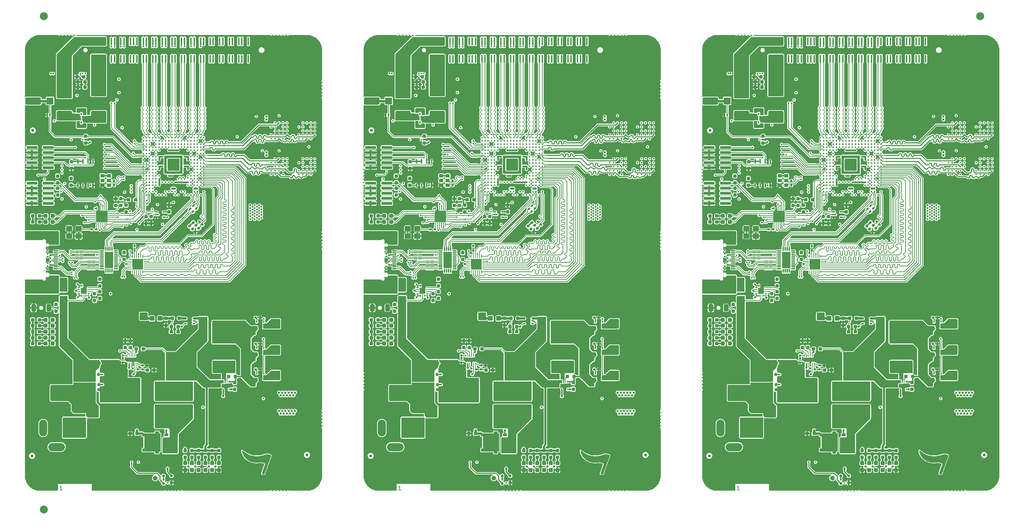
<source format=gtl>
%TF.GenerationSoftware,KiCad,Pcbnew,8.0.3*%
%TF.CreationDate,2024-06-13T09:40:15-07:00*%
%TF.ProjectId,squishy-main-panel,73717569-7368-4792-9d6d-61696e2d7061,2*%
%TF.SameCoordinates,PX102721c0PY8e19cec*%
%TF.FileFunction,Copper,L1,Top*%
%TF.FilePolarity,Positive*%
%FSLAX46Y46*%
G04 Gerber Fmt 4.6, Leading zero omitted, Abs format (unit mm)*
G04 Created by KiCad (PCBNEW 8.0.3) date 2024-06-13 09:40:15*
%MOMM*%
%LPD*%
G01*
G04 APERTURE LIST*
G04 Aperture macros list*
%AMRoundRect*
0 Rectangle with rounded corners*
0 $1 Rounding radius*
0 $2 $3 $4 $5 $6 $7 $8 $9 X,Y pos of 4 corners*
0 Add a 4 corners polygon primitive as box body*
4,1,4,$2,$3,$4,$5,$6,$7,$8,$9,$2,$3,0*
0 Add four circle primitives for the rounded corners*
1,1,$1+$1,$2,$3*
1,1,$1+$1,$4,$5*
1,1,$1+$1,$6,$7*
1,1,$1+$1,$8,$9*
0 Add four rect primitives between the rounded corners*
20,1,$1+$1,$2,$3,$4,$5,0*
20,1,$1+$1,$4,$5,$6,$7,0*
20,1,$1+$1,$6,$7,$8,$9,0*
20,1,$1+$1,$8,$9,$2,$3,0*%
%AMFreePoly0*
4,1,6,1.000000,0.000000,0.500000,-0.750000,-0.500000,-0.750000,-0.500000,0.750000,0.500000,0.750000,1.000000,0.000000,1.000000,0.000000,$1*%
%AMFreePoly1*
4,1,6,0.500000,-0.750000,-0.650000,-0.750000,-0.150000,0.000000,-0.650000,0.750000,0.500000,0.750000,0.500000,-0.750000,0.500000,-0.750000,$1*%
%AMFreePoly2*
4,1,18,-0.697500,2.280000,2.027500,2.280000,2.502500,2.280000,2.502500,1.530000,2.027500,1.530000,2.027500,-1.530000,2.502500,-1.530000,2.502500,-2.280000,-0.697500,-2.280000,-0.697500,-2.775000,-1.602500,-2.775000,-1.602500,-2.280000,-2.027500,-2.280000,-2.027500,2.280000,-1.602500,2.280000,-1.602500,2.775000,-0.697500,2.775000,-0.697500,2.280000,-0.697500,2.280000,$1*%
G04 Aperture macros list end*
%ADD10C,0.200000*%
%TA.AperFunction,NonConductor*%
%ADD11C,0.200000*%
%TD*%
%TA.AperFunction,EtchedComponent*%
%ADD12C,0.010000*%
%TD*%
%TA.AperFunction,SMDPad,CuDef*%
%ADD13RoundRect,0.200000X0.250000X0.200000X-0.250000X0.200000X-0.250000X-0.200000X0.250000X-0.200000X0*%
%TD*%
%TA.AperFunction,SMDPad,CuDef*%
%ADD14RoundRect,0.050000X0.150000X0.300000X-0.150000X0.300000X-0.150000X-0.300000X0.150000X-0.300000X0*%
%TD*%
%TA.AperFunction,SMDPad,CuDef*%
%ADD15RoundRect,0.125000X-0.175000X-0.125000X0.175000X-0.125000X0.175000X0.125000X-0.175000X0.125000X0*%
%TD*%
%TA.AperFunction,SMDPad,CuDef*%
%ADD16RoundRect,0.200000X-0.200000X0.250000X-0.200000X-0.250000X0.200000X-0.250000X0.200000X0.250000X0*%
%TD*%
%TA.AperFunction,SMDPad,CuDef*%
%ADD17RoundRect,0.250600X-0.549400X-0.449400X0.549400X-0.449400X0.549400X0.449400X-0.549400X0.449400X0*%
%TD*%
%TA.AperFunction,ComponentPad*%
%ADD18C,6.400000*%
%TD*%
%TA.AperFunction,SMDPad,CuDef*%
%ADD19RoundRect,0.125000X0.125000X-0.175000X0.125000X0.175000X-0.125000X0.175000X-0.125000X-0.175000X0*%
%TD*%
%TA.AperFunction,SMDPad,CuDef*%
%ADD20RoundRect,0.250000X2.150000X2.110000X-2.150000X2.110000X-2.150000X-2.110000X2.150000X-2.110000X0*%
%TD*%
%TA.AperFunction,SMDPad,CuDef*%
%ADD21RoundRect,0.250000X0.450000X0.385000X-0.450000X0.385000X-0.450000X-0.385000X0.450000X-0.385000X0*%
%TD*%
%TA.AperFunction,SMDPad,CuDef*%
%ADD22RoundRect,0.200000X-0.250000X-0.200000X0.250000X-0.200000X0.250000X0.200000X-0.250000X0.200000X0*%
%TD*%
%TA.AperFunction,SMDPad,CuDef*%
%ADD23RoundRect,0.237500X0.287500X0.237500X-0.287500X0.237500X-0.287500X-0.237500X0.287500X-0.237500X0*%
%TD*%
%TA.AperFunction,ComponentPad*%
%ADD24RoundRect,0.250000X-0.750000X2.050000X-0.750000X-2.050000X0.750000X-2.050000X0.750000X2.050000X0*%
%TD*%
%TA.AperFunction,ComponentPad*%
%ADD25O,2.000000X4.200000*%
%TD*%
%TA.AperFunction,ComponentPad*%
%ADD26O,4.200000X2.000000*%
%TD*%
%TA.AperFunction,SMDPad,CuDef*%
%ADD27RoundRect,0.250000X2.417000X-0.956500X2.417000X0.956500X-2.417000X0.956500X-2.417000X-0.956500X0*%
%TD*%
%TA.AperFunction,SMDPad,CuDef*%
%ADD28RoundRect,0.249999X1.450001X-0.450001X1.450001X0.450001X-1.450001X0.450001X-1.450001X-0.450001X0*%
%TD*%
%TA.AperFunction,SMDPad,CuDef*%
%ADD29RoundRect,0.062500X0.062500X-0.287500X0.062500X0.287500X-0.062500X0.287500X-0.062500X-0.287500X0*%
%TD*%
%TA.AperFunction,SMDPad,CuDef*%
%ADD30RoundRect,0.250000X1.100000X-0.250000X1.100000X0.250000X-1.100000X0.250000X-1.100000X-0.250000X0*%
%TD*%
%TA.AperFunction,SMDPad,CuDef*%
%ADD31RoundRect,0.200000X0.200000X-0.250000X0.200000X0.250000X-0.200000X0.250000X-0.200000X-0.250000X0*%
%TD*%
%TA.AperFunction,SMDPad,CuDef*%
%ADD32RoundRect,0.250000X0.550000X-1.500000X0.550000X1.500000X-0.550000X1.500000X-0.550000X-1.500000X0*%
%TD*%
%TA.AperFunction,SMDPad,CuDef*%
%ADD33RoundRect,0.062500X0.062500X-0.187500X0.062500X0.187500X-0.062500X0.187500X-0.062500X-0.187500X0*%
%TD*%
%TA.AperFunction,SMDPad,CuDef*%
%ADD34R,1.600000X0.900000*%
%TD*%
%TA.AperFunction,SMDPad,CuDef*%
%ADD35RoundRect,0.125000X0.175000X0.125000X-0.175000X0.125000X-0.175000X-0.125000X0.175000X-0.125000X0*%
%TD*%
%TA.AperFunction,SMDPad,CuDef*%
%ADD36RoundRect,0.075000X-0.100000X0.075000X-0.100000X-0.075000X0.100000X-0.075000X0.100000X0.075000X0*%
%TD*%
%TA.AperFunction,SMDPad,CuDef*%
%ADD37RoundRect,0.180000X0.180000X0.345000X-0.180000X0.345000X-0.180000X-0.345000X0.180000X-0.345000X0*%
%TD*%
%TA.AperFunction,SMDPad,CuDef*%
%ADD38RoundRect,0.075000X-0.425000X-0.075000X0.425000X-0.075000X0.425000X0.075000X-0.425000X0.075000X0*%
%TD*%
%TA.AperFunction,SMDPad,CuDef*%
%ADD39RoundRect,0.075000X0.075000X-0.425000X0.075000X0.425000X-0.075000X0.425000X-0.075000X-0.425000X0*%
%TD*%
%TA.AperFunction,SMDPad,CuDef*%
%ADD40RoundRect,0.250000X-0.750000X-1.750000X0.750000X-1.750000X0.750000X1.750000X-0.750000X1.750000X0*%
%TD*%
%TA.AperFunction,SMDPad,CuDef*%
%ADD41RoundRect,0.250000X-1.722500X-0.640000X1.722500X-0.640000X1.722500X0.640000X-1.722500X0.640000X0*%
%TD*%
%TA.AperFunction,SMDPad,CuDef*%
%ADD42RoundRect,0.260000X-1.712500X-1.072500X1.712500X-1.072500X1.712500X1.072500X-1.712500X1.072500X0*%
%TD*%
%TA.AperFunction,SMDPad,CuDef*%
%ADD43RoundRect,0.260000X-1.707500X-1.072500X1.707500X-1.072500X1.707500X1.072500X-1.707500X1.072500X0*%
%TD*%
%TA.AperFunction,SMDPad,CuDef*%
%ADD44RoundRect,0.125000X-0.035355X-0.212132X0.212132X0.035355X0.035355X0.212132X-0.212132X-0.035355X0*%
%TD*%
%TA.AperFunction,SMDPad,CuDef*%
%ADD45FreePoly0,0.000000*%
%TD*%
%TA.AperFunction,SMDPad,CuDef*%
%ADD46FreePoly1,0.000000*%
%TD*%
%TA.AperFunction,SMDPad,CuDef*%
%ADD47RoundRect,0.093750X0.093750X0.106250X-0.093750X0.106250X-0.093750X-0.106250X0.093750X-0.106250X0*%
%TD*%
%TA.AperFunction,HeatsinkPad*%
%ADD48R,1.000000X1.600000*%
%TD*%
%TA.AperFunction,SMDPad,CuDef*%
%ADD49RoundRect,0.187500X0.312500X0.187500X-0.312500X0.187500X-0.312500X-0.187500X0.312500X-0.187500X0*%
%TD*%
%TA.AperFunction,SMDPad,CuDef*%
%ADD50FreePoly2,180.000000*%
%TD*%
%TA.AperFunction,SMDPad,CuDef*%
%ADD51RoundRect,0.237500X0.237500X-0.287500X0.237500X0.287500X-0.237500X0.287500X-0.237500X-0.287500X0*%
%TD*%
%TA.AperFunction,SMDPad,CuDef*%
%ADD52RoundRect,0.062500X-0.337500X0.062500X-0.337500X-0.062500X0.337500X-0.062500X0.337500X0.062500X0*%
%TD*%
%TA.AperFunction,SMDPad,CuDef*%
%ADD53RoundRect,0.087500X-0.312500X0.087500X-0.312500X-0.087500X0.312500X-0.087500X0.312500X0.087500X0*%
%TD*%
%TA.AperFunction,SMDPad,CuDef*%
%ADD54RoundRect,0.200400X-0.399600X-0.399600X0.399600X-0.399600X0.399600X0.399600X-0.399600X0.399600X0*%
%TD*%
%TA.AperFunction,SMDPad,CuDef*%
%ADD55RoundRect,0.125000X0.212132X-0.035355X-0.035355X0.212132X-0.212132X0.035355X0.035355X-0.212132X0*%
%TD*%
%TA.AperFunction,SMDPad,CuDef*%
%ADD56C,0.400000*%
%TD*%
%TA.AperFunction,SMDPad,CuDef*%
%ADD57RoundRect,0.175000X0.175000X0.325000X-0.175000X0.325000X-0.175000X-0.325000X0.175000X-0.325000X0*%
%TD*%
%TA.AperFunction,SMDPad,CuDef*%
%ADD58RoundRect,0.150000X0.200000X0.150000X-0.200000X0.150000X-0.200000X-0.150000X0.200000X-0.150000X0*%
%TD*%
%TA.AperFunction,ComponentPad*%
%ADD59C,1.200000*%
%TD*%
%TA.AperFunction,SMDPad,CuDef*%
%ADD60RoundRect,0.250000X-0.625000X0.375000X-0.625000X-0.375000X0.625000X-0.375000X0.625000X0.375000X0*%
%TD*%
%TA.AperFunction,SMDPad,CuDef*%
%ADD61C,0.750000*%
%TD*%
%TA.AperFunction,SMDPad,CuDef*%
%ADD62RoundRect,0.087500X-0.462500X0.087500X-0.462500X-0.087500X0.462500X-0.087500X0.462500X0.087500X0*%
%TD*%
%TA.AperFunction,ComponentPad*%
%ADD63C,0.600000*%
%TD*%
%TA.AperFunction,ComponentPad*%
%ADD64C,0.500000*%
%TD*%
%TA.AperFunction,ComponentPad*%
%ADD65O,2.000000X1.000000*%
%TD*%
%TA.AperFunction,ComponentPad*%
%ADD66O,1.600000X1.000000*%
%TD*%
%TA.AperFunction,SMDPad,CuDef*%
%ADD67RoundRect,0.102500X0.257500X0.102500X-0.257500X0.102500X-0.257500X-0.102500X0.257500X-0.102500X0*%
%TD*%
%TA.AperFunction,SMDPad,CuDef*%
%ADD68R,0.510000X0.585000*%
%TD*%
%TA.AperFunction,SMDPad,CuDef*%
%ADD69R,3.990000X1.730000*%
%TD*%
%TA.AperFunction,SMDPad,CuDef*%
%ADD70R,0.410000X0.470000*%
%TD*%
%TA.AperFunction,SMDPad,CuDef*%
%ADD71RoundRect,0.125000X-0.125000X0.175000X-0.125000X-0.175000X0.125000X-0.175000X0.125000X0.175000X0*%
%TD*%
%TA.AperFunction,SMDPad,CuDef*%
%ADD72RoundRect,0.200000X0.035355X0.318198X-0.318198X-0.035355X-0.035355X-0.318198X0.318198X0.035355X0*%
%TD*%
%TA.AperFunction,SMDPad,CuDef*%
%ADD73RoundRect,0.200400X0.399600X-0.399600X0.399600X0.399600X-0.399600X0.399600X-0.399600X-0.399600X0*%
%TD*%
%TA.AperFunction,SMDPad,CuDef*%
%ADD74RoundRect,0.225000X-0.325000X0.225000X-0.325000X-0.225000X0.325000X-0.225000X0.325000X0.225000X0*%
%TD*%
%TA.AperFunction,SMDPad,CuDef*%
%ADD75RoundRect,0.075000X0.247500X0.075000X-0.247500X0.075000X-0.247500X-0.075000X0.247500X-0.075000X0*%
%TD*%
%TA.AperFunction,HeatsinkPad*%
%ADD76R,1.010000X1.700000*%
%TD*%
%TA.AperFunction,SMDPad,CuDef*%
%ADD77RoundRect,0.249600X-0.350400X-0.650400X0.350400X-0.650400X0.350400X0.650400X-0.350400X0.650400X0*%
%TD*%
%TA.AperFunction,SMDPad,CuDef*%
%ADD78RoundRect,0.250000X-2.000000X0.825000X-2.000000X-0.825000X2.000000X-0.825000X2.000000X0.825000X0*%
%TD*%
%TA.AperFunction,SMDPad,CuDef*%
%ADD79RoundRect,0.062500X0.062500X-0.275000X0.062500X0.275000X-0.062500X0.275000X-0.062500X-0.275000X0*%
%TD*%
%TA.AperFunction,SMDPad,CuDef*%
%ADD80RoundRect,0.062500X0.275000X-0.062500X0.275000X0.062500X-0.275000X0.062500X-0.275000X-0.062500X0*%
%TD*%
%TA.AperFunction,HeatsinkPad*%
%ADD81R,1.450000X1.450000*%
%TD*%
%TA.AperFunction,SMDPad,CuDef*%
%ADD82RoundRect,0.200000X-1.195000X0.170000X-1.195000X-0.170000X1.195000X-0.170000X1.195000X0.170000X0*%
%TD*%
%TA.AperFunction,SMDPad,CuDef*%
%ADD83C,2.000000*%
%TD*%
%TA.AperFunction,SMDPad,CuDef*%
%ADD84RoundRect,0.100000X-0.225000X-0.100000X0.225000X-0.100000X0.225000X0.100000X-0.225000X0.100000X0*%
%TD*%
%TA.AperFunction,SMDPad,CuDef*%
%ADD85RoundRect,0.250000X0.625000X-0.375000X0.625000X0.375000X-0.625000X0.375000X-0.625000X-0.375000X0*%
%TD*%
%TA.AperFunction,SMDPad,CuDef*%
%ADD86RoundRect,0.062500X-0.437500X-0.062500X0.437500X-0.062500X0.437500X0.062500X-0.437500X0.062500X0*%
%TD*%
%TA.AperFunction,SMDPad,CuDef*%
%ADD87RoundRect,0.062500X-0.062500X-0.437500X0.062500X-0.437500X0.062500X0.437500X-0.062500X0.437500X0*%
%TD*%
%TA.AperFunction,SMDPad,CuDef*%
%ADD88RoundRect,0.249600X-1.050400X-1.050400X1.050400X-1.050400X1.050400X1.050400X-1.050400X1.050400X0*%
%TD*%
%TA.AperFunction,SMDPad,CuDef*%
%ADD89RoundRect,0.175000X-0.282843X-0.035355X-0.035355X-0.282843X0.282843X0.035355X0.035355X0.282843X0*%
%TD*%
%TA.AperFunction,SMDPad,CuDef*%
%ADD90RoundRect,0.100000X0.100000X-0.500000X0.100000X0.500000X-0.100000X0.500000X-0.100000X-0.500000X0*%
%TD*%
%TA.AperFunction,SMDPad,CuDef*%
%ADD91RoundRect,0.251600X1.748400X-1.448400X1.748400X1.448400X-1.748400X1.448400X-1.748400X-1.448400X0*%
%TD*%
%TA.AperFunction,SMDPad,CuDef*%
%ADD92RoundRect,0.062500X-0.350000X-0.062500X0.350000X-0.062500X0.350000X0.062500X-0.350000X0.062500X0*%
%TD*%
%TA.AperFunction,SMDPad,CuDef*%
%ADD93RoundRect,0.062500X-0.062500X-0.350000X0.062500X-0.350000X0.062500X0.350000X-0.062500X0.350000X0*%
%TD*%
%TA.AperFunction,HeatsinkPad*%
%ADD94R,2.600000X2.600000*%
%TD*%
%TA.AperFunction,SMDPad,CuDef*%
%ADD95RoundRect,0.100000X-0.100000X-0.900000X0.100000X-0.900000X0.100000X0.900000X-0.100000X0.900000X0*%
%TD*%
%TA.AperFunction,SMDPad,CuDef*%
%ADD96RoundRect,0.200400X0.399600X0.399600X-0.399600X0.399600X-0.399600X-0.399600X0.399600X-0.399600X0*%
%TD*%
%TA.AperFunction,ComponentPad*%
%ADD97R,1.700000X1.700000*%
%TD*%
%TA.AperFunction,ComponentPad*%
%ADD98O,1.700000X1.700000*%
%TD*%
%TA.AperFunction,ViaPad*%
%ADD99C,0.500000*%
%TD*%
%TA.AperFunction,ViaPad*%
%ADD100C,0.600000*%
%TD*%
%TA.AperFunction,ViaPad*%
%ADD101C,0.400000*%
%TD*%
%TA.AperFunction,ViaPad*%
%ADD102C,0.450000*%
%TD*%
%TA.AperFunction,ViaPad*%
%ADD103C,0.800000*%
%TD*%
%TA.AperFunction,Conductor*%
%ADD104C,0.400000*%
%TD*%
%TA.AperFunction,Conductor*%
%ADD105C,0.200000*%
%TD*%
%TA.AperFunction,Conductor*%
%ADD106C,0.600000*%
%TD*%
%TA.AperFunction,Conductor*%
%ADD107C,0.500000*%
%TD*%
%TA.AperFunction,Conductor*%
%ADD108C,0.300000*%
%TD*%
%TA.AperFunction,Conductor*%
%ADD109C,0.152400*%
%TD*%
%TA.AperFunction,Conductor*%
%ADD110C,0.127000*%
%TD*%
%TA.AperFunction,Conductor*%
%ADD111C,0.170000*%
%TD*%
%TA.AperFunction,Conductor*%
%ADD112C,0.250000*%
%TD*%
%TA.AperFunction,Conductor*%
%ADD113C,0.171700*%
%TD*%
G04 APERTURE END LIST*
D10*
D11*
X-150406518Y7434781D02*
X-150977946Y7434781D01*
X-150692232Y7434781D02*
X-150692232Y8434781D01*
X-150692232Y8434781D02*
X-150787470Y8291924D01*
X-150787470Y8291924D02*
X-150882708Y8196686D01*
X-150882708Y8196686D02*
X-150977946Y8149067D01*
D10*
D11*
X-235406518Y7434781D02*
X-235977946Y7434781D01*
X-235692232Y7434781D02*
X-235692232Y8434781D01*
X-235692232Y8434781D02*
X-235787470Y8291924D01*
X-235787470Y8291924D02*
X-235882708Y8196686D01*
X-235882708Y8196686D02*
X-235977946Y8149067D01*
D10*
D11*
X-65406518Y7434781D02*
X-65977946Y7434781D01*
X-65692232Y7434781D02*
X-65692232Y8434781D01*
X-65692232Y8434781D02*
X-65787470Y8291924D01*
X-65787470Y8291924D02*
X-65882708Y8196686D01*
X-65882708Y8196686D02*
X-65977946Y8149067D01*
D12*
%TO.C,G1*%
X-190281184Y17349486D02*
X-190271281Y17341925D01*
X-190252552Y17327174D01*
X-190226999Y17306824D01*
X-190196622Y17282469D01*
X-190164620Y17256671D01*
X-190005796Y17131823D01*
X-189840403Y17008474D01*
X-189672305Y16889385D01*
X-189505367Y16777314D01*
X-189394622Y16706612D01*
X-189160256Y16566785D01*
X-188926781Y16440600D01*
X-188693555Y16327841D01*
X-188459936Y16228293D01*
X-188225282Y16141740D01*
X-187988949Y16067968D01*
X-187750297Y16006762D01*
X-187508682Y15957905D01*
X-187263462Y15921185D01*
X-187013995Y15896384D01*
X-186965036Y15892934D01*
X-186917290Y15890492D01*
X-186858355Y15888598D01*
X-186790971Y15887251D01*
X-186717881Y15886450D01*
X-186641824Y15886195D01*
X-186565542Y15886485D01*
X-186491775Y15887320D01*
X-186423265Y15888699D01*
X-186362752Y15890621D01*
X-186313307Y15893066D01*
X-186216368Y15900119D01*
X-186111439Y15909476D01*
X-186004040Y15920569D01*
X-185899692Y15932828D01*
X-185806363Y15945331D01*
X-185714632Y15959156D01*
X-185628169Y15973588D01*
X-185544934Y15989123D01*
X-185462884Y16006257D01*
X-185379977Y16025484D01*
X-185294172Y16047302D01*
X-185203425Y16072205D01*
X-185105696Y16100688D01*
X-184998942Y16133248D01*
X-184887868Y16168228D01*
X-184790138Y16199186D01*
X-184704018Y16226017D01*
X-184627941Y16249150D01*
X-184560342Y16269014D01*
X-184499656Y16286041D01*
X-184444316Y16300660D01*
X-184392757Y16313300D01*
X-184343413Y16324393D01*
X-184294720Y16334368D01*
X-184257050Y16341491D01*
X-184114368Y16362712D01*
X-183977252Y16372763D01*
X-183843878Y16371430D01*
X-183712418Y16358502D01*
X-183581048Y16333766D01*
X-183447941Y16297011D01*
X-183311271Y16248024D01*
X-183255582Y16225120D01*
X-183207831Y16204081D01*
X-183160575Y16181949D01*
X-183116575Y16160116D01*
X-183078592Y16139973D01*
X-183049385Y16122910D01*
X-183038775Y16115855D01*
X-183037520Y16114797D01*
X-183036535Y16113271D01*
X-183035962Y16110875D01*
X-183035944Y16107206D01*
X-183036622Y16101863D01*
X-183038139Y16094445D01*
X-183040639Y16084550D01*
X-183044262Y16071776D01*
X-183049152Y16055720D01*
X-183055450Y16035982D01*
X-183063300Y16012160D01*
X-183072843Y15983852D01*
X-183084223Y15950656D01*
X-183097580Y15912171D01*
X-183113059Y15867994D01*
X-183130801Y15817724D01*
X-183150948Y15760960D01*
X-183173643Y15697299D01*
X-183199029Y15626339D01*
X-183227247Y15547680D01*
X-183258441Y15460919D01*
X-183292752Y15365654D01*
X-183330323Y15261484D01*
X-183371297Y15148007D01*
X-183415815Y15024821D01*
X-183464020Y14891525D01*
X-183516055Y14747717D01*
X-183572061Y14592994D01*
X-183632182Y14426956D01*
X-183696560Y14249200D01*
X-183765336Y14059325D01*
X-183838654Y13856929D01*
X-183873814Y13759873D01*
X-183937069Y13585263D01*
X-183999114Y13413995D01*
X-184059780Y13246534D01*
X-184118898Y13083345D01*
X-184176300Y12924895D01*
X-184231818Y12771648D01*
X-184285282Y12624071D01*
X-184336524Y12482628D01*
X-184385375Y12347787D01*
X-184431666Y12220011D01*
X-184475229Y12099768D01*
X-184515895Y11987522D01*
X-184553495Y11883739D01*
X-184587861Y11788885D01*
X-184618823Y11703426D01*
X-184646214Y11627827D01*
X-184669865Y11562553D01*
X-184689606Y11508070D01*
X-184705270Y11464845D01*
X-184716687Y11433342D01*
X-184723689Y11414027D01*
X-184726103Y11407375D01*
X-184733952Y11404172D01*
X-184753069Y11401747D01*
X-184780804Y11400141D01*
X-184814503Y11399396D01*
X-184851514Y11399552D01*
X-184889185Y11400650D01*
X-184924864Y11402732D01*
X-184940145Y11404058D01*
X-184993888Y11410286D01*
X-185048416Y11418340D01*
X-185102033Y11427801D01*
X-185153040Y11438251D01*
X-185199738Y11449269D01*
X-185240428Y11460439D01*
X-185273412Y11471341D01*
X-185296992Y11481556D01*
X-185309468Y11490666D01*
X-185310911Y11495453D01*
X-185308495Y11502924D01*
X-185301830Y11522957D01*
X-185291135Y11554908D01*
X-185276627Y11598131D01*
X-185258523Y11651982D01*
X-185237041Y11715818D01*
X-185212396Y11788993D01*
X-185184808Y11870863D01*
X-185154492Y11960783D01*
X-185121667Y12058110D01*
X-185086549Y12162197D01*
X-185049356Y12272402D01*
X-185010305Y12388079D01*
X-184969613Y12508585D01*
X-184927497Y12633273D01*
X-184884175Y12761501D01*
X-184880491Y12772403D01*
X-184837091Y12900891D01*
X-184794901Y13025896D01*
X-184754136Y13146771D01*
X-184715012Y13262874D01*
X-184677746Y13373559D01*
X-184642554Y13478183D01*
X-184609651Y13576100D01*
X-184579255Y13666667D01*
X-184551581Y13749238D01*
X-184526845Y13823170D01*
X-184505264Y13887819D01*
X-184487053Y13942539D01*
X-184472428Y13986687D01*
X-184461607Y14019617D01*
X-184454804Y14040686D01*
X-184452236Y14049250D01*
X-184452220Y14049380D01*
X-184457585Y14057122D01*
X-184472100Y14070647D01*
X-184493395Y14087888D01*
X-184513211Y14102601D01*
X-184532128Y14115710D01*
X-184551098Y14127686D01*
X-184571923Y14139377D01*
X-184596403Y14151634D01*
X-184626336Y14165308D01*
X-184663525Y14181248D01*
X-184709768Y14200305D01*
X-184766867Y14223330D01*
X-184779827Y14228517D01*
X-184879876Y14268036D01*
X-184968918Y14302007D01*
X-185048554Y14330820D01*
X-185120389Y14354869D01*
X-185186025Y14374546D01*
X-185247067Y14390242D01*
X-185305116Y14402351D01*
X-185361777Y14411265D01*
X-185418652Y14417375D01*
X-185477345Y14421075D01*
X-185539459Y14422757D01*
X-185574448Y14422964D01*
X-185639721Y14422129D01*
X-185702478Y14419438D01*
X-185765778Y14414595D01*
X-185832679Y14407303D01*
X-185906241Y14397265D01*
X-185989522Y14384183D01*
X-186011437Y14380534D01*
X-186081227Y14369111D01*
X-186143395Y14359740D01*
X-186200524Y14352228D01*
X-186255199Y14346380D01*
X-186310000Y14342000D01*
X-186367513Y14338896D01*
X-186430319Y14336872D01*
X-186501002Y14335735D01*
X-186582145Y14335289D01*
X-186613032Y14335261D01*
X-186690424Y14335401D01*
X-186756471Y14335924D01*
X-186813769Y14336972D01*
X-186864913Y14338686D01*
X-186912496Y14341208D01*
X-186959113Y14344680D01*
X-187007359Y14349243D01*
X-187059829Y14355039D01*
X-187119116Y14362210D01*
X-187128839Y14363423D01*
X-187254815Y14381863D01*
X-187388832Y14406389D01*
X-187526870Y14436093D01*
X-187664910Y14470068D01*
X-187798933Y14507408D01*
X-187885701Y14534251D01*
X-188098843Y14609453D01*
X-188304735Y14694762D01*
X-188502898Y14789816D01*
X-188692851Y14894253D01*
X-188874111Y15007711D01*
X-189046199Y15129829D01*
X-189208634Y15260245D01*
X-189360935Y15398596D01*
X-189502620Y15544522D01*
X-189633210Y15697660D01*
X-189752223Y15857648D01*
X-189853709Y16014961D01*
X-189874780Y16051585D01*
X-189900482Y16098615D01*
X-189929671Y16153768D01*
X-189961204Y16214763D01*
X-189993938Y16279316D01*
X-190026728Y16345144D01*
X-190058433Y16409966D01*
X-190087909Y16471499D01*
X-190114011Y16527459D01*
X-190135598Y16575565D01*
X-190142262Y16591035D01*
X-190194381Y16730334D01*
X-190235995Y16877268D01*
X-190266658Y17029816D01*
X-190285922Y17185957D01*
X-190291058Y17263028D01*
X-190295700Y17359818D01*
X-190281184Y17349486D01*
%TA.AperFunction,EtchedComponent*%
G36*
X-190281184Y17349486D02*
G01*
X-190271281Y17341925D01*
X-190252552Y17327174D01*
X-190226999Y17306824D01*
X-190196622Y17282469D01*
X-190164620Y17256671D01*
X-190005796Y17131823D01*
X-189840403Y17008474D01*
X-189672305Y16889385D01*
X-189505367Y16777314D01*
X-189394622Y16706612D01*
X-189160256Y16566785D01*
X-188926781Y16440600D01*
X-188693555Y16327841D01*
X-188459936Y16228293D01*
X-188225282Y16141740D01*
X-187988949Y16067968D01*
X-187750297Y16006762D01*
X-187508682Y15957905D01*
X-187263462Y15921185D01*
X-187013995Y15896384D01*
X-186965036Y15892934D01*
X-186917290Y15890492D01*
X-186858355Y15888598D01*
X-186790971Y15887251D01*
X-186717881Y15886450D01*
X-186641824Y15886195D01*
X-186565542Y15886485D01*
X-186491775Y15887320D01*
X-186423265Y15888699D01*
X-186362752Y15890621D01*
X-186313307Y15893066D01*
X-186216368Y15900119D01*
X-186111439Y15909476D01*
X-186004040Y15920569D01*
X-185899692Y15932828D01*
X-185806363Y15945331D01*
X-185714632Y15959156D01*
X-185628169Y15973588D01*
X-185544934Y15989123D01*
X-185462884Y16006257D01*
X-185379977Y16025484D01*
X-185294172Y16047302D01*
X-185203425Y16072205D01*
X-185105696Y16100688D01*
X-184998942Y16133248D01*
X-184887868Y16168228D01*
X-184790138Y16199186D01*
X-184704018Y16226017D01*
X-184627941Y16249150D01*
X-184560342Y16269014D01*
X-184499656Y16286041D01*
X-184444316Y16300660D01*
X-184392757Y16313300D01*
X-184343413Y16324393D01*
X-184294720Y16334368D01*
X-184257050Y16341491D01*
X-184114368Y16362712D01*
X-183977252Y16372763D01*
X-183843878Y16371430D01*
X-183712418Y16358502D01*
X-183581048Y16333766D01*
X-183447941Y16297011D01*
X-183311271Y16248024D01*
X-183255582Y16225120D01*
X-183207831Y16204081D01*
X-183160575Y16181949D01*
X-183116575Y16160116D01*
X-183078592Y16139973D01*
X-183049385Y16122910D01*
X-183038775Y16115855D01*
X-183037520Y16114797D01*
X-183036535Y16113271D01*
X-183035962Y16110875D01*
X-183035944Y16107206D01*
X-183036622Y16101863D01*
X-183038139Y16094445D01*
X-183040639Y16084550D01*
X-183044262Y16071776D01*
X-183049152Y16055720D01*
X-183055450Y16035982D01*
X-183063300Y16012160D01*
X-183072843Y15983852D01*
X-183084223Y15950656D01*
X-183097580Y15912171D01*
X-183113059Y15867994D01*
X-183130801Y15817724D01*
X-183150948Y15760960D01*
X-183173643Y15697299D01*
X-183199029Y15626339D01*
X-183227247Y15547680D01*
X-183258441Y15460919D01*
X-183292752Y15365654D01*
X-183330323Y15261484D01*
X-183371297Y15148007D01*
X-183415815Y15024821D01*
X-183464020Y14891525D01*
X-183516055Y14747717D01*
X-183572061Y14592994D01*
X-183632182Y14426956D01*
X-183696560Y14249200D01*
X-183765336Y14059325D01*
X-183838654Y13856929D01*
X-183873814Y13759873D01*
X-183937069Y13585263D01*
X-183999114Y13413995D01*
X-184059780Y13246534D01*
X-184118898Y13083345D01*
X-184176300Y12924895D01*
X-184231818Y12771648D01*
X-184285282Y12624071D01*
X-184336524Y12482628D01*
X-184385375Y12347787D01*
X-184431666Y12220011D01*
X-184475229Y12099768D01*
X-184515895Y11987522D01*
X-184553495Y11883739D01*
X-184587861Y11788885D01*
X-184618823Y11703426D01*
X-184646214Y11627827D01*
X-184669865Y11562553D01*
X-184689606Y11508070D01*
X-184705270Y11464845D01*
X-184716687Y11433342D01*
X-184723689Y11414027D01*
X-184726103Y11407375D01*
X-184733952Y11404172D01*
X-184753069Y11401747D01*
X-184780804Y11400141D01*
X-184814503Y11399396D01*
X-184851514Y11399552D01*
X-184889185Y11400650D01*
X-184924864Y11402732D01*
X-184940145Y11404058D01*
X-184993888Y11410286D01*
X-185048416Y11418340D01*
X-185102033Y11427801D01*
X-185153040Y11438251D01*
X-185199738Y11449269D01*
X-185240428Y11460439D01*
X-185273412Y11471341D01*
X-185296992Y11481556D01*
X-185309468Y11490666D01*
X-185310911Y11495453D01*
X-185308495Y11502924D01*
X-185301830Y11522957D01*
X-185291135Y11554908D01*
X-185276627Y11598131D01*
X-185258523Y11651982D01*
X-185237041Y11715818D01*
X-185212396Y11788993D01*
X-185184808Y11870863D01*
X-185154492Y11960783D01*
X-185121667Y12058110D01*
X-185086549Y12162197D01*
X-185049356Y12272402D01*
X-185010305Y12388079D01*
X-184969613Y12508585D01*
X-184927497Y12633273D01*
X-184884175Y12761501D01*
X-184880491Y12772403D01*
X-184837091Y12900891D01*
X-184794901Y13025896D01*
X-184754136Y13146771D01*
X-184715012Y13262874D01*
X-184677746Y13373559D01*
X-184642554Y13478183D01*
X-184609651Y13576100D01*
X-184579255Y13666667D01*
X-184551581Y13749238D01*
X-184526845Y13823170D01*
X-184505264Y13887819D01*
X-184487053Y13942539D01*
X-184472428Y13986687D01*
X-184461607Y14019617D01*
X-184454804Y14040686D01*
X-184452236Y14049250D01*
X-184452220Y14049380D01*
X-184457585Y14057122D01*
X-184472100Y14070647D01*
X-184493395Y14087888D01*
X-184513211Y14102601D01*
X-184532128Y14115710D01*
X-184551098Y14127686D01*
X-184571923Y14139377D01*
X-184596403Y14151634D01*
X-184626336Y14165308D01*
X-184663525Y14181248D01*
X-184709768Y14200305D01*
X-184766867Y14223330D01*
X-184779827Y14228517D01*
X-184879876Y14268036D01*
X-184968918Y14302007D01*
X-185048554Y14330820D01*
X-185120389Y14354869D01*
X-185186025Y14374546D01*
X-185247067Y14390242D01*
X-185305116Y14402351D01*
X-185361777Y14411265D01*
X-185418652Y14417375D01*
X-185477345Y14421075D01*
X-185539459Y14422757D01*
X-185574448Y14422964D01*
X-185639721Y14422129D01*
X-185702478Y14419438D01*
X-185765778Y14414595D01*
X-185832679Y14407303D01*
X-185906241Y14397265D01*
X-185989522Y14384183D01*
X-186011437Y14380534D01*
X-186081227Y14369111D01*
X-186143395Y14359740D01*
X-186200524Y14352228D01*
X-186255199Y14346380D01*
X-186310000Y14342000D01*
X-186367513Y14338896D01*
X-186430319Y14336872D01*
X-186501002Y14335735D01*
X-186582145Y14335289D01*
X-186613032Y14335261D01*
X-186690424Y14335401D01*
X-186756471Y14335924D01*
X-186813769Y14336972D01*
X-186864913Y14338686D01*
X-186912496Y14341208D01*
X-186959113Y14344680D01*
X-187007359Y14349243D01*
X-187059829Y14355039D01*
X-187119116Y14362210D01*
X-187128839Y14363423D01*
X-187254815Y14381863D01*
X-187388832Y14406389D01*
X-187526870Y14436093D01*
X-187664910Y14470068D01*
X-187798933Y14507408D01*
X-187885701Y14534251D01*
X-188098843Y14609453D01*
X-188304735Y14694762D01*
X-188502898Y14789816D01*
X-188692851Y14894253D01*
X-188874111Y15007711D01*
X-189046199Y15129829D01*
X-189208634Y15260245D01*
X-189360935Y15398596D01*
X-189502620Y15544522D01*
X-189633210Y15697660D01*
X-189752223Y15857648D01*
X-189853709Y16014961D01*
X-189874780Y16051585D01*
X-189900482Y16098615D01*
X-189929671Y16153768D01*
X-189961204Y16214763D01*
X-189993938Y16279316D01*
X-190026728Y16345144D01*
X-190058433Y16409966D01*
X-190087909Y16471499D01*
X-190114011Y16527459D01*
X-190135598Y16575565D01*
X-190142262Y16591035D01*
X-190194381Y16730334D01*
X-190235995Y16877268D01*
X-190266658Y17029816D01*
X-190285922Y17185957D01*
X-190291058Y17263028D01*
X-190295700Y17359818D01*
X-190281184Y17349486D01*
G37*
%TD.AperFunction*%
X-105281184Y17349486D02*
X-105271281Y17341925D01*
X-105252552Y17327174D01*
X-105226999Y17306824D01*
X-105196622Y17282469D01*
X-105164620Y17256671D01*
X-105005796Y17131823D01*
X-104840403Y17008474D01*
X-104672305Y16889385D01*
X-104505367Y16777314D01*
X-104394622Y16706612D01*
X-104160256Y16566785D01*
X-103926781Y16440600D01*
X-103693555Y16327841D01*
X-103459936Y16228293D01*
X-103225282Y16141740D01*
X-102988949Y16067968D01*
X-102750297Y16006762D01*
X-102508682Y15957905D01*
X-102263462Y15921185D01*
X-102013995Y15896384D01*
X-101965036Y15892934D01*
X-101917290Y15890492D01*
X-101858355Y15888598D01*
X-101790971Y15887251D01*
X-101717881Y15886450D01*
X-101641824Y15886195D01*
X-101565542Y15886485D01*
X-101491775Y15887320D01*
X-101423265Y15888699D01*
X-101362752Y15890621D01*
X-101313307Y15893066D01*
X-101216368Y15900119D01*
X-101111439Y15909476D01*
X-101004040Y15920569D01*
X-100899692Y15932828D01*
X-100806363Y15945331D01*
X-100714632Y15959156D01*
X-100628169Y15973588D01*
X-100544934Y15989123D01*
X-100462884Y16006257D01*
X-100379977Y16025484D01*
X-100294172Y16047302D01*
X-100203425Y16072205D01*
X-100105696Y16100688D01*
X-99998942Y16133248D01*
X-99887868Y16168228D01*
X-99790138Y16199186D01*
X-99704018Y16226017D01*
X-99627941Y16249150D01*
X-99560342Y16269014D01*
X-99499656Y16286041D01*
X-99444316Y16300660D01*
X-99392757Y16313300D01*
X-99343413Y16324393D01*
X-99294720Y16334368D01*
X-99257050Y16341491D01*
X-99114368Y16362712D01*
X-98977252Y16372763D01*
X-98843878Y16371430D01*
X-98712418Y16358502D01*
X-98581048Y16333766D01*
X-98447941Y16297011D01*
X-98311271Y16248024D01*
X-98255582Y16225120D01*
X-98207831Y16204081D01*
X-98160575Y16181949D01*
X-98116575Y16160116D01*
X-98078592Y16139973D01*
X-98049385Y16122910D01*
X-98038775Y16115855D01*
X-98037520Y16114797D01*
X-98036535Y16113271D01*
X-98035962Y16110875D01*
X-98035944Y16107206D01*
X-98036622Y16101863D01*
X-98038139Y16094445D01*
X-98040639Y16084550D01*
X-98044262Y16071776D01*
X-98049152Y16055720D01*
X-98055450Y16035982D01*
X-98063300Y16012160D01*
X-98072843Y15983852D01*
X-98084223Y15950656D01*
X-98097580Y15912171D01*
X-98113059Y15867994D01*
X-98130801Y15817724D01*
X-98150948Y15760960D01*
X-98173643Y15697299D01*
X-98199029Y15626339D01*
X-98227247Y15547680D01*
X-98258441Y15460919D01*
X-98292752Y15365654D01*
X-98330323Y15261484D01*
X-98371297Y15148007D01*
X-98415815Y15024821D01*
X-98464020Y14891525D01*
X-98516055Y14747717D01*
X-98572061Y14592994D01*
X-98632182Y14426956D01*
X-98696560Y14249200D01*
X-98765336Y14059325D01*
X-98838654Y13856929D01*
X-98873814Y13759873D01*
X-98937069Y13585263D01*
X-98999114Y13413995D01*
X-99059780Y13246534D01*
X-99118898Y13083345D01*
X-99176300Y12924895D01*
X-99231818Y12771648D01*
X-99285282Y12624071D01*
X-99336524Y12482628D01*
X-99385375Y12347787D01*
X-99431666Y12220011D01*
X-99475229Y12099768D01*
X-99515895Y11987522D01*
X-99553495Y11883739D01*
X-99587861Y11788885D01*
X-99618823Y11703426D01*
X-99646214Y11627827D01*
X-99669865Y11562553D01*
X-99689606Y11508070D01*
X-99705270Y11464845D01*
X-99716687Y11433342D01*
X-99723689Y11414027D01*
X-99726103Y11407375D01*
X-99733952Y11404172D01*
X-99753069Y11401747D01*
X-99780804Y11400141D01*
X-99814503Y11399396D01*
X-99851514Y11399552D01*
X-99889185Y11400650D01*
X-99924864Y11402732D01*
X-99940145Y11404058D01*
X-99993888Y11410286D01*
X-100048416Y11418340D01*
X-100102033Y11427801D01*
X-100153040Y11438251D01*
X-100199738Y11449269D01*
X-100240428Y11460439D01*
X-100273412Y11471341D01*
X-100296992Y11481556D01*
X-100309468Y11490666D01*
X-100310911Y11495453D01*
X-100308495Y11502924D01*
X-100301830Y11522957D01*
X-100291135Y11554908D01*
X-100276627Y11598131D01*
X-100258523Y11651982D01*
X-100237041Y11715818D01*
X-100212396Y11788993D01*
X-100184808Y11870863D01*
X-100154492Y11960783D01*
X-100121667Y12058110D01*
X-100086549Y12162197D01*
X-100049356Y12272402D01*
X-100010305Y12388079D01*
X-99969613Y12508585D01*
X-99927497Y12633273D01*
X-99884175Y12761501D01*
X-99880491Y12772403D01*
X-99837091Y12900891D01*
X-99794901Y13025896D01*
X-99754136Y13146771D01*
X-99715012Y13262874D01*
X-99677746Y13373559D01*
X-99642554Y13478183D01*
X-99609651Y13576100D01*
X-99579255Y13666667D01*
X-99551581Y13749238D01*
X-99526845Y13823170D01*
X-99505264Y13887819D01*
X-99487053Y13942539D01*
X-99472428Y13986687D01*
X-99461607Y14019617D01*
X-99454804Y14040686D01*
X-99452236Y14049250D01*
X-99452220Y14049380D01*
X-99457585Y14057122D01*
X-99472100Y14070647D01*
X-99493395Y14087888D01*
X-99513211Y14102601D01*
X-99532128Y14115710D01*
X-99551098Y14127686D01*
X-99571923Y14139377D01*
X-99596403Y14151634D01*
X-99626336Y14165308D01*
X-99663525Y14181248D01*
X-99709768Y14200305D01*
X-99766867Y14223330D01*
X-99779827Y14228517D01*
X-99879876Y14268036D01*
X-99968918Y14302007D01*
X-100048554Y14330820D01*
X-100120389Y14354869D01*
X-100186025Y14374546D01*
X-100247067Y14390242D01*
X-100305116Y14402351D01*
X-100361777Y14411265D01*
X-100418652Y14417375D01*
X-100477345Y14421075D01*
X-100539459Y14422757D01*
X-100574448Y14422964D01*
X-100639721Y14422129D01*
X-100702478Y14419438D01*
X-100765778Y14414595D01*
X-100832679Y14407303D01*
X-100906241Y14397265D01*
X-100989522Y14384183D01*
X-101011437Y14380534D01*
X-101081227Y14369111D01*
X-101143395Y14359740D01*
X-101200524Y14352228D01*
X-101255199Y14346380D01*
X-101310000Y14342000D01*
X-101367513Y14338896D01*
X-101430319Y14336872D01*
X-101501002Y14335735D01*
X-101582145Y14335289D01*
X-101613032Y14335261D01*
X-101690424Y14335401D01*
X-101756471Y14335924D01*
X-101813769Y14336972D01*
X-101864913Y14338686D01*
X-101912496Y14341208D01*
X-101959113Y14344680D01*
X-102007359Y14349243D01*
X-102059829Y14355039D01*
X-102119116Y14362210D01*
X-102128839Y14363423D01*
X-102254815Y14381863D01*
X-102388832Y14406389D01*
X-102526870Y14436093D01*
X-102664910Y14470068D01*
X-102798933Y14507408D01*
X-102885701Y14534251D01*
X-103098843Y14609453D01*
X-103304735Y14694762D01*
X-103502898Y14789816D01*
X-103692851Y14894253D01*
X-103874111Y15007711D01*
X-104046199Y15129829D01*
X-104208634Y15260245D01*
X-104360935Y15398596D01*
X-104502620Y15544522D01*
X-104633210Y15697660D01*
X-104752223Y15857648D01*
X-104853709Y16014961D01*
X-104874780Y16051585D01*
X-104900482Y16098615D01*
X-104929671Y16153768D01*
X-104961204Y16214763D01*
X-104993938Y16279316D01*
X-105026728Y16345144D01*
X-105058433Y16409966D01*
X-105087909Y16471499D01*
X-105114011Y16527459D01*
X-105135598Y16575565D01*
X-105142262Y16591035D01*
X-105194381Y16730334D01*
X-105235995Y16877268D01*
X-105266658Y17029816D01*
X-105285922Y17185957D01*
X-105291058Y17263028D01*
X-105295700Y17359818D01*
X-105281184Y17349486D01*
%TA.AperFunction,EtchedComponent*%
G36*
X-105281184Y17349486D02*
G01*
X-105271281Y17341925D01*
X-105252552Y17327174D01*
X-105226999Y17306824D01*
X-105196622Y17282469D01*
X-105164620Y17256671D01*
X-105005796Y17131823D01*
X-104840403Y17008474D01*
X-104672305Y16889385D01*
X-104505367Y16777314D01*
X-104394622Y16706612D01*
X-104160256Y16566785D01*
X-103926781Y16440600D01*
X-103693555Y16327841D01*
X-103459936Y16228293D01*
X-103225282Y16141740D01*
X-102988949Y16067968D01*
X-102750297Y16006762D01*
X-102508682Y15957905D01*
X-102263462Y15921185D01*
X-102013995Y15896384D01*
X-101965036Y15892934D01*
X-101917290Y15890492D01*
X-101858355Y15888598D01*
X-101790971Y15887251D01*
X-101717881Y15886450D01*
X-101641824Y15886195D01*
X-101565542Y15886485D01*
X-101491775Y15887320D01*
X-101423265Y15888699D01*
X-101362752Y15890621D01*
X-101313307Y15893066D01*
X-101216368Y15900119D01*
X-101111439Y15909476D01*
X-101004040Y15920569D01*
X-100899692Y15932828D01*
X-100806363Y15945331D01*
X-100714632Y15959156D01*
X-100628169Y15973588D01*
X-100544934Y15989123D01*
X-100462884Y16006257D01*
X-100379977Y16025484D01*
X-100294172Y16047302D01*
X-100203425Y16072205D01*
X-100105696Y16100688D01*
X-99998942Y16133248D01*
X-99887868Y16168228D01*
X-99790138Y16199186D01*
X-99704018Y16226017D01*
X-99627941Y16249150D01*
X-99560342Y16269014D01*
X-99499656Y16286041D01*
X-99444316Y16300660D01*
X-99392757Y16313300D01*
X-99343413Y16324393D01*
X-99294720Y16334368D01*
X-99257050Y16341491D01*
X-99114368Y16362712D01*
X-98977252Y16372763D01*
X-98843878Y16371430D01*
X-98712418Y16358502D01*
X-98581048Y16333766D01*
X-98447941Y16297011D01*
X-98311271Y16248024D01*
X-98255582Y16225120D01*
X-98207831Y16204081D01*
X-98160575Y16181949D01*
X-98116575Y16160116D01*
X-98078592Y16139973D01*
X-98049385Y16122910D01*
X-98038775Y16115855D01*
X-98037520Y16114797D01*
X-98036535Y16113271D01*
X-98035962Y16110875D01*
X-98035944Y16107206D01*
X-98036622Y16101863D01*
X-98038139Y16094445D01*
X-98040639Y16084550D01*
X-98044262Y16071776D01*
X-98049152Y16055720D01*
X-98055450Y16035982D01*
X-98063300Y16012160D01*
X-98072843Y15983852D01*
X-98084223Y15950656D01*
X-98097580Y15912171D01*
X-98113059Y15867994D01*
X-98130801Y15817724D01*
X-98150948Y15760960D01*
X-98173643Y15697299D01*
X-98199029Y15626339D01*
X-98227247Y15547680D01*
X-98258441Y15460919D01*
X-98292752Y15365654D01*
X-98330323Y15261484D01*
X-98371297Y15148007D01*
X-98415815Y15024821D01*
X-98464020Y14891525D01*
X-98516055Y14747717D01*
X-98572061Y14592994D01*
X-98632182Y14426956D01*
X-98696560Y14249200D01*
X-98765336Y14059325D01*
X-98838654Y13856929D01*
X-98873814Y13759873D01*
X-98937069Y13585263D01*
X-98999114Y13413995D01*
X-99059780Y13246534D01*
X-99118898Y13083345D01*
X-99176300Y12924895D01*
X-99231818Y12771648D01*
X-99285282Y12624071D01*
X-99336524Y12482628D01*
X-99385375Y12347787D01*
X-99431666Y12220011D01*
X-99475229Y12099768D01*
X-99515895Y11987522D01*
X-99553495Y11883739D01*
X-99587861Y11788885D01*
X-99618823Y11703426D01*
X-99646214Y11627827D01*
X-99669865Y11562553D01*
X-99689606Y11508070D01*
X-99705270Y11464845D01*
X-99716687Y11433342D01*
X-99723689Y11414027D01*
X-99726103Y11407375D01*
X-99733952Y11404172D01*
X-99753069Y11401747D01*
X-99780804Y11400141D01*
X-99814503Y11399396D01*
X-99851514Y11399552D01*
X-99889185Y11400650D01*
X-99924864Y11402732D01*
X-99940145Y11404058D01*
X-99993888Y11410286D01*
X-100048416Y11418340D01*
X-100102033Y11427801D01*
X-100153040Y11438251D01*
X-100199738Y11449269D01*
X-100240428Y11460439D01*
X-100273412Y11471341D01*
X-100296992Y11481556D01*
X-100309468Y11490666D01*
X-100310911Y11495453D01*
X-100308495Y11502924D01*
X-100301830Y11522957D01*
X-100291135Y11554908D01*
X-100276627Y11598131D01*
X-100258523Y11651982D01*
X-100237041Y11715818D01*
X-100212396Y11788993D01*
X-100184808Y11870863D01*
X-100154492Y11960783D01*
X-100121667Y12058110D01*
X-100086549Y12162197D01*
X-100049356Y12272402D01*
X-100010305Y12388079D01*
X-99969613Y12508585D01*
X-99927497Y12633273D01*
X-99884175Y12761501D01*
X-99880491Y12772403D01*
X-99837091Y12900891D01*
X-99794901Y13025896D01*
X-99754136Y13146771D01*
X-99715012Y13262874D01*
X-99677746Y13373559D01*
X-99642554Y13478183D01*
X-99609651Y13576100D01*
X-99579255Y13666667D01*
X-99551581Y13749238D01*
X-99526845Y13823170D01*
X-99505264Y13887819D01*
X-99487053Y13942539D01*
X-99472428Y13986687D01*
X-99461607Y14019617D01*
X-99454804Y14040686D01*
X-99452236Y14049250D01*
X-99452220Y14049380D01*
X-99457585Y14057122D01*
X-99472100Y14070647D01*
X-99493395Y14087888D01*
X-99513211Y14102601D01*
X-99532128Y14115710D01*
X-99551098Y14127686D01*
X-99571923Y14139377D01*
X-99596403Y14151634D01*
X-99626336Y14165308D01*
X-99663525Y14181248D01*
X-99709768Y14200305D01*
X-99766867Y14223330D01*
X-99779827Y14228517D01*
X-99879876Y14268036D01*
X-99968918Y14302007D01*
X-100048554Y14330820D01*
X-100120389Y14354869D01*
X-100186025Y14374546D01*
X-100247067Y14390242D01*
X-100305116Y14402351D01*
X-100361777Y14411265D01*
X-100418652Y14417375D01*
X-100477345Y14421075D01*
X-100539459Y14422757D01*
X-100574448Y14422964D01*
X-100639721Y14422129D01*
X-100702478Y14419438D01*
X-100765778Y14414595D01*
X-100832679Y14407303D01*
X-100906241Y14397265D01*
X-100989522Y14384183D01*
X-101011437Y14380534D01*
X-101081227Y14369111D01*
X-101143395Y14359740D01*
X-101200524Y14352228D01*
X-101255199Y14346380D01*
X-101310000Y14342000D01*
X-101367513Y14338896D01*
X-101430319Y14336872D01*
X-101501002Y14335735D01*
X-101582145Y14335289D01*
X-101613032Y14335261D01*
X-101690424Y14335401D01*
X-101756471Y14335924D01*
X-101813769Y14336972D01*
X-101864913Y14338686D01*
X-101912496Y14341208D01*
X-101959113Y14344680D01*
X-102007359Y14349243D01*
X-102059829Y14355039D01*
X-102119116Y14362210D01*
X-102128839Y14363423D01*
X-102254815Y14381863D01*
X-102388832Y14406389D01*
X-102526870Y14436093D01*
X-102664910Y14470068D01*
X-102798933Y14507408D01*
X-102885701Y14534251D01*
X-103098843Y14609453D01*
X-103304735Y14694762D01*
X-103502898Y14789816D01*
X-103692851Y14894253D01*
X-103874111Y15007711D01*
X-104046199Y15129829D01*
X-104208634Y15260245D01*
X-104360935Y15398596D01*
X-104502620Y15544522D01*
X-104633210Y15697660D01*
X-104752223Y15857648D01*
X-104853709Y16014961D01*
X-104874780Y16051585D01*
X-104900482Y16098615D01*
X-104929671Y16153768D01*
X-104961204Y16214763D01*
X-104993938Y16279316D01*
X-105026728Y16345144D01*
X-105058433Y16409966D01*
X-105087909Y16471499D01*
X-105114011Y16527459D01*
X-105135598Y16575565D01*
X-105142262Y16591035D01*
X-105194381Y16730334D01*
X-105235995Y16877268D01*
X-105266658Y17029816D01*
X-105285922Y17185957D01*
X-105291058Y17263028D01*
X-105295700Y17359818D01*
X-105281184Y17349486D01*
G37*
%TD.AperFunction*%
X-20281184Y17349486D02*
X-20271281Y17341925D01*
X-20252552Y17327174D01*
X-20226999Y17306824D01*
X-20196622Y17282469D01*
X-20164620Y17256671D01*
X-20005796Y17131823D01*
X-19840403Y17008474D01*
X-19672305Y16889385D01*
X-19505367Y16777314D01*
X-19394622Y16706612D01*
X-19160256Y16566785D01*
X-18926781Y16440600D01*
X-18693555Y16327841D01*
X-18459936Y16228293D01*
X-18225282Y16141740D01*
X-17988949Y16067968D01*
X-17750297Y16006762D01*
X-17508682Y15957905D01*
X-17263462Y15921185D01*
X-17013995Y15896384D01*
X-16965036Y15892934D01*
X-16917290Y15890492D01*
X-16858355Y15888598D01*
X-16790971Y15887251D01*
X-16717881Y15886450D01*
X-16641824Y15886195D01*
X-16565542Y15886485D01*
X-16491775Y15887320D01*
X-16423265Y15888699D01*
X-16362752Y15890621D01*
X-16313307Y15893066D01*
X-16216368Y15900119D01*
X-16111439Y15909476D01*
X-16004040Y15920569D01*
X-15899692Y15932828D01*
X-15806363Y15945331D01*
X-15714632Y15959156D01*
X-15628169Y15973588D01*
X-15544934Y15989123D01*
X-15462884Y16006257D01*
X-15379977Y16025484D01*
X-15294172Y16047302D01*
X-15203425Y16072205D01*
X-15105696Y16100688D01*
X-14998942Y16133248D01*
X-14887868Y16168228D01*
X-14790138Y16199186D01*
X-14704018Y16226017D01*
X-14627941Y16249150D01*
X-14560342Y16269014D01*
X-14499656Y16286041D01*
X-14444316Y16300660D01*
X-14392757Y16313300D01*
X-14343413Y16324393D01*
X-14294720Y16334368D01*
X-14257050Y16341491D01*
X-14114368Y16362712D01*
X-13977252Y16372763D01*
X-13843878Y16371430D01*
X-13712418Y16358502D01*
X-13581048Y16333766D01*
X-13447941Y16297011D01*
X-13311271Y16248024D01*
X-13255582Y16225120D01*
X-13207831Y16204081D01*
X-13160575Y16181949D01*
X-13116575Y16160116D01*
X-13078592Y16139973D01*
X-13049385Y16122910D01*
X-13038775Y16115855D01*
X-13037520Y16114797D01*
X-13036535Y16113271D01*
X-13035962Y16110875D01*
X-13035944Y16107206D01*
X-13036622Y16101863D01*
X-13038139Y16094445D01*
X-13040639Y16084550D01*
X-13044262Y16071776D01*
X-13049152Y16055720D01*
X-13055450Y16035982D01*
X-13063300Y16012160D01*
X-13072843Y15983852D01*
X-13084223Y15950656D01*
X-13097580Y15912171D01*
X-13113059Y15867994D01*
X-13130801Y15817724D01*
X-13150948Y15760960D01*
X-13173643Y15697299D01*
X-13199029Y15626339D01*
X-13227247Y15547680D01*
X-13258441Y15460919D01*
X-13292752Y15365654D01*
X-13330323Y15261484D01*
X-13371297Y15148007D01*
X-13415815Y15024821D01*
X-13464020Y14891525D01*
X-13516055Y14747717D01*
X-13572061Y14592994D01*
X-13632182Y14426956D01*
X-13696560Y14249200D01*
X-13765336Y14059325D01*
X-13838654Y13856929D01*
X-13873814Y13759873D01*
X-13937069Y13585263D01*
X-13999114Y13413995D01*
X-14059780Y13246534D01*
X-14118898Y13083345D01*
X-14176300Y12924895D01*
X-14231818Y12771648D01*
X-14285282Y12624071D01*
X-14336524Y12482628D01*
X-14385375Y12347787D01*
X-14431666Y12220011D01*
X-14475229Y12099768D01*
X-14515895Y11987522D01*
X-14553495Y11883739D01*
X-14587861Y11788885D01*
X-14618823Y11703426D01*
X-14646214Y11627827D01*
X-14669865Y11562553D01*
X-14689606Y11508070D01*
X-14705270Y11464845D01*
X-14716687Y11433342D01*
X-14723689Y11414027D01*
X-14726103Y11407375D01*
X-14733952Y11404172D01*
X-14753069Y11401747D01*
X-14780804Y11400141D01*
X-14814503Y11399396D01*
X-14851514Y11399552D01*
X-14889185Y11400650D01*
X-14924864Y11402732D01*
X-14940145Y11404058D01*
X-14993888Y11410286D01*
X-15048416Y11418340D01*
X-15102033Y11427801D01*
X-15153040Y11438251D01*
X-15199738Y11449269D01*
X-15240428Y11460439D01*
X-15273412Y11471341D01*
X-15296992Y11481556D01*
X-15309468Y11490666D01*
X-15310911Y11495453D01*
X-15308495Y11502924D01*
X-15301830Y11522957D01*
X-15291135Y11554908D01*
X-15276627Y11598131D01*
X-15258523Y11651982D01*
X-15237041Y11715818D01*
X-15212396Y11788993D01*
X-15184808Y11870863D01*
X-15154492Y11960783D01*
X-15121667Y12058110D01*
X-15086549Y12162197D01*
X-15049356Y12272402D01*
X-15010305Y12388079D01*
X-14969613Y12508585D01*
X-14927497Y12633273D01*
X-14884175Y12761501D01*
X-14880491Y12772403D01*
X-14837091Y12900891D01*
X-14794901Y13025896D01*
X-14754136Y13146771D01*
X-14715012Y13262874D01*
X-14677746Y13373559D01*
X-14642554Y13478183D01*
X-14609651Y13576100D01*
X-14579255Y13666667D01*
X-14551581Y13749238D01*
X-14526845Y13823170D01*
X-14505264Y13887819D01*
X-14487053Y13942539D01*
X-14472428Y13986687D01*
X-14461607Y14019617D01*
X-14454804Y14040686D01*
X-14452236Y14049250D01*
X-14452220Y14049380D01*
X-14457585Y14057122D01*
X-14472100Y14070647D01*
X-14493395Y14087888D01*
X-14513211Y14102601D01*
X-14532128Y14115710D01*
X-14551098Y14127686D01*
X-14571923Y14139377D01*
X-14596403Y14151634D01*
X-14626336Y14165308D01*
X-14663525Y14181248D01*
X-14709768Y14200305D01*
X-14766867Y14223330D01*
X-14779827Y14228517D01*
X-14879876Y14268036D01*
X-14968918Y14302007D01*
X-15048554Y14330820D01*
X-15120389Y14354869D01*
X-15186025Y14374546D01*
X-15247067Y14390242D01*
X-15305116Y14402351D01*
X-15361777Y14411265D01*
X-15418652Y14417375D01*
X-15477345Y14421075D01*
X-15539459Y14422757D01*
X-15574448Y14422964D01*
X-15639721Y14422129D01*
X-15702478Y14419438D01*
X-15765778Y14414595D01*
X-15832679Y14407303D01*
X-15906241Y14397265D01*
X-15989522Y14384183D01*
X-16011437Y14380534D01*
X-16081227Y14369111D01*
X-16143395Y14359740D01*
X-16200524Y14352228D01*
X-16255199Y14346380D01*
X-16310000Y14342000D01*
X-16367513Y14338896D01*
X-16430319Y14336872D01*
X-16501002Y14335735D01*
X-16582145Y14335289D01*
X-16613032Y14335261D01*
X-16690424Y14335401D01*
X-16756471Y14335924D01*
X-16813769Y14336972D01*
X-16864913Y14338686D01*
X-16912496Y14341208D01*
X-16959113Y14344680D01*
X-17007359Y14349243D01*
X-17059829Y14355039D01*
X-17119116Y14362210D01*
X-17128839Y14363423D01*
X-17254815Y14381863D01*
X-17388832Y14406389D01*
X-17526870Y14436093D01*
X-17664910Y14470068D01*
X-17798933Y14507408D01*
X-17885701Y14534251D01*
X-18098843Y14609453D01*
X-18304735Y14694762D01*
X-18502898Y14789816D01*
X-18692851Y14894253D01*
X-18874111Y15007711D01*
X-19046199Y15129829D01*
X-19208634Y15260245D01*
X-19360935Y15398596D01*
X-19502620Y15544522D01*
X-19633210Y15697660D01*
X-19752223Y15857648D01*
X-19853709Y16014961D01*
X-19874780Y16051585D01*
X-19900482Y16098615D01*
X-19929671Y16153768D01*
X-19961204Y16214763D01*
X-19993938Y16279316D01*
X-20026728Y16345144D01*
X-20058433Y16409966D01*
X-20087909Y16471499D01*
X-20114011Y16527459D01*
X-20135598Y16575565D01*
X-20142262Y16591035D01*
X-20194381Y16730334D01*
X-20235995Y16877268D01*
X-20266658Y17029816D01*
X-20285922Y17185957D01*
X-20291058Y17263028D01*
X-20295700Y17359818D01*
X-20281184Y17349486D01*
%TA.AperFunction,EtchedComponent*%
G36*
X-20281184Y17349486D02*
G01*
X-20271281Y17341925D01*
X-20252552Y17327174D01*
X-20226999Y17306824D01*
X-20196622Y17282469D01*
X-20164620Y17256671D01*
X-20005796Y17131823D01*
X-19840403Y17008474D01*
X-19672305Y16889385D01*
X-19505367Y16777314D01*
X-19394622Y16706612D01*
X-19160256Y16566785D01*
X-18926781Y16440600D01*
X-18693555Y16327841D01*
X-18459936Y16228293D01*
X-18225282Y16141740D01*
X-17988949Y16067968D01*
X-17750297Y16006762D01*
X-17508682Y15957905D01*
X-17263462Y15921185D01*
X-17013995Y15896384D01*
X-16965036Y15892934D01*
X-16917290Y15890492D01*
X-16858355Y15888598D01*
X-16790971Y15887251D01*
X-16717881Y15886450D01*
X-16641824Y15886195D01*
X-16565542Y15886485D01*
X-16491775Y15887320D01*
X-16423265Y15888699D01*
X-16362752Y15890621D01*
X-16313307Y15893066D01*
X-16216368Y15900119D01*
X-16111439Y15909476D01*
X-16004040Y15920569D01*
X-15899692Y15932828D01*
X-15806363Y15945331D01*
X-15714632Y15959156D01*
X-15628169Y15973588D01*
X-15544934Y15989123D01*
X-15462884Y16006257D01*
X-15379977Y16025484D01*
X-15294172Y16047302D01*
X-15203425Y16072205D01*
X-15105696Y16100688D01*
X-14998942Y16133248D01*
X-14887868Y16168228D01*
X-14790138Y16199186D01*
X-14704018Y16226017D01*
X-14627941Y16249150D01*
X-14560342Y16269014D01*
X-14499656Y16286041D01*
X-14444316Y16300660D01*
X-14392757Y16313300D01*
X-14343413Y16324393D01*
X-14294720Y16334368D01*
X-14257050Y16341491D01*
X-14114368Y16362712D01*
X-13977252Y16372763D01*
X-13843878Y16371430D01*
X-13712418Y16358502D01*
X-13581048Y16333766D01*
X-13447941Y16297011D01*
X-13311271Y16248024D01*
X-13255582Y16225120D01*
X-13207831Y16204081D01*
X-13160575Y16181949D01*
X-13116575Y16160116D01*
X-13078592Y16139973D01*
X-13049385Y16122910D01*
X-13038775Y16115855D01*
X-13037520Y16114797D01*
X-13036535Y16113271D01*
X-13035962Y16110875D01*
X-13035944Y16107206D01*
X-13036622Y16101863D01*
X-13038139Y16094445D01*
X-13040639Y16084550D01*
X-13044262Y16071776D01*
X-13049152Y16055720D01*
X-13055450Y16035982D01*
X-13063300Y16012160D01*
X-13072843Y15983852D01*
X-13084223Y15950656D01*
X-13097580Y15912171D01*
X-13113059Y15867994D01*
X-13130801Y15817724D01*
X-13150948Y15760960D01*
X-13173643Y15697299D01*
X-13199029Y15626339D01*
X-13227247Y15547680D01*
X-13258441Y15460919D01*
X-13292752Y15365654D01*
X-13330323Y15261484D01*
X-13371297Y15148007D01*
X-13415815Y15024821D01*
X-13464020Y14891525D01*
X-13516055Y14747717D01*
X-13572061Y14592994D01*
X-13632182Y14426956D01*
X-13696560Y14249200D01*
X-13765336Y14059325D01*
X-13838654Y13856929D01*
X-13873814Y13759873D01*
X-13937069Y13585263D01*
X-13999114Y13413995D01*
X-14059780Y13246534D01*
X-14118898Y13083345D01*
X-14176300Y12924895D01*
X-14231818Y12771648D01*
X-14285282Y12624071D01*
X-14336524Y12482628D01*
X-14385375Y12347787D01*
X-14431666Y12220011D01*
X-14475229Y12099768D01*
X-14515895Y11987522D01*
X-14553495Y11883739D01*
X-14587861Y11788885D01*
X-14618823Y11703426D01*
X-14646214Y11627827D01*
X-14669865Y11562553D01*
X-14689606Y11508070D01*
X-14705270Y11464845D01*
X-14716687Y11433342D01*
X-14723689Y11414027D01*
X-14726103Y11407375D01*
X-14733952Y11404172D01*
X-14753069Y11401747D01*
X-14780804Y11400141D01*
X-14814503Y11399396D01*
X-14851514Y11399552D01*
X-14889185Y11400650D01*
X-14924864Y11402732D01*
X-14940145Y11404058D01*
X-14993888Y11410286D01*
X-15048416Y11418340D01*
X-15102033Y11427801D01*
X-15153040Y11438251D01*
X-15199738Y11449269D01*
X-15240428Y11460439D01*
X-15273412Y11471341D01*
X-15296992Y11481556D01*
X-15309468Y11490666D01*
X-15310911Y11495453D01*
X-15308495Y11502924D01*
X-15301830Y11522957D01*
X-15291135Y11554908D01*
X-15276627Y11598131D01*
X-15258523Y11651982D01*
X-15237041Y11715818D01*
X-15212396Y11788993D01*
X-15184808Y11870863D01*
X-15154492Y11960783D01*
X-15121667Y12058110D01*
X-15086549Y12162197D01*
X-15049356Y12272402D01*
X-15010305Y12388079D01*
X-14969613Y12508585D01*
X-14927497Y12633273D01*
X-14884175Y12761501D01*
X-14880491Y12772403D01*
X-14837091Y12900891D01*
X-14794901Y13025896D01*
X-14754136Y13146771D01*
X-14715012Y13262874D01*
X-14677746Y13373559D01*
X-14642554Y13478183D01*
X-14609651Y13576100D01*
X-14579255Y13666667D01*
X-14551581Y13749238D01*
X-14526845Y13823170D01*
X-14505264Y13887819D01*
X-14487053Y13942539D01*
X-14472428Y13986687D01*
X-14461607Y14019617D01*
X-14454804Y14040686D01*
X-14452236Y14049250D01*
X-14452220Y14049380D01*
X-14457585Y14057122D01*
X-14472100Y14070647D01*
X-14493395Y14087888D01*
X-14513211Y14102601D01*
X-14532128Y14115710D01*
X-14551098Y14127686D01*
X-14571923Y14139377D01*
X-14596403Y14151634D01*
X-14626336Y14165308D01*
X-14663525Y14181248D01*
X-14709768Y14200305D01*
X-14766867Y14223330D01*
X-14779827Y14228517D01*
X-14879876Y14268036D01*
X-14968918Y14302007D01*
X-15048554Y14330820D01*
X-15120389Y14354869D01*
X-15186025Y14374546D01*
X-15247067Y14390242D01*
X-15305116Y14402351D01*
X-15361777Y14411265D01*
X-15418652Y14417375D01*
X-15477345Y14421075D01*
X-15539459Y14422757D01*
X-15574448Y14422964D01*
X-15639721Y14422129D01*
X-15702478Y14419438D01*
X-15765778Y14414595D01*
X-15832679Y14407303D01*
X-15906241Y14397265D01*
X-15989522Y14384183D01*
X-16011437Y14380534D01*
X-16081227Y14369111D01*
X-16143395Y14359740D01*
X-16200524Y14352228D01*
X-16255199Y14346380D01*
X-16310000Y14342000D01*
X-16367513Y14338896D01*
X-16430319Y14336872D01*
X-16501002Y14335735D01*
X-16582145Y14335289D01*
X-16613032Y14335261D01*
X-16690424Y14335401D01*
X-16756471Y14335924D01*
X-16813769Y14336972D01*
X-16864913Y14338686D01*
X-16912496Y14341208D01*
X-16959113Y14344680D01*
X-17007359Y14349243D01*
X-17059829Y14355039D01*
X-17119116Y14362210D01*
X-17128839Y14363423D01*
X-17254815Y14381863D01*
X-17388832Y14406389D01*
X-17526870Y14436093D01*
X-17664910Y14470068D01*
X-17798933Y14507408D01*
X-17885701Y14534251D01*
X-18098843Y14609453D01*
X-18304735Y14694762D01*
X-18502898Y14789816D01*
X-18692851Y14894253D01*
X-18874111Y15007711D01*
X-19046199Y15129829D01*
X-19208634Y15260245D01*
X-19360935Y15398596D01*
X-19502620Y15544522D01*
X-19633210Y15697660D01*
X-19752223Y15857648D01*
X-19853709Y16014961D01*
X-19874780Y16051585D01*
X-19900482Y16098615D01*
X-19929671Y16153768D01*
X-19961204Y16214763D01*
X-19993938Y16279316D01*
X-20026728Y16345144D01*
X-20058433Y16409966D01*
X-20087909Y16471499D01*
X-20114011Y16527459D01*
X-20135598Y16575565D01*
X-20142262Y16591035D01*
X-20194381Y16730334D01*
X-20235995Y16877268D01*
X-20266658Y17029816D01*
X-20285922Y17185957D01*
X-20291058Y17263028D01*
X-20295700Y17359818D01*
X-20281184Y17349486D01*
G37*
%TD.AperFunction*%
%TD*%
D13*
%TO.P,L2,1*%
%TO.N,Board_1-Net-(U21-LX)*%
X-121050000Y50602000D03*
%TO.P,L2,2*%
%TO.N,Board_1-Net-(C89-Pad1)*%
X-122750000Y50602000D03*
%TD*%
D14*
%TO.P,D17,1,A1*%
%TO.N,Board_2-/~{TRIGGER}*%
X-68500001Y101702000D03*
%TO.P,D17,2,A2*%
%TO.N,Board_2-GND*%
X-69199999Y101702000D03*
%TD*%
D15*
%TO.P,C41,1*%
%TO.N,Board_0-Net-(U16-BIAS)*%
X-186850000Y44152000D03*
%TO.P,C41,2*%
%TO.N,Board_0-GND*%
X-185750000Y44152000D03*
%TD*%
D16*
%TO.P,R20,1*%
%TO.N,Board_1-+3V3*%
X-151600000Y86352000D03*
%TO.P,R20,2*%
%TO.N,Board_1-/SU_SWCLK*%
X-151600000Y84652000D03*
%TD*%
D17*
%TO.P,X4,1,EN*%
%TO.N,Board_0-+3V3*%
X-233700000Y71252000D03*
%TO.P,X4,2,GND*%
%TO.N,Board_0-GND*%
X-231300000Y71252000D03*
%TO.P,X4,3,OUT*%
%TO.N,Board_0-Net-(X4-OUT)*%
X-231300000Y73152000D03*
%TO.P,X4,4,Vdd*%
%TO.N,Board_0-+3V3*%
X-233700000Y73152000D03*
%TD*%
D15*
%TO.P,R29,1*%
%TO.N,Board_0-Net-(X4-OUT)*%
X-228050000Y72902000D03*
%TO.P,R29,2*%
%TO.N,Board_0-/SU_CLK*%
X-226950000Y72902000D03*
%TD*%
D18*
%TO.P,H4,1,1*%
%TO.N,Board_2-GND*%
X-4000000Y11002000D03*
%TD*%
D16*
%TO.P,C89,1*%
%TO.N,Board_1-Net-(C89-Pad1)*%
X-124400000Y50552000D03*
%TO.P,C89,2*%
%TO.N,Board_1-GND*%
X-124400000Y48852000D03*
%TD*%
%TO.P,C23,1*%
%TO.N,Board_0-+3V3*%
X-233100000Y89952000D03*
%TO.P,C23,2*%
%TO.N,Board_0-GND*%
X-233100000Y88252000D03*
%TD*%
D19*
%TO.P,R13,1*%
%TO.N,Board_0-/SYSCLK+*%
X-222400000Y84052000D03*
%TO.P,R13,2*%
%TO.N,Board_0-/SYSCLK-*%
X-222400000Y85152000D03*
%TD*%
D16*
%TO.P,R20,1*%
%TO.N,Board_2-+3V3*%
X-66600000Y86352000D03*
%TO.P,R20,2*%
%TO.N,Board_2-/SU_SWCLK*%
X-66600000Y84652000D03*
%TD*%
D13*
%TO.P,R59,1*%
%TO.N,Board_1-/ADC_CH*%
X-145050000Y111302000D03*
%TO.P,R59,2*%
%TO.N,Board_1-GND*%
X-146750000Y111302000D03*
%TD*%
D16*
%TO.P,R4,1*%
%TO.N,Board_1-GND*%
X-134600000Y44952000D03*
%TO.P,R4,2*%
%TO.N,Board_1-Net-(U13-RT)*%
X-134600000Y43252000D03*
%TD*%
D20*
%TO.P,D1,1,K*%
%TO.N,Board_2-+5V*%
X-34550000Y37541999D03*
D21*
%TO.P,D1,2,A*%
%TO.N,Board_2-/Power & Mechanical/SEPIC_OUT*%
X-33510000Y33736999D03*
X-35590000Y33736999D03*
%TD*%
D22*
%TO.P,R24,1*%
%TO.N,Board_1-+3V3*%
X-157850000Y45701999D03*
%TO.P,R24,2*%
%TO.N,Board_1-Net-(D3-A)*%
X-156150000Y45701999D03*
%TD*%
D23*
%TO.P,D2,1,K*%
%TO.N,Board_0-/FPGA_LED1*%
X-237825000Y44202000D03*
%TO.P,D2,2,A*%
%TO.N,Board_0-Net-(D2-A)*%
X-239575000Y44202000D03*
%TD*%
%TO.P,D5,1,K*%
%TO.N,Board_1-/FPGA_LED4*%
X-152825000Y48702000D03*
%TO.P,D5,2,A*%
%TO.N,Board_1-Net-(D5-A)*%
X-154575000Y48702000D03*
%TD*%
D16*
%TO.P,R39,1*%
%TO.N,Board_2-/UBIT_CS*%
X-44400000Y76152000D03*
%TO.P,R39,2*%
%TO.N,Board_2-GND*%
X-44400000Y74452000D03*
%TD*%
D24*
%TO.P,J5,1*%
%TO.N,Board_1-Net-(F1-Pad1)*%
X-148900000Y23002000D03*
D25*
%TO.P,J5,2*%
%TO.N,Board_1-Net-(Q6-D)*%
X-155200000Y23002000D03*
D26*
%TO.P,J5,3*%
X-151800000Y18202000D03*
%TD*%
D27*
%TO.P,L3,1,1*%
%TO.N,Board_2-Net-(U23-SW)*%
X-24800000Y38382500D03*
%TO.P,L3,2,2*%
%TO.N,Board_2-+3V3*%
X-24800000Y45621500D03*
%TD*%
D28*
%TO.P,C28,1*%
%TO.N,Board_1-/Power & Mechanical/SEPIC_SW*%
X-120050000Y27302001D03*
%TO.P,C28,2*%
%TO.N,Board_1-/Power & Mechanical/SEPIC_OUT*%
X-120050000Y31402001D03*
%TD*%
D16*
%TO.P,C25,1*%
%TO.N,Board_0-GND*%
X-218300000Y44952000D03*
%TO.P,C25,2*%
%TO.N,Board_0-Net-(U13-SS)*%
X-218300000Y43252000D03*
%TD*%
D22*
%TO.P,R16,1*%
%TO.N,Board_0-GND*%
X-218400000Y21602000D03*
%TO.P,R16,2*%
%TO.N,Board_0-Net-(Q1-S)*%
X-216700000Y21602000D03*
%TD*%
D18*
%TO.P,H4,1,1*%
%TO.N,Board_1-GND*%
X-89000000Y11002000D03*
%TD*%
D22*
%TO.P,R26,1*%
%TO.N,Board_0-+3V3*%
X-242850000Y48702000D03*
%TO.P,R26,2*%
%TO.N,Board_0-Net-(D5-A)*%
X-241150000Y48702000D03*
%TD*%
D29*
%TO.P,U13,1,BIAS*%
%TO.N,Board_2-VCC*%
X-49150000Y39102000D03*
%TO.P,U13,2,VCC*%
%TO.N,Board_2-Net-(U13-VCC)*%
X-48650000Y39102000D03*
%TO.P,U13,3,GATE*%
%TO.N,Board_2-Net-(Q1-G)*%
X-48150000Y39102000D03*
%TO.P,U13,4,PGND*%
%TO.N,Board_2-GND*%
X-47650000Y39102000D03*
%TO.P,U13,5,CS*%
%TO.N,Board_2-Net-(Q1-S)*%
X-47150000Y39102000D03*
%TO.P,U13,6,COMP*%
%TO.N,Board_2-Net-(U13-COMP)*%
X-46650000Y39102000D03*
%TO.P,U13,7,AGND*%
%TO.N,Board_2-GND*%
X-46650000Y41202000D03*
%TO.P,U13,8,FB*%
%TO.N,Board_2-Net-(U13-FB)*%
X-47150000Y41202000D03*
%TO.P,U13,9,SS*%
%TO.N,Board_2-Net-(U13-SS)*%
X-47650000Y41202000D03*
%TO.P,U13,10,RT*%
%TO.N,Board_2-Net-(U13-RT)*%
X-48150000Y41202000D03*
%TO.P,U13,11,PGOOD*%
%TO.N,Board_2-/Power & Mechanical/SEPIC_GOOD*%
X-48650000Y41202000D03*
%TO.P,U13,12,UVLO/EN/SYNC*%
%TO.N,Board_2-Net-(U13-UVLO{slash}EN{slash}SYNC)*%
X-49150000Y41202000D03*
D30*
%TO.P,U13,13,AGND*%
%TO.N,Board_2-GND*%
X-47900000Y40152000D03*
%TD*%
D13*
%TO.P,C98,1*%
%TO.N,Board_2-+3V3*%
X-59750000Y110002000D03*
%TO.P,C98,2*%
%TO.N,Board_2-GND*%
X-61450000Y110002000D03*
%TD*%
D31*
%TO.P,R8,1*%
%TO.N,Board_1-GND*%
X-152000000Y55902000D03*
%TO.P,R8,2*%
%TO.N,Board_1-/USB Frontend/USB_SHIELD*%
X-152000000Y57602000D03*
%TD*%
%TO.P,R60,1*%
%TO.N,Board_0-+3V3*%
X-229500000Y94652000D03*
%TO.P,R60,2*%
%TO.N,Board_0-/~{TRIGGER}*%
X-229500000Y96352000D03*
%TD*%
D16*
%TO.P,R9,1*%
%TO.N,Board_2-+5V*%
X-49900000Y67077000D03*
%TO.P,R9,2*%
%TO.N,Board_2-/USB Frontend/VBUS_S*%
X-49900000Y65377000D03*
%TD*%
D32*
%TO.P,C94,1*%
%TO.N,Board_0-VDC*%
X-237300000Y31802000D03*
%TO.P,C94,2*%
%TO.N,Board_0-GND*%
X-237300000Y37202000D03*
%TD*%
D33*
%TO.P,U23,1,EN*%
%TO.N,Board_2-/Power & Mechanical/PSU_EN*%
X-25050000Y32682500D03*
%TO.P,U23,2,GND*%
%TO.N,Board_2-GND*%
X-24550000Y32682500D03*
%TO.P,U23,3,GND*%
X-24050000Y32682500D03*
%TO.P,U23,4,FB*%
%TO.N,Board_2-Net-(U23-FB)*%
X-23550000Y32682500D03*
%TO.P,U23,5,VOS*%
%TO.N,Board_2-+3V3*%
X-23550000Y34582500D03*
%TO.P,U23,6,PG*%
%TO.N,Board_2-Net-(U23-PG)*%
X-24050000Y34582500D03*
%TO.P,U23,7,SW*%
%TO.N,Board_2-Net-(U23-SW)*%
X-24550000Y34582500D03*
%TO.P,U23,8,VIN*%
%TO.N,Board_2-+5V*%
X-25050000Y34582500D03*
D34*
%TO.P,U23,9,GND*%
%TO.N,Board_2-GND*%
X-24300000Y33632500D03*
%TD*%
D22*
%TO.P,C30,1*%
%TO.N,Board_2-GND*%
X-40400000Y41102000D03*
%TO.P,C30,2*%
%TO.N,Board_2-+5V*%
X-38700000Y41102000D03*
%TD*%
D35*
%TO.P,C26,1*%
%TO.N,Board_1-Net-(C26-Pad1)*%
X-130350000Y37702000D03*
%TO.P,C26,2*%
%TO.N,Board_1-Net-(U13-COMP)*%
X-131450000Y37702000D03*
%TD*%
D36*
%TO.P,Q7,1,S*%
%TO.N,Board_2-+3V3*%
X-59950000Y101777000D03*
%TO.P,Q7,2,G*%
%TO.N,Board_2-Net-(Q7A-G)*%
X-60600000Y101776999D03*
D37*
%TO.P,Q7,3,D*%
%TO.N,Board_2-/Power & Mechanical/PHY_5v0_SW*%
X-61090000Y100902000D03*
D36*
X-61250000Y101777000D03*
%TO.P,Q7,4,S*%
%TO.N,Board_2-+5V*%
X-61250000Y100027000D03*
%TO.P,Q7,5,G*%
%TO.N,Board_2-Net-(Q7A-G)*%
X-60600000Y100027001D03*
%TO.P,Q7,6,D*%
%TO.N,Board_2-/Power & Mechanical/PHY_3v3_SW*%
X-59950000Y100027000D03*
D37*
X-60110000Y100902000D03*
%TD*%
D16*
%TO.P,C89,1*%
%TO.N,Board_0-Net-(C89-Pad1)*%
X-209400000Y50552000D03*
%TO.P,C89,2*%
%TO.N,Board_0-GND*%
X-209400000Y48852000D03*
%TD*%
D38*
%TO.P,U5,1,CRX1*%
%TO.N,Board_0-/USB Frontend/RX1+*%
X-225440361Y67502001D03*
%TO.P,U5,2,~{CRX1}*%
%TO.N,Board_0-/USB Frontend/RX1-*%
X-225440361Y67002001D03*
%TO.P,U5,3,POL*%
%TO.N,Board_0-/USB Frontend/PLUG_POL*%
X-225440361Y66502001D03*
%TO.P,U5,4,CTX1*%
%TO.N,Board_0-/USB Frontend/TX1+*%
X-225440361Y66002001D03*
%TO.P,U5,5,~{CTX1}*%
%TO.N,Board_0-/USB Frontend/TX1-*%
X-225440361Y65502001D03*
%TO.P,U5,6,CTX2*%
%TO.N,Board_0-/USB Frontend/TX2+*%
X-225440361Y65002001D03*
%TO.P,U5,7,~{CTX2}*%
%TO.N,Board_0-/USB Frontend/TX2-*%
X-225440361Y64502001D03*
%TO.P,U5,8,AMSEL*%
%TO.N,Board_0-unconnected-(U5-AMSEL-Pad8)*%
X-225440361Y64002001D03*
%TO.P,U5,9,CRX2*%
%TO.N,Board_0-/USB Frontend/RX2+*%
X-225440361Y63502001D03*
%TO.P,U5,10,~{CRX2}*%
%TO.N,Board_0-/USB Frontend/RX2-*%
X-225440361Y63002001D03*
D39*
%TO.P,U5,11,CSBU1*%
%TO.N,Board_0-unconnected-(U5-CSBU1-Pad11)*%
X-224440361Y62502001D03*
%TO.P,U5,12,CSBU2*%
%TO.N,Board_0-unconnected-(U5-CSBU2-Pad12)*%
X-223940361Y62502001D03*
%TO.P,U5,13,SBU1*%
%TO.N,Board_0-unconnected-(U5-SBU1-Pad13)*%
X-223440361Y62502001D03*
%TO.P,U5,14,SBU2*%
%TO.N,Board_0-unconnected-(U5-SBU2-Pad14)*%
X-222940361Y62502001D03*
D38*
%TO.P,U5,15,~{LnA}*%
%TO.N,Board_0-unconnected-(U5-~{LnA}-Pad15)*%
X-221940361Y63002001D03*
%TO.P,U5,16,LnA*%
%TO.N,Board_0-unconnected-(U5-LnA-Pad16)*%
X-221940361Y63502001D03*
%TO.P,U5,17,EN*%
%TO.N,Board_0-+3V3*%
X-221940361Y64002001D03*
%TO.P,U5,18,~{LnB}*%
%TO.N,Board_0-unconnected-(U5-~{LnB}-Pad18)*%
X-221940361Y64502001D03*
%TO.P,U5,19,LnB*%
%TO.N,Board_0-unconnected-(U5-LnB-Pad19)*%
X-221940361Y65002001D03*
%TO.P,U5,20,~{LnC}*%
%TO.N,Board_0-unconnected-(U5-~{LnC}-Pad20)*%
X-221940361Y65502001D03*
%TO.P,U5,21,LnC*%
%TO.N,Board_0-unconnected-(U5-LnC-Pad21)*%
X-221940361Y66002001D03*
%TO.P,U5,22,VCC*%
%TO.N,Board_0-+3V3*%
X-221940361Y66502001D03*
%TO.P,U5,23,~{LnD}*%
%TO.N,Board_0-unconnected-(U5-~{LnD}-Pad23)*%
X-221940361Y67002001D03*
%TO.P,U5,24,LnD*%
%TO.N,Board_0-unconnected-(U5-LnD-Pad24)*%
X-221940361Y67502001D03*
D39*
%TO.P,U5,25,~{SSTX}*%
%TO.N,Board_0-/USB Frontend/TX-*%
X-222940361Y68002001D03*
%TO.P,U5,26,SSTX*%
%TO.N,Board_0-/USB Frontend/TX+*%
X-223440361Y68002001D03*
%TO.P,U5,27,~{SSRX}*%
%TO.N,Board_0-/USB Frontend/SSRX-*%
X-223940361Y68002001D03*
%TO.P,U5,28,SSRX*%
%TO.N,Board_0-/USB Frontend/SSRX+*%
X-224440361Y68002001D03*
D40*
%TO.P,U5,29,GND*%
%TO.N,Board_0-GND*%
X-223690361Y65252001D03*
%TD*%
D41*
%TO.P,J2,1,In*%
%TO.N,Board_0-/~{TRIGGER}*%
X-242752500Y105202000D03*
D42*
%TO.P,J2,2,Ext*%
%TO.N,Board_0-GND*%
X-242752500Y101702000D03*
D43*
X-242757500Y108694500D03*
%TD*%
D15*
%TO.P,C86,1*%
%TO.N,Board_0-Net-(U20-BIAS)*%
X-186850000Y50752000D03*
%TO.P,C86,2*%
%TO.N,Board_0-GND*%
X-185750000Y50752000D03*
%TD*%
D44*
%TO.P,C10,1*%
%TO.N,Board_0-/USB Frontend/TX-*%
X-202581802Y77405984D03*
%TO.P,C10,2*%
%TO.N,Board_0-/USB Frontend/SSTX-*%
X-201803984Y78183802D03*
%TD*%
D22*
%TO.P,R18,1*%
%TO.N,Board_1-Net-(U13-FB)*%
X-131800000Y42902000D03*
%TO.P,R18,2*%
%TO.N,Board_1-+5V*%
X-130100000Y42902000D03*
%TD*%
D16*
%TO.P,R4,1*%
%TO.N,Board_0-GND*%
X-219600000Y44952000D03*
%TO.P,R4,2*%
%TO.N,Board_0-Net-(U13-RT)*%
X-219600000Y43252000D03*
%TD*%
D15*
%TO.P,C41,1*%
%TO.N,Board_2-Net-(U16-BIAS)*%
X-16850000Y44152000D03*
%TO.P,C41,2*%
%TO.N,Board_2-GND*%
X-15750000Y44152000D03*
%TD*%
D17*
%TO.P,X4,1,EN*%
%TO.N,Board_1-+3V3*%
X-148700000Y71252000D03*
%TO.P,X4,2,GND*%
%TO.N,Board_1-GND*%
X-146300000Y71252000D03*
%TO.P,X4,3,OUT*%
%TO.N,Board_1-Net-(X4-OUT)*%
X-146300000Y73152000D03*
%TO.P,X4,4,Vdd*%
%TO.N,Board_1-+3V3*%
X-148700000Y73152000D03*
%TD*%
D22*
%TO.P,R26,1*%
%TO.N,Board_1-+3V3*%
X-157850000Y48702000D03*
%TO.P,R26,2*%
%TO.N,Board_1-Net-(D5-A)*%
X-156150000Y48702000D03*
%TD*%
D31*
%TO.P,C47,1*%
%TO.N,Board_2-+3V3*%
X-38600000Y77352000D03*
%TO.P,C47,2*%
%TO.N,Board_2-GND*%
X-38600000Y79052000D03*
%TD*%
%TO.P,C8,1*%
%TO.N,Board_2-GND*%
X-68350000Y55902000D03*
%TO.P,C8,2*%
%TO.N,Board_2-/USB Frontend/USB_SHIELD*%
X-68350000Y57602000D03*
%TD*%
D45*
%TO.P,JP1,1,A*%
%TO.N,Board_1-VBUS*%
X-141675000Y39202000D03*
D46*
%TO.P,JP1,2,B*%
%TO.N,Board_1-VCC*%
X-140225000Y39202000D03*
%TD*%
D47*
%TO.P,U16,1,VOUT*%
%TO.N,Board_0-+1V2A*%
X-184812500Y41752000D03*
%TO.P,U16,2,NC*%
X-184812500Y42402000D03*
%TO.P,U16,3,EN*%
%TO.N,Board_0-+1V8*%
X-184812500Y43052000D03*
%TO.P,U16,4,BIAS*%
%TO.N,Board_0-Net-(U16-BIAS)*%
X-186587500Y43052000D03*
%TO.P,U16,5,GND*%
%TO.N,Board_0-GND*%
X-186587500Y42402000D03*
%TO.P,U16,6,VIN*%
%TO.N,Board_0-+3V3*%
X-186587500Y41752000D03*
D48*
%TO.P,U16,7,GND*%
%TO.N,Board_0-GND*%
X-185700000Y42402000D03*
%TD*%
D49*
%TO.P,Q1,1,G*%
%TO.N,Board_0-Net-(Q1-G)*%
X-209302750Y21257000D03*
%TO.P,Q1,2,D*%
%TO.N,Board_0-/Power & Mechanical/SEPIC_SW*%
X-209302750Y17447000D03*
X-209302750Y18717000D03*
X-209302750Y19987000D03*
D50*
%TO.P,Q1,3,S*%
%TO.N,Board_0-Net-(Q1-S)*%
X-212795000Y19352000D03*
%TD*%
D16*
%TO.P,R31,1*%
%TO.N,Board_2-+5V*%
X-26100002Y17352000D03*
%TO.P,R31,2*%
%TO.N,Board_2-Net-(D7-A)*%
X-26100002Y15652000D03*
%TD*%
D29*
%TO.P,U13,1,BIAS*%
%TO.N,Board_0-VCC*%
X-219150000Y39102000D03*
%TO.P,U13,2,VCC*%
%TO.N,Board_0-Net-(U13-VCC)*%
X-218650000Y39102000D03*
%TO.P,U13,3,GATE*%
%TO.N,Board_0-Net-(Q1-G)*%
X-218150000Y39102000D03*
%TO.P,U13,4,PGND*%
%TO.N,Board_0-GND*%
X-217650000Y39102000D03*
%TO.P,U13,5,CS*%
%TO.N,Board_0-Net-(Q1-S)*%
X-217150000Y39102000D03*
%TO.P,U13,6,COMP*%
%TO.N,Board_0-Net-(U13-COMP)*%
X-216650000Y39102000D03*
%TO.P,U13,7,AGND*%
%TO.N,Board_0-GND*%
X-216650000Y41202000D03*
%TO.P,U13,8,FB*%
%TO.N,Board_0-Net-(U13-FB)*%
X-217150000Y41202000D03*
%TO.P,U13,9,SS*%
%TO.N,Board_0-Net-(U13-SS)*%
X-217650000Y41202000D03*
%TO.P,U13,10,RT*%
%TO.N,Board_0-Net-(U13-RT)*%
X-218150000Y41202000D03*
%TO.P,U13,11,PGOOD*%
%TO.N,Board_0-/Power & Mechanical/SEPIC_GOOD*%
X-218650000Y41202000D03*
%TO.P,U13,12,UVLO/EN/SYNC*%
%TO.N,Board_0-Net-(U13-UVLO{slash}EN{slash}SYNC)*%
X-219150000Y41202000D03*
D30*
%TO.P,U13,13,AGND*%
%TO.N,Board_0-GND*%
X-217900000Y40152000D03*
%TD*%
D23*
%TO.P,D16,1,K*%
%TO.N,Board_1-/SU_LED_G*%
X-152825000Y76302000D03*
%TO.P,D16,2,A*%
%TO.N,Board_1-Net-(D16-A)*%
X-154575000Y76302000D03*
%TD*%
D28*
%TO.P,C28,1*%
%TO.N,Board_0-/Power & Mechanical/SEPIC_SW*%
X-205050000Y27302001D03*
%TO.P,C28,2*%
%TO.N,Board_0-/Power & Mechanical/SEPIC_OUT*%
X-205050000Y31402001D03*
%TD*%
D23*
%TO.P,D16,1,K*%
%TO.N,Board_0-/SU_LED_G*%
X-237825000Y76302000D03*
%TO.P,D16,2,A*%
%TO.N,Board_0-Net-(D16-A)*%
X-239575000Y76302000D03*
%TD*%
D16*
%TO.P,C45,1*%
%TO.N,Board_1-+2V5*%
X-98700000Y35602000D03*
%TO.P,C45,2*%
%TO.N,Board_1-GND*%
X-98700000Y33902000D03*
%TD*%
D44*
%TO.P,C9,1*%
%TO.N,Board_0-/USB Frontend/TX+*%
X-203288909Y78113091D03*
%TO.P,C9,2*%
%TO.N,Board_0-/USB Frontend/SSTX+*%
X-202511091Y78890909D03*
%TD*%
D51*
%TO.P,D10,1,K*%
%TO.N,Board_0-Net-(D10-K)*%
X-199500002Y12427000D03*
%TO.P,D10,2,A*%
%TO.N,Board_0-Net-(D10-A)*%
X-199500002Y14177000D03*
%TD*%
D41*
%TO.P,J2,1,In*%
%TO.N,Board_2-/~{TRIGGER}*%
X-72752500Y105202000D03*
D42*
%TO.P,J2,2,Ext*%
%TO.N,Board_2-GND*%
X-72752500Y101702000D03*
D43*
X-72757500Y108694500D03*
%TD*%
D22*
%TO.P,R21,1*%
%TO.N,Board_1-+3V3*%
X-157850000Y76302000D03*
%TO.P,R21,2*%
%TO.N,Board_1-Net-(D16-A)*%
X-156150000Y76302000D03*
%TD*%
%TO.P,R23,1*%
%TO.N,Board_2-+3V3*%
X-72850000Y44202000D03*
%TO.P,R23,2*%
%TO.N,Board_2-Net-(D2-A)*%
X-71150000Y44202000D03*
%TD*%
D16*
%TO.P,R5,1*%
%TO.N,Board_0-+3V3*%
X-219400000Y79002000D03*
%TO.P,R5,2*%
%TO.N,Board_0-/~{FPGA_CS}*%
X-219400000Y77302000D03*
%TD*%
%TO.P,R12,1*%
%TO.N,Board_1-+3V3*%
X-135700000Y80652000D03*
%TO.P,R12,2*%
%TO.N,Board_1-/~{SU_RST}*%
X-135700000Y78952000D03*
%TD*%
D33*
%TO.P,U23,1,EN*%
%TO.N,Board_1-/Power & Mechanical/PSU_EN*%
X-110050000Y32682500D03*
%TO.P,U23,2,GND*%
%TO.N,Board_1-GND*%
X-109550000Y32682500D03*
%TO.P,U23,3,GND*%
X-109050000Y32682500D03*
%TO.P,U23,4,FB*%
%TO.N,Board_1-Net-(U23-FB)*%
X-108550000Y32682500D03*
%TO.P,U23,5,VOS*%
%TO.N,Board_1-+3V3*%
X-108550000Y34582500D03*
%TO.P,U23,6,PG*%
%TO.N,Board_1-Net-(U23-PG)*%
X-109050000Y34582500D03*
%TO.P,U23,7,SW*%
%TO.N,Board_1-Net-(U23-SW)*%
X-109550000Y34582500D03*
%TO.P,U23,8,VIN*%
%TO.N,Board_1-+5V*%
X-110050000Y34582500D03*
D34*
%TO.P,U23,9,GND*%
%TO.N,Board_1-GND*%
X-109300000Y33632500D03*
%TD*%
D16*
%TO.P,R31,1*%
%TO.N,Board_1-+5V*%
X-111100002Y17352000D03*
%TO.P,R31,2*%
%TO.N,Board_1-Net-(D7-A)*%
X-111100002Y15652000D03*
%TD*%
D29*
%TO.P,U13,1,BIAS*%
%TO.N,Board_1-VCC*%
X-134150000Y39102000D03*
%TO.P,U13,2,VCC*%
%TO.N,Board_1-Net-(U13-VCC)*%
X-133650000Y39102000D03*
%TO.P,U13,3,GATE*%
%TO.N,Board_1-Net-(Q1-G)*%
X-133150000Y39102000D03*
%TO.P,U13,4,PGND*%
%TO.N,Board_1-GND*%
X-132650000Y39102000D03*
%TO.P,U13,5,CS*%
%TO.N,Board_1-Net-(Q1-S)*%
X-132150000Y39102000D03*
%TO.P,U13,6,COMP*%
%TO.N,Board_1-Net-(U13-COMP)*%
X-131650000Y39102000D03*
%TO.P,U13,7,AGND*%
%TO.N,Board_1-GND*%
X-131650000Y41202000D03*
%TO.P,U13,8,FB*%
%TO.N,Board_1-Net-(U13-FB)*%
X-132150000Y41202000D03*
%TO.P,U13,9,SS*%
%TO.N,Board_1-Net-(U13-SS)*%
X-132650000Y41202000D03*
%TO.P,U13,10,RT*%
%TO.N,Board_1-Net-(U13-RT)*%
X-133150000Y41202000D03*
%TO.P,U13,11,PGOOD*%
%TO.N,Board_1-/Power & Mechanical/SEPIC_GOOD*%
X-133650000Y41202000D03*
%TO.P,U13,12,UVLO/EN/SYNC*%
%TO.N,Board_1-Net-(U13-UVLO{slash}EN{slash}SYNC)*%
X-134150000Y41202000D03*
D30*
%TO.P,U13,13,AGND*%
%TO.N,Board_1-GND*%
X-132900000Y40152000D03*
%TD*%
D19*
%TO.P,R13,1*%
%TO.N,Board_2-/SYSCLK+*%
X-52400000Y84052000D03*
%TO.P,R13,2*%
%TO.N,Board_2-/SYSCLK-*%
X-52400000Y85152000D03*
%TD*%
D22*
%TO.P,C40,1*%
%TO.N,Board_1-+3V3*%
X-102450000Y40452000D03*
%TO.P,C40,2*%
%TO.N,Board_1-GND*%
X-100750000Y40452000D03*
%TD*%
D52*
%TO.P,U8,1,IO1*%
%TO.N,Board_1-/USB Frontend/TX2+*%
X-143690361Y65002000D03*
%TO.P,U8,2,IO2*%
%TO.N,Board_1-/USB Frontend/TX2-*%
X-143690361Y64502000D03*
D53*
%TO.P,U8,3,G*%
%TO.N,Board_1-GND*%
X-143690361Y64002000D03*
D52*
%TO.P,U8,4,IO3*%
%TO.N,Board_1-/USB Frontend/RX2+*%
X-143690361Y63502000D03*
%TO.P,U8,5,IO4*%
%TO.N,Board_1-/USB Frontend/RX2-*%
X-143690361Y63002000D03*
%TO.P,U8,6,NC*%
X-142590361Y63002000D03*
%TO.P,U8,7,NC*%
%TO.N,Board_1-/USB Frontend/RX2+*%
X-142590361Y63502000D03*
D53*
%TO.P,U8,8,G*%
%TO.N,Board_1-GND*%
X-142590361Y64002000D03*
D52*
%TO.P,U8,9,NC*%
%TO.N,Board_1-/USB Frontend/TX2-*%
X-142590361Y64502000D03*
%TO.P,U8,10,NC*%
%TO.N,Board_1-/USB Frontend/TX2+*%
X-142590361Y65002000D03*
%TD*%
D23*
%TO.P,D3,1,K*%
%TO.N,Board_2-/FPGA_LED2*%
X-67825000Y45701999D03*
%TO.P,D3,2,A*%
%TO.N,Board_2-Net-(D3-A)*%
X-69575000Y45701999D03*
%TD*%
D44*
%TO.P,C10,1*%
%TO.N,Board_1-/USB Frontend/TX-*%
X-117581802Y77405984D03*
%TO.P,C10,2*%
%TO.N,Board_1-/USB Frontend/SSTX-*%
X-116803984Y78183802D03*
%TD*%
D23*
%TO.P,D3,1,K*%
%TO.N,Board_0-/FPGA_LED2*%
X-237825000Y45701999D03*
%TO.P,D3,2,A*%
%TO.N,Board_0-Net-(D3-A)*%
X-239575000Y45701999D03*
%TD*%
D54*
%TO.P,C32,1*%
%TO.N,Board_0-GND*%
X-210550000Y39352000D03*
%TO.P,C32,2*%
%TO.N,Board_0-+5V*%
X-208550000Y39352000D03*
%TD*%
D55*
%TO.P,R11,1*%
%TO.N,Board_2-/USB Frontend/REFCLK+*%
X-30211091Y74113091D03*
%TO.P,R11,2*%
%TO.N,Board_2-/USB Frontend/REFCLK-*%
X-30988909Y74890909D03*
%TD*%
D49*
%TO.P,Q1,1,G*%
%TO.N,Board_1-Net-(Q1-G)*%
X-124302750Y21257000D03*
%TO.P,Q1,2,D*%
%TO.N,Board_1-/Power & Mechanical/SEPIC_SW*%
X-124302750Y17447000D03*
X-124302750Y18717000D03*
X-124302750Y19987000D03*
D50*
%TO.P,Q1,3,S*%
%TO.N,Board_1-Net-(Q1-S)*%
X-127795000Y19352000D03*
%TD*%
D56*
%TO.P,U15,A2,RFU*%
%TO.N,Board_0-unconnected-(U15B-RFU-PadA2)*%
X-175000001Y90702000D03*
%TO.P,U15,A3,~{CS}*%
%TO.N,Board_0-/RAM.~{CS3}*%
X-174000001Y90702001D03*
%TO.P,U15,A4,~{RST}*%
%TO.N,Board_0-/RAM.~{RST}*%
X-173000001Y90702000D03*
%TO.P,U15,A5,RFU*%
%TO.N,Board_0-unconnected-(U15B-RFU-PadA5)*%
X-172000001Y90702000D03*
%TO.P,U15,B1,~{CLK}*%
%TO.N,Board_0-/RAM.CLK1+*%
X-176000001Y89702000D03*
%TO.P,U15,B2,CLK*%
%TO.N,Board_0-/RAM.CLK1-*%
X-175000001Y89702000D03*
%TO.P,U15,B3,GND*%
%TO.N,Board_0-GND*%
X-174000001Y89702000D03*
%TO.P,U15,B4,VCC*%
%TO.N,Board_0-+1V8*%
X-173000001Y89702000D03*
%TO.P,U15,B5,RFU*%
%TO.N,Board_0-unconnected-(U15B-RFU-PadB5)*%
X-172000001Y89702000D03*
%TO.P,U15,C1,GNDQ*%
%TO.N,Board_0-GND*%
X-176000002Y88702000D03*
%TO.P,U15,C2,RFU*%
%TO.N,Board_0-unconnected-(U15B-RFU-PadC2)*%
X-175000001Y88702000D03*
%TO.P,U15,C3,RWDS*%
%TO.N,Board_0-/RAM.RWDS*%
X-174000001Y88702000D03*
%TO.P,U15,C4,DQ2*%
%TO.N,Board_0-/RAM.DQO2*%
X-173000001Y88702000D03*
%TO.P,U15,C5,RFU*%
%TO.N,Board_0-unconnected-(U15B-RFU-PadC5)*%
X-172000000Y88702000D03*
%TO.P,U15,D1,VCCQ*%
%TO.N,Board_0-+1V8*%
X-176000001Y87702000D03*
%TO.P,U15,D2,DQ1*%
%TO.N,Board_0-/RAM.DQO1*%
X-175000001Y87702000D03*
%TO.P,U15,D3,DQ0*%
%TO.N,Board_0-/RAM.DQO0*%
X-174000001Y87702000D03*
%TO.P,U15,D4,DQ3*%
%TO.N,Board_0-/RAM.DQO3*%
X-173000001Y87702000D03*
%TO.P,U15,D5,DQ4*%
%TO.N,Board_0-/RAM.DQO4*%
X-172000001Y87702000D03*
%TO.P,U15,E1,DQ7*%
%TO.N,Board_0-/RAM.DQO7*%
X-176000001Y86702000D03*
%TO.P,U15,E2,DQ6*%
%TO.N,Board_0-/RAM.DQO6*%
X-175000001Y86702000D03*
%TO.P,U15,E3,DQ5*%
%TO.N,Board_0-/RAM.DQO5*%
X-174000001Y86701999D03*
%TO.P,U15,E4,VCCQ*%
%TO.N,Board_0-+1V8*%
X-173000001Y86702000D03*
%TO.P,U15,E5,GNDQ*%
%TO.N,Board_0-GND*%
X-172000001Y86702000D03*
%TD*%
D55*
%TO.P,R11,1*%
%TO.N,Board_0-/USB Frontend/REFCLK+*%
X-200211091Y74113091D03*
%TO.P,R11,2*%
%TO.N,Board_0-/USB Frontend/REFCLK-*%
X-200988909Y74890909D03*
%TD*%
D54*
%TO.P,C29,1*%
%TO.N,Board_2-GND*%
X-40550000Y37351999D03*
%TO.P,C29,2*%
%TO.N,Board_2-+5V*%
X-38550000Y37351999D03*
%TD*%
D16*
%TO.P,C23,1*%
%TO.N,Board_2-+3V3*%
X-63100000Y89952000D03*
%TO.P,C23,2*%
%TO.N,Board_2-GND*%
X-63100000Y88252000D03*
%TD*%
D15*
%TO.P,C86,1*%
%TO.N,Board_2-Net-(U20-BIAS)*%
X-16850000Y50752000D03*
%TO.P,C86,2*%
%TO.N,Board_2-GND*%
X-15750000Y50752000D03*
%TD*%
D54*
%TO.P,C32,1*%
%TO.N,Board_1-GND*%
X-125550000Y39352000D03*
%TO.P,C32,2*%
%TO.N,Board_1-+5V*%
X-123550000Y39352000D03*
%TD*%
D22*
%TO.P,R25,1*%
%TO.N,Board_0-+3V3*%
X-242850000Y47202001D03*
%TO.P,R25,2*%
%TO.N,Board_0-Net-(D4-A)*%
X-241150000Y47202001D03*
%TD*%
D24*
%TO.P,J5,1*%
%TO.N,Board_2-Net-(F1-Pad1)*%
X-63900000Y23002000D03*
D25*
%TO.P,J5,2*%
%TO.N,Board_2-Net-(Q6-D)*%
X-70200000Y23002000D03*
D26*
%TO.P,J5,3*%
X-66800000Y18202000D03*
%TD*%
D22*
%TO.P,R18,1*%
%TO.N,Board_0-Net-(U13-FB)*%
X-216800000Y42902000D03*
%TO.P,R18,2*%
%TO.N,Board_0-+5V*%
X-215100000Y42902000D03*
%TD*%
D16*
%TO.P,R42,1*%
%TO.N,Board_1-+3V3*%
X-119600003Y17352000D03*
%TO.P,R42,2*%
%TO.N,Board_1-Net-(D8-A)*%
X-119600003Y15652000D03*
%TD*%
D57*
%TO.P,U4,1,GND*%
%TO.N,Board_2-GND*%
X-38000000Y9252000D03*
D58*
%TO.P,U4,2,~{RST}*%
%TO.N,Board_2-/Power & Mechanical/PSU_EN*%
X-38000000Y10952000D03*
%TO.P,U4,3,~{MR}*%
%TO.N,Board_2-Net-(U4-~{MR})*%
X-40000000Y10952000D03*
%TO.P,U4,4,VCC*%
%TO.N,Board_2-/Power & Mechanical/SEPIC_GOOD*%
X-40000000Y9052000D03*
%TD*%
D16*
%TO.P,R22,1*%
%TO.N,Board_0-+3V3*%
X-226000000Y60402000D03*
%TO.P,R22,2*%
%TO.N,Board_0-/USB Frontend/PD_SCA*%
X-226000000Y58702000D03*
%TD*%
D47*
%TO.P,U17,1,VOUT*%
%TO.N,Board_0-+2V5*%
X-184812500Y35352000D03*
%TO.P,U17,2,NC*%
X-184812500Y36002000D03*
%TO.P,U17,3,EN*%
%TO.N,Board_0-+1V2A*%
X-184812500Y36652000D03*
%TO.P,U17,4,BIAS*%
%TO.N,Board_0-Net-(U17-BIAS)*%
X-186587500Y36652000D03*
%TO.P,U17,5,GND*%
%TO.N,Board_0-GND*%
X-186587500Y36002000D03*
%TO.P,U17,6,VIN*%
%TO.N,Board_0-+3V3*%
X-186587500Y35352000D03*
D48*
%TO.P,U17,7,GND*%
%TO.N,Board_0-GND*%
X-185700000Y36002000D03*
%TD*%
D59*
%TO.P,SW1,1,1*%
%TO.N,Board_2-Net-(U4-~{MR})*%
X-42100000Y10402000D03*
%TO.P,SW1,2,2*%
%TO.N,Board_2-GND*%
X-45100000Y10402000D03*
%TO.P,SW1,3,3*%
X-43600000Y8552000D03*
%TD*%
D22*
%TO.P,R25,1*%
%TO.N,Board_1-+3V3*%
X-157850000Y47202001D03*
%TO.P,R25,2*%
%TO.N,Board_1-Net-(D4-A)*%
X-156150000Y47202001D03*
%TD*%
D56*
%TO.P,U3,A2,RFU*%
%TO.N,Board_0-unconnected-(U3B-RFU-PadA2)*%
X-175000001Y99702000D03*
%TO.P,U3,A3,~{CS}*%
%TO.N,Board_0-/RAM.~{CS2}*%
X-174000001Y99702001D03*
%TO.P,U3,A4,~{RST}*%
%TO.N,Board_0-/RAM.~{RST}*%
X-173000001Y99702000D03*
%TO.P,U3,A5,RFU*%
%TO.N,Board_0-unconnected-(U3B-RFU-PadA5)*%
X-172000001Y99702000D03*
%TO.P,U3,B1,~{CLK}*%
%TO.N,Board_0-/RAM.CLK0-*%
X-176000001Y98702000D03*
%TO.P,U3,B2,CLK*%
%TO.N,Board_0-/RAM.CLK0+*%
X-175000001Y98702000D03*
%TO.P,U3,B3,GND*%
%TO.N,Board_0-GND*%
X-174000001Y98702000D03*
%TO.P,U3,B4,VCC*%
%TO.N,Board_0-+1V8*%
X-173000001Y98702000D03*
%TO.P,U3,B5,RFU*%
%TO.N,Board_0-unconnected-(U3B-RFU-PadB5)*%
X-172000001Y98702000D03*
%TO.P,U3,C1,GNDQ*%
%TO.N,Board_0-GND*%
X-176000002Y97702000D03*
%TO.P,U3,C2,RFU*%
%TO.N,Board_0-unconnected-(U3B-RFU-PadC2)*%
X-175000001Y97702000D03*
%TO.P,U3,C3,RWDS*%
%TO.N,Board_0-/RAM.RWDS*%
X-174000001Y97702000D03*
%TO.P,U3,C4,DQ2*%
%TO.N,Board_0-/RAM.DQE2*%
X-173000001Y97702000D03*
%TO.P,U3,C5,RFU*%
%TO.N,Board_0-unconnected-(U3B-RFU-PadC5)*%
X-172000000Y97702000D03*
%TO.P,U3,D1,VCCQ*%
%TO.N,Board_0-+1V8*%
X-176000001Y96702000D03*
%TO.P,U3,D2,DQ1*%
%TO.N,Board_0-/RAM.DQE1*%
X-175000001Y96702000D03*
%TO.P,U3,D3,DQ0*%
%TO.N,Board_0-/RAM.DQE0*%
X-174000001Y96702000D03*
%TO.P,U3,D4,DQ3*%
%TO.N,Board_0-/RAM.DQE3*%
X-173000001Y96702000D03*
%TO.P,U3,D5,DQ4*%
%TO.N,Board_0-/RAM.DQE4*%
X-172000001Y96702000D03*
%TO.P,U3,E1,DQ7*%
%TO.N,Board_0-/RAM.DQE7*%
X-176000001Y95702000D03*
%TO.P,U3,E2,DQ6*%
%TO.N,Board_0-/RAM.DQE6*%
X-175000001Y95702000D03*
%TO.P,U3,E3,DQ5*%
%TO.N,Board_0-/RAM.DQE5*%
X-174000001Y95701999D03*
%TO.P,U3,E4,VCCQ*%
%TO.N,Board_0-+1V8*%
X-173000001Y95702000D03*
%TO.P,U3,E5,GNDQ*%
%TO.N,Board_0-GND*%
X-172000001Y95702000D03*
%TD*%
D51*
%TO.P,D8,1,K*%
%TO.N,Board_0-GND*%
X-204600003Y12426997D03*
%TO.P,D8,2,A*%
%TO.N,Board_0-Net-(D8-A)*%
X-204600003Y14176997D03*
%TD*%
D54*
%TO.P,C29,1*%
%TO.N,Board_1-GND*%
X-125550000Y37351999D03*
%TO.P,C29,2*%
%TO.N,Board_1-+5V*%
X-123550000Y37351999D03*
%TD*%
D51*
%TO.P,D7,1,K*%
%TO.N,Board_1-GND*%
X-111100000Y12427001D03*
%TO.P,D7,2,A*%
%TO.N,Board_1-Net-(D7-A)*%
X-111100000Y14177001D03*
%TD*%
D13*
%TO.P,C99,1*%
%TO.N,Board_0-+3V3*%
X-229750000Y108702000D03*
%TO.P,C99,2*%
%TO.N,Board_0-GND*%
X-231450000Y108702000D03*
%TD*%
D16*
%TO.P,R9,1*%
%TO.N,Board_1-+5V*%
X-134900000Y67077000D03*
%TO.P,R9,2*%
%TO.N,Board_1-/USB Frontend/VBUS_S*%
X-134900000Y65377000D03*
%TD*%
%TO.P,R22,1*%
%TO.N,Board_1-+3V3*%
X-141000000Y60402000D03*
%TO.P,R22,2*%
%TO.N,Board_1-/USB Frontend/PD_SCA*%
X-141000000Y58702000D03*
%TD*%
%TO.P,C25,1*%
%TO.N,Board_1-GND*%
X-133300000Y44952000D03*
%TO.P,C25,2*%
%TO.N,Board_1-Net-(U13-SS)*%
X-133300000Y43252000D03*
%TD*%
D60*
%TO.P,F2,1*%
%TO.N,Board_1-Net-(F2-Pad1)*%
X-150100000Y58152000D03*
%TO.P,F2,2*%
%TO.N,Board_1-VBUS*%
X-150100000Y55352000D03*
%TD*%
D61*
%TO.P,FID5,*%
%TO.N,*%
X-4000000Y16202000D03*
%TD*%
D23*
%TO.P,D16,1,K*%
%TO.N,Board_2-/SU_LED_G*%
X-67825000Y76302000D03*
%TO.P,D16,2,A*%
%TO.N,Board_2-Net-(D16-A)*%
X-69575000Y76302000D03*
%TD*%
D62*
%TO.P,J3,A1,GND*%
%TO.N,Board_1-GND*%
X-152100000Y68002001D03*
%TO.P,J3,A2,TX1+*%
%TO.N,Board_1-/USB Frontend/TX1+*%
X-152100000Y67502001D03*
%TO.P,J3,A3,TX1-*%
%TO.N,Board_1-/USB Frontend/TX1-*%
X-152100000Y67002001D03*
%TO.P,J3,A4,VBUS*%
%TO.N,Board_1-Net-(F2-Pad1)*%
X-152100000Y66502001D03*
%TO.P,J3,A5,CC1*%
%TO.N,Board_1-/USB Frontend/CC1*%
X-152100000Y66002001D03*
%TO.P,J3,A6,D+*%
%TO.N,Board_1-/USB Frontend/D+*%
X-152100000Y65502001D03*
%TO.P,J3,A7,D-*%
%TO.N,Board_1-/USB Frontend/D-*%
X-152100000Y65002001D03*
%TO.P,J3,A8,SBU1*%
%TO.N,Board_1-unconnected-(J3-SBU1-PadA8)*%
X-152100000Y64502001D03*
%TO.P,J3,A9,VBUS*%
%TO.N,Board_1-Net-(F2-Pad1)*%
X-152100000Y64002001D03*
%TO.P,J3,A10,RX2-*%
%TO.N,Board_1-/USB Frontend/RX2-*%
X-152100000Y63502001D03*
%TO.P,J3,A11,RX2+*%
%TO.N,Board_1-/USB Frontend/RX2+*%
X-152100000Y63002001D03*
%TO.P,J3,A12,GND*%
%TO.N,Board_1-GND*%
X-152100000Y62502001D03*
D63*
%TO.P,J3,B1,GND*%
X-153400000Y62202001D03*
D64*
%TO.P,J3,B2,TX2+*%
%TO.N,Board_1-/USB Frontend/TX2+*%
X-154100000Y62852001D03*
%TO.P,J3,B3,TX2-*%
%TO.N,Board_1-/USB Frontend/TX2-*%
X-154100000Y63652001D03*
%TO.P,J3,B4,VBUS*%
%TO.N,Board_1-Net-(F2-Pad1)*%
X-153400000Y64052001D03*
%TO.P,J3,B5,CC2*%
%TO.N,Board_1-/USB Frontend/CC2*%
X-154100000Y64452001D03*
%TO.P,J3,B6,D+*%
%TO.N,Board_1-/USB Frontend/D+*%
X-153400000Y64852001D03*
%TO.P,J3,B7,D-*%
%TO.N,Board_1-/USB Frontend/D-*%
X-153400000Y65652001D03*
%TO.P,J3,B8,SBU2*%
%TO.N,Board_1-unconnected-(J3-SBU2-PadB8)*%
X-154100000Y66052001D03*
%TO.P,J3,B9,VBUS*%
%TO.N,Board_1-Net-(F2-Pad1)*%
X-153400000Y66452001D03*
%TO.P,J3,B10,RX1-*%
%TO.N,Board_1-/USB Frontend/RX1-*%
X-154100000Y66852001D03*
%TO.P,J3,B11,RX1+*%
%TO.N,Board_1-/USB Frontend/RX1+*%
X-154100000Y67652001D03*
D63*
%TO.P,J3,B12,GND*%
%TO.N,Board_1-GND*%
X-153400000Y68302001D03*
D65*
%TO.P,J3,S1,SHIELD*%
%TO.N,Board_1-/USB Frontend/USB_SHIELD*%
X-158100000Y71252001D03*
D66*
X-152600000Y69752001D03*
X-152600000Y60752001D03*
D65*
X-158100000Y59252001D03*
%TD*%
D51*
%TO.P,D10,1,K*%
%TO.N,Board_1-Net-(D10-K)*%
X-114500002Y12427000D03*
%TO.P,D10,2,A*%
%TO.N,Board_1-Net-(D10-A)*%
X-114500002Y14177000D03*
%TD*%
D19*
%TO.P,R13,1*%
%TO.N,Board_1-/SYSCLK+*%
X-137400000Y84052000D03*
%TO.P,R13,2*%
%TO.N,Board_1-/SYSCLK-*%
X-137400000Y85152000D03*
%TD*%
D22*
%TO.P,R26,1*%
%TO.N,Board_2-+3V3*%
X-72850000Y48702000D03*
%TO.P,R26,2*%
%TO.N,Board_2-Net-(D5-A)*%
X-71150000Y48702000D03*
%TD*%
D61*
%TO.P,FID4,*%
%TO.N,*%
X-157800000Y97802000D03*
%TD*%
%TO.P,FID4,*%
%TO.N,*%
X-242800000Y97802000D03*
%TD*%
D13*
%TO.P,R59,1*%
%TO.N,Board_2-/ADC_CH*%
X-60050000Y111302000D03*
%TO.P,R59,2*%
%TO.N,Board_2-GND*%
X-61750000Y111302000D03*
%TD*%
D56*
%TO.P,U15,A2,RFU*%
%TO.N,Board_2-unconnected-(U15B-RFU-PadA2)*%
X-5000001Y90702000D03*
%TO.P,U15,A3,~{CS}*%
%TO.N,Board_2-/RAM.~{CS3}*%
X-4000001Y90702001D03*
%TO.P,U15,A4,~{RST}*%
%TO.N,Board_2-/RAM.~{RST}*%
X-3000001Y90702000D03*
%TO.P,U15,A5,RFU*%
%TO.N,Board_2-unconnected-(U15B-RFU-PadA5)*%
X-2000001Y90702000D03*
%TO.P,U15,B1,~{CLK}*%
%TO.N,Board_2-/RAM.CLK1+*%
X-6000001Y89702000D03*
%TO.P,U15,B2,CLK*%
%TO.N,Board_2-/RAM.CLK1-*%
X-5000001Y89702000D03*
%TO.P,U15,B3,GND*%
%TO.N,Board_2-GND*%
X-4000001Y89702000D03*
%TO.P,U15,B4,VCC*%
%TO.N,Board_2-+1V8*%
X-3000001Y89702000D03*
%TO.P,U15,B5,RFU*%
%TO.N,Board_2-unconnected-(U15B-RFU-PadB5)*%
X-2000001Y89702000D03*
%TO.P,U15,C1,GNDQ*%
%TO.N,Board_2-GND*%
X-6000002Y88702000D03*
%TO.P,U15,C2,RFU*%
%TO.N,Board_2-unconnected-(U15B-RFU-PadC2)*%
X-5000001Y88702000D03*
%TO.P,U15,C3,RWDS*%
%TO.N,Board_2-/RAM.RWDS*%
X-4000001Y88702000D03*
%TO.P,U15,C4,DQ2*%
%TO.N,Board_2-/RAM.DQO2*%
X-3000001Y88702000D03*
%TO.P,U15,C5,RFU*%
%TO.N,Board_2-unconnected-(U15B-RFU-PadC5)*%
X-2000000Y88702000D03*
%TO.P,U15,D1,VCCQ*%
%TO.N,Board_2-+1V8*%
X-6000001Y87702000D03*
%TO.P,U15,D2,DQ1*%
%TO.N,Board_2-/RAM.DQO1*%
X-5000001Y87702000D03*
%TO.P,U15,D3,DQ0*%
%TO.N,Board_2-/RAM.DQO0*%
X-4000001Y87702000D03*
%TO.P,U15,D4,DQ3*%
%TO.N,Board_2-/RAM.DQO3*%
X-3000001Y87702000D03*
%TO.P,U15,D5,DQ4*%
%TO.N,Board_2-/RAM.DQO4*%
X-2000001Y87702000D03*
%TO.P,U15,E1,DQ7*%
%TO.N,Board_2-/RAM.DQO7*%
X-6000001Y86702000D03*
%TO.P,U15,E2,DQ6*%
%TO.N,Board_2-/RAM.DQO6*%
X-5000001Y86702000D03*
%TO.P,U15,E3,DQ5*%
%TO.N,Board_2-/RAM.DQO5*%
X-4000001Y86701999D03*
%TO.P,U15,E4,VCCQ*%
%TO.N,Board_2-+1V8*%
X-3000001Y86702000D03*
%TO.P,U15,E5,GNDQ*%
%TO.N,Board_2-GND*%
X-2000001Y86702000D03*
%TD*%
D16*
%TO.P,R80,1*%
%TO.N,Board_0-+5V*%
X-197800000Y17352000D03*
%TO.P,R80,2*%
%TO.N,Board_0-Net-(D12-A)*%
X-197800000Y15652000D03*
%TD*%
%TO.P,R79,1*%
%TO.N,Board_1-+5V*%
X-114500000Y17352000D03*
%TO.P,R79,2*%
%TO.N,Board_1-Net-(D10-A)*%
X-114500000Y15652000D03*
%TD*%
D13*
%TO.P,C99,1*%
%TO.N,Board_1-+3V3*%
X-144750000Y108702000D03*
%TO.P,C99,2*%
%TO.N,Board_1-GND*%
X-146450000Y108702000D03*
%TD*%
D67*
%TO.P,Q10,1,S*%
%TO.N,Board_2-VCC*%
X-55450000Y32632000D03*
%TO.P,Q10,2,G*%
%TO.N,Board_2-Net-(Q10A-G)*%
X-55450000Y33902000D03*
%TO.P,Q10,3,S*%
%TO.N,Board_2-VCC*%
X-55450000Y35172000D03*
%TO.P,Q10,4,G*%
%TO.N,Board_2-Net-(Q10B-G)*%
X-55450000Y36442000D03*
D68*
%TO.P,Q10,5,D*%
%TO.N,Board_2-VBUS*%
X-58165000Y36809500D03*
D69*
X-59245000Y35652000D03*
D70*
X-61035000Y36752000D03*
D68*
%TO.P,Q10,6,D*%
%TO.N,Board_2-VDC*%
X-58165000Y32264500D03*
D69*
X-59245000Y33422000D03*
D70*
X-61035000Y32322000D03*
%TD*%
D22*
%TO.P,R7,1*%
%TO.N,Board_1-+3V3*%
X-157850000Y74802001D03*
%TO.P,R7,2*%
%TO.N,Board_1-Net-(D15-A)*%
X-156150000Y74802001D03*
%TD*%
D16*
%TO.P,R79,1*%
%TO.N,Board_0-+5V*%
X-199500000Y17352000D03*
%TO.P,R79,2*%
%TO.N,Board_0-Net-(D10-A)*%
X-199500000Y15652000D03*
%TD*%
D71*
%TO.P,R30,1*%
%TO.N,Board_0-Net-(X2-OUT)*%
X-217250001Y68752000D03*
%TO.P,R30,2*%
%TO.N,Board_0-/USB Frontend/PHY_CLK*%
X-217250001Y67652000D03*
%TD*%
D67*
%TO.P,Q10,1,S*%
%TO.N,Board_1-VCC*%
X-140450000Y32632000D03*
%TO.P,Q10,2,G*%
%TO.N,Board_1-Net-(Q10A-G)*%
X-140450000Y33902000D03*
%TO.P,Q10,3,S*%
%TO.N,Board_1-VCC*%
X-140450000Y35172000D03*
%TO.P,Q10,4,G*%
%TO.N,Board_1-Net-(Q10B-G)*%
X-140450000Y36442000D03*
D68*
%TO.P,Q10,5,D*%
%TO.N,Board_1-VBUS*%
X-143165000Y36809500D03*
D69*
X-144245000Y35652000D03*
D70*
X-146035000Y36752000D03*
D68*
%TO.P,Q10,6,D*%
%TO.N,Board_1-VDC*%
X-143165000Y32264500D03*
D69*
X-144245000Y33422000D03*
D70*
X-146035000Y32322000D03*
%TD*%
D16*
%TO.P,R4,1*%
%TO.N,Board_2-GND*%
X-49600000Y44952000D03*
%TO.P,R4,2*%
%TO.N,Board_2-Net-(U13-RT)*%
X-49600000Y43252000D03*
%TD*%
D54*
%TO.P,C29,1*%
%TO.N,Board_0-GND*%
X-210550000Y37351999D03*
%TO.P,C29,2*%
%TO.N,Board_0-+5V*%
X-208550000Y37351999D03*
%TD*%
D16*
%TO.P,C87,1*%
%TO.N,Board_1-+1V2*%
X-98700001Y48602000D03*
%TO.P,C87,2*%
%TO.N,Board_1-GND*%
X-98700001Y46902000D03*
%TD*%
D31*
%TO.P,R55,1*%
%TO.N,Board_1-Net-(U23-FB)*%
X-107150000Y32732499D03*
%TO.P,R55,2*%
%TO.N,Board_1-+3V3*%
X-107150000Y34432499D03*
%TD*%
D16*
%TO.P,R78,1*%
%TO.N,Board_0-+5V*%
X-201200000Y17352000D03*
%TO.P,R78,2*%
%TO.N,Board_0-Net-(D11-A)*%
X-201200000Y15652000D03*
%TD*%
%TO.P,R39,1*%
%TO.N,Board_0-/UBIT_CS*%
X-214400000Y76152000D03*
%TO.P,R39,2*%
%TO.N,Board_0-GND*%
X-214400000Y74452000D03*
%TD*%
D31*
%TO.P,R60,1*%
%TO.N,Board_1-+3V3*%
X-144500000Y94652000D03*
%TO.P,R60,2*%
%TO.N,Board_1-/~{TRIGGER}*%
X-144500000Y96352000D03*
%TD*%
D72*
%TO.P,C101,1*%
%TO.N,Board_1-+3V3*%
X-104198959Y35403041D03*
%TO.P,C101,2*%
%TO.N,Board_1-GND*%
X-105401041Y34200959D03*
%TD*%
D16*
%TO.P,R34,1*%
%TO.N,Board_2-+5V*%
X-32900000Y17352000D03*
%TO.P,R34,2*%
%TO.N,Board_2-Net-(D9-A)*%
X-32900000Y15652000D03*
%TD*%
D73*
%TO.P,C33,1*%
%TO.N,Board_2-GND*%
X-54650000Y28302000D03*
%TO.P,C33,2*%
%TO.N,Board_2-VCC*%
X-54650000Y30302000D03*
%TD*%
D16*
%TO.P,C48,1*%
%TO.N,Board_1-+1V8*%
X-129400000Y50552000D03*
%TO.P,C48,2*%
%TO.N,Board_1-GND*%
X-129400000Y48852000D03*
%TD*%
D15*
%TO.P,R29,1*%
%TO.N,Board_2-Net-(X4-OUT)*%
X-58050000Y72902000D03*
%TO.P,R29,2*%
%TO.N,Board_2-/SU_CLK*%
X-56950000Y72902000D03*
%TD*%
D23*
%TO.P,D2,1,K*%
%TO.N,Board_2-/FPGA_LED1*%
X-67825000Y44202000D03*
%TO.P,D2,2,A*%
%TO.N,Board_2-Net-(D2-A)*%
X-69575000Y44202000D03*
%TD*%
D73*
%TO.P,C33,1*%
%TO.N,Board_1-GND*%
X-139650000Y28302000D03*
%TO.P,C33,2*%
%TO.N,Board_1-VCC*%
X-139650000Y30302000D03*
%TD*%
D16*
%TO.P,R38,1*%
%TO.N,Board_1-/FBIT_CS*%
X-128100000Y76152000D03*
%TO.P,R38,2*%
%TO.N,Board_1-GND*%
X-128100000Y74452000D03*
%TD*%
D51*
%TO.P,D9,1,K*%
%TO.N,Board_2-Net-(D9-K)*%
X-32900002Y12427000D03*
%TO.P,D9,2,A*%
%TO.N,Board_2-Net-(D9-A)*%
X-32900002Y14177000D03*
%TD*%
D13*
%TO.P,R57,1*%
%TO.N,Board_2-+3V3*%
X-21949998Y35932500D03*
%TO.P,R57,2*%
%TO.N,Board_2-Net-(U23-PG)*%
X-23649998Y35932500D03*
%TD*%
D74*
%TO.P,X1,1,EN*%
%TO.N,Board_2-+3V3*%
X-55300000Y86402001D03*
%TO.P,X1,2,NC*%
%TO.N,Board_2-unconnected-(X1-NC-Pad2)*%
X-55299999Y85202000D03*
%TO.P,X1,3,GND*%
%TO.N,Board_2-GND*%
X-55300000Y84001999D03*
%TO.P,X1,4,OUT*%
%TO.N,Board_2-/SYSCLK+*%
X-53700000Y84001999D03*
%TO.P,X1,5,~{OUT}*%
%TO.N,Board_2-/SYSCLK-*%
X-53700001Y85202000D03*
%TO.P,X1,6,Vdd*%
%TO.N,Board_2-+3V3*%
X-53700000Y86402001D03*
%TD*%
D75*
%TO.P,U21,1,NC*%
%TO.N,Board_1-unconnected-(U21-NC-Pad1)*%
X-117400000Y49252000D03*
%TO.P,U21,2,EN*%
%TO.N,Board_1-+3V3*%
X-117400000Y49902000D03*
%TO.P,U21,3,VIN*%
%TO.N,Board_1-+5V*%
X-117400000Y50552000D03*
%TO.P,U21,4,LX*%
%TO.N,Board_1-Net-(U21-LX)*%
X-119455000Y50552000D03*
%TO.P,U21,5,GND*%
%TO.N,Board_1-GND*%
X-119455000Y49902000D03*
%TO.P,U21,6,FB*%
%TO.N,Board_1-Net-(U21-FB)*%
X-119455000Y49252000D03*
D76*
%TO.P,U21,7,GND*%
%TO.N,Board_1-GND*%
X-118427500Y49902000D03*
%TD*%
D35*
%TO.P,C26,1*%
%TO.N,Board_0-Net-(C26-Pad1)*%
X-215350000Y37702000D03*
%TO.P,C26,2*%
%TO.N,Board_0-Net-(U13-COMP)*%
X-216450000Y37702000D03*
%TD*%
D13*
%TO.P,C98,1*%
%TO.N,Board_1-+3V3*%
X-144750000Y110002000D03*
%TO.P,C98,2*%
%TO.N,Board_1-GND*%
X-146450000Y110002000D03*
%TD*%
D19*
%TO.P,C31,1*%
%TO.N,Board_2-GND*%
X-51550000Y28752000D03*
%TO.P,C31,2*%
%TO.N,Board_2-VCC*%
X-51550000Y29852000D03*
%TD*%
D51*
%TO.P,D11,1,K*%
%TO.N,Board_1-Net-(D11-K)*%
X-116200000Y12427000D03*
%TO.P,D11,2,A*%
%TO.N,Board_1-Net-(D11-A)*%
X-116200000Y14177000D03*
%TD*%
D47*
%TO.P,U17,1,VOUT*%
%TO.N,Board_2-+2V5*%
X-14812500Y35352000D03*
%TO.P,U17,2,NC*%
X-14812500Y36002000D03*
%TO.P,U17,3,EN*%
%TO.N,Board_2-+1V2A*%
X-14812500Y36652000D03*
%TO.P,U17,4,BIAS*%
%TO.N,Board_2-Net-(U17-BIAS)*%
X-16587500Y36652000D03*
%TO.P,U17,5,GND*%
%TO.N,Board_2-GND*%
X-16587500Y36002000D03*
%TO.P,U17,6,VIN*%
%TO.N,Board_2-+3V3*%
X-16587500Y35352000D03*
D48*
%TO.P,U17,7,GND*%
%TO.N,Board_2-GND*%
X-15700000Y36002000D03*
%TD*%
D61*
%TO.P,FID6,*%
%TO.N,*%
X-73000000Y16002000D03*
%TD*%
D77*
%TO.P,SW2,1,1*%
%TO.N,Board_2-GND*%
X-72600000Y53202000D03*
%TO.P,SW2,2,2*%
%TO.N,Board_2-/DFU*%
X-68800000Y53202000D03*
%TD*%
D31*
%TO.P,R8,1*%
%TO.N,Board_2-GND*%
X-67000000Y55902000D03*
%TO.P,R8,2*%
%TO.N,Board_2-/USB Frontend/USB_SHIELD*%
X-67000000Y57602000D03*
%TD*%
D13*
%TO.P,R57,1*%
%TO.N,Board_1-+3V3*%
X-106949998Y35932500D03*
%TO.P,R57,2*%
%TO.N,Board_1-Net-(U23-PG)*%
X-108649998Y35932500D03*
%TD*%
D78*
%TO.P,L1,1,1*%
%TO.N,Board_1-VCC*%
X-133300000Y31067001D03*
%TO.P,L1,2,2*%
%TO.N,Board_1-GND*%
X-133300000Y27637001D03*
%TO.P,L1,3,3*%
%TO.N,Board_1-/Power & Mechanical/SEPIC_SW*%
X-124800000Y27637001D03*
%TO.P,L1,4,4*%
%TO.N,Board_1-/Power & Mechanical/SEPIC_OUT*%
X-124800000Y31067001D03*
%TD*%
D35*
%TO.P,C38,1*%
%TO.N,Board_0-GND*%
X-214150000Y38702000D03*
%TO.P,C38,2*%
%TO.N,Board_0-Net-(U13-COMP)*%
X-215250000Y38702000D03*
%TD*%
D16*
%TO.P,R54,1*%
%TO.N,Board_2-+3V3*%
X-67000000Y54052000D03*
%TO.P,R54,2*%
%TO.N,Board_2-/DFU*%
X-67000000Y52352000D03*
%TD*%
D49*
%TO.P,Q1,1,G*%
%TO.N,Board_2-Net-(Q1-G)*%
X-39302750Y21257000D03*
%TO.P,Q1,2,D*%
%TO.N,Board_2-/Power & Mechanical/SEPIC_SW*%
X-39302750Y17447000D03*
X-39302750Y18717000D03*
X-39302750Y19987000D03*
D50*
%TO.P,Q1,3,S*%
%TO.N,Board_2-Net-(Q1-S)*%
X-42795000Y19352000D03*
%TD*%
D22*
%TO.P,C40,1*%
%TO.N,Board_2-+3V3*%
X-17450000Y40452000D03*
%TO.P,C40,2*%
%TO.N,Board_2-GND*%
X-15750000Y40452000D03*
%TD*%
%TO.P,C39,1*%
%TO.N,Board_2-+3V3*%
X-17450000Y47052000D03*
%TO.P,C39,2*%
%TO.N,Board_2-GND*%
X-15750000Y47052000D03*
%TD*%
D31*
%TO.P,R60,1*%
%TO.N,Board_2-+3V3*%
X-59500000Y94652000D03*
%TO.P,R60,2*%
%TO.N,Board_2-/~{TRIGGER}*%
X-59500000Y96352000D03*
%TD*%
D61*
%TO.P,FID5,*%
%TO.N,*%
X-174000000Y16202000D03*
%TD*%
D22*
%TO.P,R16,1*%
%TO.N,Board_1-GND*%
X-133400000Y21602000D03*
%TO.P,R16,2*%
%TO.N,Board_1-Net-(Q1-S)*%
X-131700000Y21602000D03*
%TD*%
D61*
%TO.P,FID6,*%
%TO.N,*%
X-243000000Y16002000D03*
%TD*%
D19*
%TO.P,R2,1*%
%TO.N,Board_0-VCC*%
X-220200000Y39451999D03*
%TO.P,R2,2*%
%TO.N,Board_0-Net-(U13-UVLO{slash}EN{slash}SYNC)*%
X-220200000Y40551999D03*
%TD*%
D38*
%TO.P,U5,1,CRX1*%
%TO.N,Board_1-/USB Frontend/RX1+*%
X-140440361Y67502001D03*
%TO.P,U5,2,~{CRX1}*%
%TO.N,Board_1-/USB Frontend/RX1-*%
X-140440361Y67002001D03*
%TO.P,U5,3,POL*%
%TO.N,Board_1-/USB Frontend/PLUG_POL*%
X-140440361Y66502001D03*
%TO.P,U5,4,CTX1*%
%TO.N,Board_1-/USB Frontend/TX1+*%
X-140440361Y66002001D03*
%TO.P,U5,5,~{CTX1}*%
%TO.N,Board_1-/USB Frontend/TX1-*%
X-140440361Y65502001D03*
%TO.P,U5,6,CTX2*%
%TO.N,Board_1-/USB Frontend/TX2+*%
X-140440361Y65002001D03*
%TO.P,U5,7,~{CTX2}*%
%TO.N,Board_1-/USB Frontend/TX2-*%
X-140440361Y64502001D03*
%TO.P,U5,8,AMSEL*%
%TO.N,Board_1-unconnected-(U5-AMSEL-Pad8)*%
X-140440361Y64002001D03*
%TO.P,U5,9,CRX2*%
%TO.N,Board_1-/USB Frontend/RX2+*%
X-140440361Y63502001D03*
%TO.P,U5,10,~{CRX2}*%
%TO.N,Board_1-/USB Frontend/RX2-*%
X-140440361Y63002001D03*
D39*
%TO.P,U5,11,CSBU1*%
%TO.N,Board_1-unconnected-(U5-CSBU1-Pad11)*%
X-139440361Y62502001D03*
%TO.P,U5,12,CSBU2*%
%TO.N,Board_1-unconnected-(U5-CSBU2-Pad12)*%
X-138940361Y62502001D03*
%TO.P,U5,13,SBU1*%
%TO.N,Board_1-unconnected-(U5-SBU1-Pad13)*%
X-138440361Y62502001D03*
%TO.P,U5,14,SBU2*%
%TO.N,Board_1-unconnected-(U5-SBU2-Pad14)*%
X-137940361Y62502001D03*
D38*
%TO.P,U5,15,~{LnA}*%
%TO.N,Board_1-unconnected-(U5-~{LnA}-Pad15)*%
X-136940361Y63002001D03*
%TO.P,U5,16,LnA*%
%TO.N,Board_1-unconnected-(U5-LnA-Pad16)*%
X-136940361Y63502001D03*
%TO.P,U5,17,EN*%
%TO.N,Board_1-+3V3*%
X-136940361Y64002001D03*
%TO.P,U5,18,~{LnB}*%
%TO.N,Board_1-unconnected-(U5-~{LnB}-Pad18)*%
X-136940361Y64502001D03*
%TO.P,U5,19,LnB*%
%TO.N,Board_1-unconnected-(U5-LnB-Pad19)*%
X-136940361Y65002001D03*
%TO.P,U5,20,~{LnC}*%
%TO.N,Board_1-unconnected-(U5-~{LnC}-Pad20)*%
X-136940361Y65502001D03*
%TO.P,U5,21,LnC*%
%TO.N,Board_1-unconnected-(U5-LnC-Pad21)*%
X-136940361Y66002001D03*
%TO.P,U5,22,VCC*%
%TO.N,Board_1-+3V3*%
X-136940361Y66502001D03*
%TO.P,U5,23,~{LnD}*%
%TO.N,Board_1-unconnected-(U5-~{LnD}-Pad23)*%
X-136940361Y67002001D03*
%TO.P,U5,24,LnD*%
%TO.N,Board_1-unconnected-(U5-LnD-Pad24)*%
X-136940361Y67502001D03*
D39*
%TO.P,U5,25,~{SSTX}*%
%TO.N,Board_1-/USB Frontend/TX-*%
X-137940361Y68002001D03*
%TO.P,U5,26,SSTX*%
%TO.N,Board_1-/USB Frontend/TX+*%
X-138440361Y68002001D03*
%TO.P,U5,27,~{SSRX}*%
%TO.N,Board_1-/USB Frontend/SSRX-*%
X-138940361Y68002001D03*
%TO.P,U5,28,SSRX*%
%TO.N,Board_1-/USB Frontend/SSRX+*%
X-139440361Y68002001D03*
D40*
%TO.P,U5,29,GND*%
%TO.N,Board_1-GND*%
X-138690361Y65252001D03*
%TD*%
D79*
%TO.P,U10,1,CC2*%
%TO.N,Board_1-/USB Frontend/CC2*%
X-145500001Y56239500D03*
%TO.P,U10,2,VBUS*%
%TO.N,Board_1-VBUS*%
X-145000001Y56239500D03*
%TO.P,U10,3,VDD*%
%TO.N,Board_1-+3V3*%
X-144500001Y56239500D03*
D80*
%TO.P,U10,4,VDD*%
X-143737501Y56752000D03*
%TO.P,U10,5,~{INT}*%
%TO.N,Board_1-/USB Frontend/~{PD_INT}*%
X-143737501Y57252000D03*
%TO.P,U10,6,SCL*%
%TO.N,Board_1-/USB Frontend/PD_SCL*%
X-143737501Y57752000D03*
%TO.P,U10,7,SDA*%
%TO.N,Board_1-/USB Frontend/PD_SCA*%
X-143737501Y58252000D03*
D79*
%TO.P,U10,8,GND*%
%TO.N,Board_1-GND*%
X-144500001Y58764500D03*
%TO.P,U10,9,GND*%
X-145000001Y58764500D03*
%TO.P,U10,10,CC1*%
%TO.N,Board_1-/USB Frontend/CC1*%
X-145500001Y58764500D03*
D80*
%TO.P,U10,11,CC1*%
X-146262501Y58252000D03*
%TO.P,U10,12,VCONN*%
%TO.N,Board_1-+5V*%
X-146262501Y57752000D03*
%TO.P,U10,13,VCONN*%
X-146262501Y57252000D03*
%TO.P,U10,14,CC2*%
%TO.N,Board_1-/USB Frontend/CC2*%
X-146262501Y56752000D03*
D81*
%TO.P,U10,15,GND*%
%TO.N,Board_1-GND*%
X-145000001Y57502000D03*
%TD*%
D16*
%TO.P,R22,1*%
%TO.N,Board_2-+3V3*%
X-56000000Y60402000D03*
%TO.P,R22,2*%
%TO.N,Board_2-/USB Frontend/PD_SCA*%
X-56000000Y58702000D03*
%TD*%
D82*
%TO.P,J4,1,Pin_1*%
%TO.N,Board_1-+3V3*%
X-158035000Y84542000D03*
%TO.P,J4,2,Pin_2*%
%TO.N,Board_1-/SU_SWCLK*%
X-153965000Y84542000D03*
%TO.P,J4,3,Pin_3*%
%TO.N,Board_1-GND*%
X-158035000Y83272000D03*
%TO.P,J4,4,Pin_4*%
%TO.N,Board_1-/SU_SWDIO*%
X-153965000Y83272000D03*
%TO.P,J4,5,Pin_5*%
%TO.N,Board_1-GND*%
X-158035000Y82002000D03*
%TO.P,J4,6,Pin_6*%
%TO.N,Board_1-unconnected-(J4-Pin_6-Pad6)*%
X-153965000Y82002000D03*
%TO.P,J4,7,Pin_7*%
%TO.N,Board_1-unconnected-(J4-Pin_7-Pad7)*%
X-158035000Y80732000D03*
%TO.P,J4,8,Pin_8*%
%TO.N,Board_1-unconnected-(J4-Pin_8-Pad8)*%
X-153965000Y80732000D03*
%TO.P,J4,9,Pin_9*%
%TO.N,Board_1-GND*%
X-158035000Y79462000D03*
%TO.P,J4,10,Pin_10*%
%TO.N,Board_1-/~{SU_RST}*%
X-153965000Y79462000D03*
%TD*%
D36*
%TO.P,Q7,1,S*%
%TO.N,Board_1-+3V3*%
X-144950000Y101777000D03*
%TO.P,Q7,2,G*%
%TO.N,Board_1-Net-(Q7A-G)*%
X-145600000Y101776999D03*
D37*
%TO.P,Q7,3,D*%
%TO.N,Board_1-/Power & Mechanical/PHY_5v0_SW*%
X-146090000Y100902000D03*
D36*
X-146250000Y101777000D03*
%TO.P,Q7,4,S*%
%TO.N,Board_1-+5V*%
X-146250000Y100027000D03*
%TO.P,Q7,5,G*%
%TO.N,Board_1-Net-(Q7A-G)*%
X-145600000Y100027001D03*
%TO.P,Q7,6,D*%
%TO.N,Board_1-/Power & Mechanical/PHY_3v3_SW*%
X-144950000Y100027000D03*
D37*
X-145110000Y100902000D03*
%TD*%
D54*
%TO.P,C32,1*%
%TO.N,Board_2-GND*%
X-40550000Y39352000D03*
%TO.P,C32,2*%
%TO.N,Board_2-+5V*%
X-38550000Y39352000D03*
%TD*%
D51*
%TO.P,D12,1,K*%
%TO.N,Board_1-Net-(D12-K)*%
X-112800000Y12427000D03*
%TO.P,D12,2,A*%
%TO.N,Board_1-Net-(D12-A)*%
X-112800000Y14177000D03*
%TD*%
D83*
%TO.P,KiKit_FID_T_2,*%
%TO.N,*%
X-5000000Y126503500D03*
%TD*%
D16*
%TO.P,C25,1*%
%TO.N,Board_2-GND*%
X-48300000Y44952000D03*
%TO.P,C25,2*%
%TO.N,Board_2-Net-(U13-SS)*%
X-48300000Y43252000D03*
%TD*%
D84*
%TO.P,U24,1*%
%TO.N,Board_1-/UBIT_CS*%
X-126800000Y77302000D03*
%TO.P,U24,2*%
%TO.N,Board_1-/FBIT_CS*%
X-126800000Y76652000D03*
%TO.P,U24,3,GND*%
%TO.N,Board_1-GND*%
X-126800000Y76002000D03*
%TO.P,U24,4*%
%TO.N,Board_1-/~{BITRAM_CS}*%
X-124900000Y76002000D03*
%TO.P,U24,5,VCC*%
%TO.N,Board_1-+3V3*%
X-124900000Y77302000D03*
%TD*%
D18*
%TO.P,H1,1,1*%
%TO.N,Board_0-GND*%
X-174000000Y118002000D03*
%TD*%
D31*
%TO.P,R45,1*%
%TO.N,Board_2-+3V3*%
X-57300000Y55052000D03*
%TO.P,R45,2*%
%TO.N,Board_2-/USB Frontend/~{PD_INT}*%
X-57300000Y56752000D03*
%TD*%
D23*
%TO.P,D4,1,K*%
%TO.N,Board_2-/FPGA_LED3*%
X-67825000Y47202001D03*
%TO.P,D4,2,A*%
%TO.N,Board_2-Net-(D4-A)*%
X-69575000Y47202001D03*
%TD*%
D56*
%TO.P,U3,A2,RFU*%
%TO.N,Board_1-unconnected-(U3B-RFU-PadA2)*%
X-90000001Y99702000D03*
%TO.P,U3,A3,~{CS}*%
%TO.N,Board_1-/RAM.~{CS2}*%
X-89000001Y99702001D03*
%TO.P,U3,A4,~{RST}*%
%TO.N,Board_1-/RAM.~{RST}*%
X-88000001Y99702000D03*
%TO.P,U3,A5,RFU*%
%TO.N,Board_1-unconnected-(U3B-RFU-PadA5)*%
X-87000001Y99702000D03*
%TO.P,U3,B1,~{CLK}*%
%TO.N,Board_1-/RAM.CLK0-*%
X-91000001Y98702000D03*
%TO.P,U3,B2,CLK*%
%TO.N,Board_1-/RAM.CLK0+*%
X-90000001Y98702000D03*
%TO.P,U3,B3,GND*%
%TO.N,Board_1-GND*%
X-89000001Y98702000D03*
%TO.P,U3,B4,VCC*%
%TO.N,Board_1-+1V8*%
X-88000001Y98702000D03*
%TO.P,U3,B5,RFU*%
%TO.N,Board_1-unconnected-(U3B-RFU-PadB5)*%
X-87000001Y98702000D03*
%TO.P,U3,C1,GNDQ*%
%TO.N,Board_1-GND*%
X-91000002Y97702000D03*
%TO.P,U3,C2,RFU*%
%TO.N,Board_1-unconnected-(U3B-RFU-PadC2)*%
X-90000001Y97702000D03*
%TO.P,U3,C3,RWDS*%
%TO.N,Board_1-/RAM.RWDS*%
X-89000001Y97702000D03*
%TO.P,U3,C4,DQ2*%
%TO.N,Board_1-/RAM.DQE2*%
X-88000001Y97702000D03*
%TO.P,U3,C5,RFU*%
%TO.N,Board_1-unconnected-(U3B-RFU-PadC5)*%
X-87000000Y97702000D03*
%TO.P,U3,D1,VCCQ*%
%TO.N,Board_1-+1V8*%
X-91000001Y96702000D03*
%TO.P,U3,D2,DQ1*%
%TO.N,Board_1-/RAM.DQE1*%
X-90000001Y96702000D03*
%TO.P,U3,D3,DQ0*%
%TO.N,Board_1-/RAM.DQE0*%
X-89000001Y96702000D03*
%TO.P,U3,D4,DQ3*%
%TO.N,Board_1-/RAM.DQE3*%
X-88000001Y96702000D03*
%TO.P,U3,D5,DQ4*%
%TO.N,Board_1-/RAM.DQE4*%
X-87000001Y96702000D03*
%TO.P,U3,E1,DQ7*%
%TO.N,Board_1-/RAM.DQE7*%
X-91000001Y95702000D03*
%TO.P,U3,E2,DQ6*%
%TO.N,Board_1-/RAM.DQE6*%
X-90000001Y95702000D03*
%TO.P,U3,E3,DQ5*%
%TO.N,Board_1-/RAM.DQE5*%
X-89000001Y95701999D03*
%TO.P,U3,E4,VCCQ*%
%TO.N,Board_1-+1V8*%
X-88000001Y95702000D03*
%TO.P,U3,E5,GNDQ*%
%TO.N,Board_1-GND*%
X-87000001Y95702000D03*
%TD*%
D22*
%TO.P,R33,1*%
%TO.N,Board_2-Net-(C89-Pad1)*%
X-38050000Y48502001D03*
%TO.P,R33,2*%
%TO.N,Board_2-Net-(U21-FB)*%
X-36350000Y48502001D03*
%TD*%
D13*
%TO.P,C99,1*%
%TO.N,Board_2-+3V3*%
X-59750000Y108702000D03*
%TO.P,C99,2*%
%TO.N,Board_2-GND*%
X-61450000Y108702000D03*
%TD*%
D16*
%TO.P,C48,1*%
%TO.N,Board_2-+1V8*%
X-44400000Y50552000D03*
%TO.P,C48,2*%
%TO.N,Board_2-GND*%
X-44400000Y48852000D03*
%TD*%
D77*
%TO.P,SW2,1,1*%
%TO.N,Board_0-GND*%
X-242600000Y53202000D03*
%TO.P,SW2,2,2*%
%TO.N,Board_0-/DFU*%
X-238800000Y53202000D03*
%TD*%
D16*
%TO.P,R31,1*%
%TO.N,Board_0-+5V*%
X-196100002Y17352000D03*
%TO.P,R31,2*%
%TO.N,Board_0-Net-(D7-A)*%
X-196100002Y15652000D03*
%TD*%
D18*
%TO.P,H2,1,1*%
%TO.N,Board_0-GND*%
X-241000000Y118002000D03*
%TD*%
D31*
%TO.P,R19,1*%
%TO.N,Board_2-+3V3*%
X-66600000Y81552000D03*
%TO.P,R19,2*%
%TO.N,Board_2-/SU_SWDIO*%
X-66600000Y83252000D03*
%TD*%
D19*
%TO.P,R2,1*%
%TO.N,Board_1-VCC*%
X-135200000Y39451999D03*
%TO.P,R2,2*%
%TO.N,Board_1-Net-(U13-UVLO{slash}EN{slash}SYNC)*%
X-135200000Y40551999D03*
%TD*%
D73*
%TO.P,C27,1*%
%TO.N,Board_2-GND*%
X-52900000Y28302000D03*
%TO.P,C27,2*%
%TO.N,Board_2-VCC*%
X-52900000Y30302000D03*
%TD*%
%TO.P,C27,1*%
%TO.N,Board_1-GND*%
X-137900000Y28302000D03*
%TO.P,C27,2*%
%TO.N,Board_1-VCC*%
X-137900000Y30302000D03*
%TD*%
D16*
%TO.P,C87,1*%
%TO.N,Board_0-+1V2*%
X-183700001Y48602000D03*
%TO.P,C87,2*%
%TO.N,Board_0-GND*%
X-183700001Y46902000D03*
%TD*%
D52*
%TO.P,U8,1,IO1*%
%TO.N,Board_0-/USB Frontend/TX2+*%
X-228690361Y65002000D03*
%TO.P,U8,2,IO2*%
%TO.N,Board_0-/USB Frontend/TX2-*%
X-228690361Y64502000D03*
D53*
%TO.P,U8,3,G*%
%TO.N,Board_0-GND*%
X-228690361Y64002000D03*
D52*
%TO.P,U8,4,IO3*%
%TO.N,Board_0-/USB Frontend/RX2+*%
X-228690361Y63502000D03*
%TO.P,U8,5,IO4*%
%TO.N,Board_0-/USB Frontend/RX2-*%
X-228690361Y63002000D03*
%TO.P,U8,6,NC*%
X-227590361Y63002000D03*
%TO.P,U8,7,NC*%
%TO.N,Board_0-/USB Frontend/RX2+*%
X-227590361Y63502000D03*
D53*
%TO.P,U8,8,G*%
%TO.N,Board_0-GND*%
X-227590361Y64002000D03*
D52*
%TO.P,U8,9,NC*%
%TO.N,Board_0-/USB Frontend/TX2-*%
X-227590361Y64502000D03*
%TO.P,U8,10,NC*%
%TO.N,Board_0-/USB Frontend/TX2+*%
X-227590361Y65002000D03*
%TD*%
D47*
%TO.P,U16,1,VOUT*%
%TO.N,Board_2-+1V2A*%
X-14812500Y41752000D03*
%TO.P,U16,2,NC*%
X-14812500Y42402000D03*
%TO.P,U16,3,EN*%
%TO.N,Board_2-+1V8*%
X-14812500Y43052000D03*
%TO.P,U16,4,BIAS*%
%TO.N,Board_2-Net-(U16-BIAS)*%
X-16587500Y43052000D03*
%TO.P,U16,5,GND*%
%TO.N,Board_2-GND*%
X-16587500Y42402000D03*
%TO.P,U16,6,VIN*%
%TO.N,Board_2-+3V3*%
X-16587500Y41752000D03*
D48*
%TO.P,U16,7,GND*%
%TO.N,Board_2-GND*%
X-15700000Y42402000D03*
%TD*%
D22*
%TO.P,R21,1*%
%TO.N,Board_2-+3V3*%
X-72850000Y76302000D03*
%TO.P,R21,2*%
%TO.N,Board_2-Net-(D16-A)*%
X-71150000Y76302000D03*
%TD*%
D15*
%TO.P,C44,1*%
%TO.N,Board_2-Net-(U17-BIAS)*%
X-16850000Y37752000D03*
%TO.P,C44,2*%
%TO.N,Board_2-GND*%
X-15750000Y37752000D03*
%TD*%
D56*
%TO.P,U2,A2,RFU*%
%TO.N,Board_0-unconnected-(U2B-RFU-PadA2)*%
X-182000000Y99702000D03*
%TO.P,U2,A3,~{CS}*%
%TO.N,Board_0-/RAM.~{CS0}*%
X-181000000Y99702001D03*
%TO.P,U2,A4,~{RST}*%
%TO.N,Board_0-/RAM.~{RST}*%
X-180000000Y99702000D03*
%TO.P,U2,A5,RFU*%
%TO.N,Board_0-unconnected-(U2B-RFU-PadA5)*%
X-179000000Y99702000D03*
%TO.P,U2,B1,~{CLK}*%
%TO.N,Board_0-/RAM.CLK0-*%
X-183000000Y98702000D03*
%TO.P,U2,B2,CLK*%
%TO.N,Board_0-/RAM.CLK0+*%
X-182000000Y98702000D03*
%TO.P,U2,B3,GND*%
%TO.N,Board_0-GND*%
X-181000000Y98702000D03*
%TO.P,U2,B4,VCC*%
%TO.N,Board_0-+1V8*%
X-180000000Y98702000D03*
%TO.P,U2,B5,RFU*%
%TO.N,Board_0-unconnected-(U2B-RFU-PadB5)*%
X-179000000Y98702000D03*
%TO.P,U2,C1,GNDQ*%
%TO.N,Board_0-GND*%
X-183000001Y97702000D03*
%TO.P,U2,C2,RFU*%
%TO.N,Board_0-unconnected-(U2B-RFU-PadC2)*%
X-182000000Y97702000D03*
%TO.P,U2,C3,RWDS*%
%TO.N,Board_0-/RAM.RWDS*%
X-181000000Y97702000D03*
%TO.P,U2,C4,DQ2*%
%TO.N,Board_0-/RAM.DQE2*%
X-180000000Y97702000D03*
%TO.P,U2,C5,RFU*%
%TO.N,Board_0-unconnected-(U2B-RFU-PadC5)*%
X-178999999Y97702000D03*
%TO.P,U2,D1,VCCQ*%
%TO.N,Board_0-+1V8*%
X-183000000Y96702000D03*
%TO.P,U2,D2,DQ1*%
%TO.N,Board_0-/RAM.DQE1*%
X-182000000Y96702000D03*
%TO.P,U2,D3,DQ0*%
%TO.N,Board_0-/RAM.DQE0*%
X-181000000Y96702000D03*
%TO.P,U2,D4,DQ3*%
%TO.N,Board_0-/RAM.DQE3*%
X-180000000Y96702000D03*
%TO.P,U2,D5,DQ4*%
%TO.N,Board_0-/RAM.DQE4*%
X-179000000Y96702000D03*
%TO.P,U2,E1,DQ7*%
%TO.N,Board_0-/RAM.DQE7*%
X-183000000Y95702000D03*
%TO.P,U2,E2,DQ6*%
%TO.N,Board_0-/RAM.DQE6*%
X-182000000Y95702000D03*
%TO.P,U2,E3,DQ5*%
%TO.N,Board_0-/RAM.DQE5*%
X-181000000Y95701999D03*
%TO.P,U2,E4,VCCQ*%
%TO.N,Board_0-+1V8*%
X-180000000Y95702000D03*
%TO.P,U2,E5,GNDQ*%
%TO.N,Board_0-GND*%
X-179000000Y95702000D03*
%TD*%
D18*
%TO.P,H4,1,1*%
%TO.N,Board_0-GND*%
X-174000000Y11002000D03*
%TD*%
D16*
%TO.P,C42,1*%
%TO.N,Board_2-+1V2A*%
X-13700000Y42002000D03*
%TO.P,C42,2*%
%TO.N,Board_2-GND*%
X-13700000Y40302000D03*
%TD*%
D71*
%TO.P,R30,1*%
%TO.N,Board_2-Net-(X2-OUT)*%
X-47250001Y68752000D03*
%TO.P,R30,2*%
%TO.N,Board_2-/USB Frontend/PHY_CLK*%
X-47250001Y67652000D03*
%TD*%
D13*
%TO.P,R15,1*%
%TO.N,Board_0-GND*%
X-212350000Y37552000D03*
%TO.P,R15,2*%
%TO.N,Board_0-Net-(C26-Pad1)*%
X-214050000Y37552000D03*
%TD*%
D27*
%TO.P,L3,1,1*%
%TO.N,Board_1-Net-(U23-SW)*%
X-109800000Y38382500D03*
%TO.P,L3,2,2*%
%TO.N,Board_1-+3V3*%
X-109800000Y45621500D03*
%TD*%
D82*
%TO.P,J4,1,Pin_1*%
%TO.N,Board_0-+3V3*%
X-243035000Y84542000D03*
%TO.P,J4,2,Pin_2*%
%TO.N,Board_0-/SU_SWCLK*%
X-238965000Y84542000D03*
%TO.P,J4,3,Pin_3*%
%TO.N,Board_0-GND*%
X-243035000Y83272000D03*
%TO.P,J4,4,Pin_4*%
%TO.N,Board_0-/SU_SWDIO*%
X-238965000Y83272000D03*
%TO.P,J4,5,Pin_5*%
%TO.N,Board_0-GND*%
X-243035000Y82002000D03*
%TO.P,J4,6,Pin_6*%
%TO.N,Board_0-unconnected-(J4-Pin_6-Pad6)*%
X-238965000Y82002000D03*
%TO.P,J4,7,Pin_7*%
%TO.N,Board_0-unconnected-(J4-Pin_7-Pad7)*%
X-243035000Y80732000D03*
%TO.P,J4,8,Pin_8*%
%TO.N,Board_0-unconnected-(J4-Pin_8-Pad8)*%
X-238965000Y80732000D03*
%TO.P,J4,9,Pin_9*%
%TO.N,Board_0-GND*%
X-243035000Y79462000D03*
%TO.P,J4,10,Pin_10*%
%TO.N,Board_0-/~{SU_RST}*%
X-238965000Y79462000D03*
%TD*%
D16*
%TO.P,C42,1*%
%TO.N,Board_0-+1V2A*%
X-183700000Y42002000D03*
%TO.P,C42,2*%
%TO.N,Board_0-GND*%
X-183700000Y40302000D03*
%TD*%
D72*
%TO.P,C101,1*%
%TO.N,Board_2-+3V3*%
X-19198959Y35403041D03*
%TO.P,C101,2*%
%TO.N,Board_2-GND*%
X-20401041Y34200959D03*
%TD*%
D85*
%TO.P,F1,1*%
%TO.N,Board_0-Net-(F1-Pad1)*%
X-230600000Y24752000D03*
%TO.P,F1,2*%
%TO.N,Board_0-VDC*%
X-230600000Y27552000D03*
%TD*%
D51*
%TO.P,D9,1,K*%
%TO.N,Board_0-Net-(D9-K)*%
X-202900002Y12427000D03*
%TO.P,D9,2,A*%
%TO.N,Board_0-Net-(D9-A)*%
X-202900002Y14177000D03*
%TD*%
D86*
%TO.P,U11,1,PA02*%
%TO.N,Board_1-/SU_LED_G*%
X-142525000Y77452000D03*
%TO.P,U11,2,PA03*%
%TO.N,Board_1-/SU_LED_R*%
X-142525000Y76952000D03*
%TO.P,U11,3,SC0_PAD0*%
%TO.N,Board_1-/~{FLASH_CS}*%
X-142525000Y76452000D03*
%TO.P,U11,4,SC0_PAD1*%
%TO.N,Board_1-/FLASH_CLK*%
X-142525000Y75952000D03*
%TO.P,U11,5,SC0_PAD2*%
%TO.N,Board_1-/FLASH_COPI*%
X-142525000Y75452000D03*
%TO.P,U11,6,SC0_PAD3*%
%TO.N,Board_1-/FLASH_CIPO*%
X-142525000Y74952000D03*
D87*
%TO.P,U11,7,XIN*%
%TO.N,Board_1-/SU_CLK*%
X-141750000Y74177000D03*
%TO.P,U11,8,PA09*%
%TO.N,Board_1-/DFU*%
X-141250000Y74177000D03*
%TO.P,U11,9,PA10*%
%TO.N,Board_1-/~{FPGA_HOLD}*%
X-140750000Y74177000D03*
%TO.P,U11,10,EXTINT3*%
%TO.N,Board_1-/~{DFU_TRIG}*%
X-140250000Y74177000D03*
%TO.P,U11,11,PA14*%
%TO.N,Board_1-/UBIT_CS*%
X-139750000Y74177000D03*
%TO.P,U11,12,EXTINT1*%
%TO.N,Board_1-/SU_ATTN*%
X-139250000Y74177000D03*
D86*
%TO.P,U11,13,SC1_PAD2*%
%TO.N,Board_1-/FPGA_COPI*%
X-138475000Y74952000D03*
%TO.P,U11,14,SC1_PAD3*%
%TO.N,Board_1-/FPGA_CIPO*%
X-138475000Y75452000D03*
%TO.P,U11,15,SC1_PAD0*%
%TO.N,Board_1-/~{FPGA_CS}*%
X-138475000Y75952000D03*
%TO.P,U11,16,SC1_PAD1*%
%TO.N,Board_1-/FPGA_CCLK*%
X-138475000Y76452000D03*
%TO.P,U11,17,PA27*%
%TO.N,Board_1-/FPGA_DONE*%
X-138475000Y76952000D03*
%TO.P,U11,18,~{RST}*%
%TO.N,Board_1-/~{SU_RST}*%
X-138475000Y77452000D03*
D87*
%TO.P,U11,19,SWCLK*%
%TO.N,Board_1-/SU_SWCLK*%
X-139250000Y78227000D03*
%TO.P,U11,20,SWDIO*%
%TO.N,Board_1-/SU_SWDIO*%
X-139750000Y78227000D03*
%TO.P,U11,21,PA24*%
%TO.N,Board_1-/~{FPGA_INIT}*%
X-140250000Y78227000D03*
%TO.P,U11,22,PA25*%
%TO.N,Board_1-/~{FPGA_PROG}*%
X-140750000Y78227000D03*
%TO.P,U11,23,GND*%
%TO.N,Board_1-GND*%
X-141250000Y78227000D03*
%TO.P,U11,24,VDD*%
%TO.N,Board_1-+3V3*%
X-141750000Y78227000D03*
D88*
%TO.P,U11,25,GND*%
%TO.N,Board_1-GND*%
X-140500000Y76202000D03*
%TD*%
D82*
%TO.P,J4,1,Pin_1*%
%TO.N,Board_2-+3V3*%
X-73035000Y84542000D03*
%TO.P,J4,2,Pin_2*%
%TO.N,Board_2-/SU_SWCLK*%
X-68965000Y84542000D03*
%TO.P,J4,3,Pin_3*%
%TO.N,Board_2-GND*%
X-73035000Y83272000D03*
%TO.P,J4,4,Pin_4*%
%TO.N,Board_2-/SU_SWDIO*%
X-68965000Y83272000D03*
%TO.P,J4,5,Pin_5*%
%TO.N,Board_2-GND*%
X-73035000Y82002000D03*
%TO.P,J4,6,Pin_6*%
%TO.N,Board_2-unconnected-(J4-Pin_6-Pad6)*%
X-68965000Y82002000D03*
%TO.P,J4,7,Pin_7*%
%TO.N,Board_2-unconnected-(J4-Pin_7-Pad7)*%
X-73035000Y80732000D03*
%TO.P,J4,8,Pin_8*%
%TO.N,Board_2-unconnected-(J4-Pin_8-Pad8)*%
X-68965000Y80732000D03*
%TO.P,J4,9,Pin_9*%
%TO.N,Board_2-GND*%
X-73035000Y79462000D03*
%TO.P,J4,10,Pin_10*%
%TO.N,Board_2-/~{SU_RST}*%
X-68965000Y79462000D03*
%TD*%
D13*
%TO.P,R15,1*%
%TO.N,Board_1-GND*%
X-127350000Y37552000D03*
%TO.P,R15,2*%
%TO.N,Board_1-Net-(C26-Pad1)*%
X-129050000Y37552000D03*
%TD*%
D82*
%TO.P,J8,1,Pin_1*%
%TO.N,Board_1-+3V3*%
X-158035000Y93542000D03*
%TO.P,J8,2,Pin_2*%
%TO.N,Board_1-/~{FLASH_CS}*%
X-153965000Y93542000D03*
%TO.P,J8,3,Pin_3*%
%TO.N,Board_1-GND*%
X-158035000Y92272000D03*
%TO.P,J8,4,Pin_4*%
%TO.N,Board_1-/FLASH_CLK*%
X-153965000Y92272000D03*
%TO.P,J8,5,Pin_5*%
%TO.N,Board_1-GND*%
X-158035000Y91002000D03*
%TO.P,J8,6,Pin_6*%
%TO.N,Board_1-/FLASH_CIPO*%
X-153965000Y91002000D03*
%TO.P,J8,7,Pin_7*%
%TO.N,Board_1-unconnected-(J8-Pin_7-Pad7)*%
X-158035000Y89732000D03*
%TO.P,J8,8,Pin_8*%
%TO.N,Board_1-/FLASH_COPI*%
X-153965000Y89732000D03*
%TO.P,J8,9,Pin_9*%
%TO.N,Board_1-GND*%
X-158035000Y88462000D03*
%TO.P,J8,10,Pin_10*%
%TO.N,Board_1-/~{SU_RST}*%
X-153965000Y88462000D03*
%TD*%
D51*
%TO.P,D9,1,K*%
%TO.N,Board_1-Net-(D9-K)*%
X-117900002Y12427000D03*
%TO.P,D9,2,A*%
%TO.N,Board_1-Net-(D9-A)*%
X-117900002Y14177000D03*
%TD*%
D19*
%TO.P,C31,1*%
%TO.N,Board_0-GND*%
X-221550000Y28752000D03*
%TO.P,C31,2*%
%TO.N,Board_0-VCC*%
X-221550000Y29852000D03*
%TD*%
D16*
%TO.P,R42,1*%
%TO.N,Board_2-+3V3*%
X-34600003Y17352000D03*
%TO.P,R42,2*%
%TO.N,Board_2-Net-(D8-A)*%
X-34600003Y15652000D03*
%TD*%
D62*
%TO.P,J3,A1,GND*%
%TO.N,Board_0-GND*%
X-237100000Y68002001D03*
%TO.P,J3,A2,TX1+*%
%TO.N,Board_0-/USB Frontend/TX1+*%
X-237100000Y67502001D03*
%TO.P,J3,A3,TX1-*%
%TO.N,Board_0-/USB Frontend/TX1-*%
X-237100000Y67002001D03*
%TO.P,J3,A4,VBUS*%
%TO.N,Board_0-Net-(F2-Pad1)*%
X-237100000Y66502001D03*
%TO.P,J3,A5,CC1*%
%TO.N,Board_0-/USB Frontend/CC1*%
X-237100000Y66002001D03*
%TO.P,J3,A6,D+*%
%TO.N,Board_0-/USB Frontend/D+*%
X-237100000Y65502001D03*
%TO.P,J3,A7,D-*%
%TO.N,Board_0-/USB Frontend/D-*%
X-237100000Y65002001D03*
%TO.P,J3,A8,SBU1*%
%TO.N,Board_0-unconnected-(J3-SBU1-PadA8)*%
X-237100000Y64502001D03*
%TO.P,J3,A9,VBUS*%
%TO.N,Board_0-Net-(F2-Pad1)*%
X-237100000Y64002001D03*
%TO.P,J3,A10,RX2-*%
%TO.N,Board_0-/USB Frontend/RX2-*%
X-237100000Y63502001D03*
%TO.P,J3,A11,RX2+*%
%TO.N,Board_0-/USB Frontend/RX2+*%
X-237100000Y63002001D03*
%TO.P,J3,A12,GND*%
%TO.N,Board_0-GND*%
X-237100000Y62502001D03*
D63*
%TO.P,J3,B1,GND*%
X-238400000Y62202001D03*
D64*
%TO.P,J3,B2,TX2+*%
%TO.N,Board_0-/USB Frontend/TX2+*%
X-239100000Y62852001D03*
%TO.P,J3,B3,TX2-*%
%TO.N,Board_0-/USB Frontend/TX2-*%
X-239100000Y63652001D03*
%TO.P,J3,B4,VBUS*%
%TO.N,Board_0-Net-(F2-Pad1)*%
X-238400000Y64052001D03*
%TO.P,J3,B5,CC2*%
%TO.N,Board_0-/USB Frontend/CC2*%
X-239100000Y64452001D03*
%TO.P,J3,B6,D+*%
%TO.N,Board_0-/USB Frontend/D+*%
X-238400000Y64852001D03*
%TO.P,J3,B7,D-*%
%TO.N,Board_0-/USB Frontend/D-*%
X-238400000Y65652001D03*
%TO.P,J3,B8,SBU2*%
%TO.N,Board_0-unconnected-(J3-SBU2-PadB8)*%
X-239100000Y66052001D03*
%TO.P,J3,B9,VBUS*%
%TO.N,Board_0-Net-(F2-Pad1)*%
X-238400000Y66452001D03*
%TO.P,J3,B10,RX1-*%
%TO.N,Board_0-/USB Frontend/RX1-*%
X-239100000Y66852001D03*
%TO.P,J3,B11,RX1+*%
%TO.N,Board_0-/USB Frontend/RX1+*%
X-239100000Y67652001D03*
D63*
%TO.P,J3,B12,GND*%
%TO.N,Board_0-GND*%
X-238400000Y68302001D03*
D65*
%TO.P,J3,S1,SHIELD*%
%TO.N,Board_0-/USB Frontend/USB_SHIELD*%
X-243100000Y71252001D03*
D66*
X-237600000Y69752001D03*
X-237600000Y60752001D03*
D65*
X-243100000Y59252001D03*
%TD*%
D22*
%TO.P,R27,1*%
%TO.N,Board_0-+3V3*%
X-242850000Y50202000D03*
%TO.P,R27,2*%
%TO.N,Board_0-Net-(D6-A)*%
X-241150000Y50202000D03*
%TD*%
D27*
%TO.P,L3,1,1*%
%TO.N,Board_0-Net-(U23-SW)*%
X-194800000Y38382500D03*
%TO.P,L3,2,2*%
%TO.N,Board_0-+3V3*%
X-194800000Y45621500D03*
%TD*%
D23*
%TO.P,D4,1,K*%
%TO.N,Board_0-/FPGA_LED3*%
X-237825000Y47202001D03*
%TO.P,D4,2,A*%
%TO.N,Board_0-Net-(D4-A)*%
X-239575000Y47202001D03*
%TD*%
D73*
%TO.P,C33,1*%
%TO.N,Board_0-GND*%
X-224650000Y28302000D03*
%TO.P,C33,2*%
%TO.N,Board_0-VCC*%
X-224650000Y30302000D03*
%TD*%
D72*
%TO.P,C101,1*%
%TO.N,Board_0-+3V3*%
X-189198959Y35403041D03*
%TO.P,C101,2*%
%TO.N,Board_0-GND*%
X-190401041Y34200959D03*
%TD*%
D22*
%TO.P,C90,1*%
%TO.N,Board_0-Net-(C89-Pad1)*%
X-208050000Y47202000D03*
%TO.P,C90,2*%
%TO.N,Board_0-Net-(U21-FB)*%
X-206350000Y47202000D03*
%TD*%
D16*
%TO.P,R79,1*%
%TO.N,Board_2-+5V*%
X-29500000Y17352000D03*
%TO.P,R79,2*%
%TO.N,Board_2-Net-(D10-A)*%
X-29500000Y15652000D03*
%TD*%
D47*
%TO.P,U17,1,VOUT*%
%TO.N,Board_1-+2V5*%
X-99812500Y35352000D03*
%TO.P,U17,2,NC*%
X-99812500Y36002000D03*
%TO.P,U17,3,EN*%
%TO.N,Board_1-+1V2A*%
X-99812500Y36652000D03*
%TO.P,U17,4,BIAS*%
%TO.N,Board_1-Net-(U17-BIAS)*%
X-101587500Y36652000D03*
%TO.P,U17,5,GND*%
%TO.N,Board_1-GND*%
X-101587500Y36002000D03*
%TO.P,U17,6,VIN*%
%TO.N,Board_1-+3V3*%
X-101587500Y35352000D03*
D48*
%TO.P,U17,7,GND*%
%TO.N,Board_1-GND*%
X-100700000Y36002000D03*
%TD*%
D16*
%TO.P,R78,1*%
%TO.N,Board_1-+5V*%
X-116200000Y17352000D03*
%TO.P,R78,2*%
%TO.N,Board_1-Net-(D11-A)*%
X-116200000Y15652000D03*
%TD*%
D89*
%TO.P,X3,1,EN*%
%TO.N,Board_0-+3V3*%
X-203449049Y73767165D03*
%TO.P,X3,2,NC*%
%TO.N,Board_0-unconnected-(X3-NC-Pad2)*%
X-202741942Y73060058D03*
%TO.P,X3,3,GND*%
%TO.N,Board_0-GND*%
X-202034835Y72352951D03*
%TO.P,X3,4,OUT*%
%TO.N,Board_0-/USB Frontend/REFCLK+*%
X-201150951Y73236835D03*
%TO.P,X3,5,~{OUT}*%
%TO.N,Board_0-/USB Frontend/REFCLK-*%
X-201858058Y73943942D03*
%TO.P,X3,6,Vdd*%
%TO.N,Board_0-+3V3*%
X-202565165Y74651049D03*
%TD*%
D31*
%TO.P,R44,1*%
%TO.N,Board_0-+3V3*%
X-226000000Y55602000D03*
%TO.P,R44,2*%
%TO.N,Board_0-/USB Frontend/PD_SCL*%
X-226000000Y57302000D03*
%TD*%
D22*
%TO.P,R24,1*%
%TO.N,Board_0-+3V3*%
X-242850000Y45701999D03*
%TO.P,R24,2*%
%TO.N,Board_0-Net-(D3-A)*%
X-241150000Y45701999D03*
%TD*%
%TO.P,R74,1*%
%TO.N,Board_0-+3V3*%
X-218750000Y80402000D03*
%TO.P,R74,2*%
%TO.N,Board_0-/~{FPGA_HOLD}*%
X-217050000Y80402000D03*
%TD*%
D16*
%TO.P,R34,1*%
%TO.N,Board_1-+5V*%
X-117900000Y17352000D03*
%TO.P,R34,2*%
%TO.N,Board_1-Net-(D9-A)*%
X-117900000Y15652000D03*
%TD*%
D47*
%TO.P,U20,1,VOUT*%
%TO.N,Board_2-+1V2*%
X-14812500Y48352000D03*
%TO.P,U20,2,NC*%
X-14812500Y49002000D03*
%TO.P,U20,3,EN*%
%TO.N,Board_2-+1V8*%
X-14812500Y49652000D03*
%TO.P,U20,4,BIAS*%
%TO.N,Board_2-Net-(U20-BIAS)*%
X-16587500Y49652000D03*
%TO.P,U20,5,GND*%
%TO.N,Board_2-GND*%
X-16587500Y49002000D03*
%TO.P,U20,6,VIN*%
%TO.N,Board_2-+3V3*%
X-16587500Y48352000D03*
D48*
%TO.P,U20,7,GND*%
%TO.N,Board_2-GND*%
X-15700000Y49002000D03*
%TD*%
D16*
%TO.P,R54,1*%
%TO.N,Board_1-+3V3*%
X-152000000Y54052000D03*
%TO.P,R54,2*%
%TO.N,Board_1-/DFU*%
X-152000000Y52352000D03*
%TD*%
%TO.P,C87,1*%
%TO.N,Board_2-+1V2*%
X-13700001Y48602000D03*
%TO.P,C87,2*%
%TO.N,Board_2-GND*%
X-13700001Y46902000D03*
%TD*%
D31*
%TO.P,R8,1*%
%TO.N,Board_0-GND*%
X-237000000Y55902000D03*
%TO.P,R8,2*%
%TO.N,Board_0-/USB Frontend/USB_SHIELD*%
X-237000000Y57602000D03*
%TD*%
D22*
%TO.P,R74,1*%
%TO.N,Board_1-+3V3*%
X-133750000Y80402000D03*
%TO.P,R74,2*%
%TO.N,Board_1-/~{FPGA_HOLD}*%
X-132050000Y80402000D03*
%TD*%
D74*
%TO.P,X1,1,EN*%
%TO.N,Board_1-+3V3*%
X-140300000Y86402001D03*
%TO.P,X1,2,NC*%
%TO.N,Board_1-unconnected-(X1-NC-Pad2)*%
X-140299999Y85202000D03*
%TO.P,X1,3,GND*%
%TO.N,Board_1-GND*%
X-140300000Y84001999D03*
%TO.P,X1,4,OUT*%
%TO.N,Board_1-/SYSCLK+*%
X-138700000Y84001999D03*
%TO.P,X1,5,~{OUT}*%
%TO.N,Board_1-/SYSCLK-*%
X-138700001Y85202000D03*
%TO.P,X1,6,Vdd*%
%TO.N,Board_1-+3V3*%
X-138700000Y86402001D03*
%TD*%
D67*
%TO.P,Q10,1,S*%
%TO.N,Board_0-VCC*%
X-225450000Y32632000D03*
%TO.P,Q10,2,G*%
%TO.N,Board_0-Net-(Q10A-G)*%
X-225450000Y33902000D03*
%TO.P,Q10,3,S*%
%TO.N,Board_0-VCC*%
X-225450000Y35172000D03*
%TO.P,Q10,4,G*%
%TO.N,Board_0-Net-(Q10B-G)*%
X-225450000Y36442000D03*
D68*
%TO.P,Q10,5,D*%
%TO.N,Board_0-VBUS*%
X-228165000Y36809500D03*
D69*
X-229245000Y35652000D03*
D70*
X-231035000Y36752000D03*
D68*
%TO.P,Q10,6,D*%
%TO.N,Board_0-VDC*%
X-228165000Y32264500D03*
D69*
X-229245000Y33422000D03*
D70*
X-231035000Y32322000D03*
%TD*%
D22*
%TO.P,C40,1*%
%TO.N,Board_0-+3V3*%
X-187450000Y40452000D03*
%TO.P,C40,2*%
%TO.N,Board_0-GND*%
X-185750000Y40452000D03*
%TD*%
D90*
%TO.P,U12,1,~{CS}*%
%TO.N,Board_2-/~{FLASH_CS}*%
X-61505000Y84002000D03*
%TO.P,U12,2,DO/IO1*%
%TO.N,Board_2-/FLASH_CIPO*%
X-60235000Y84002000D03*
%TO.P,U12,3,~{WP}/IO2*%
%TO.N,Board_2-+3V3*%
X-58965000Y84002000D03*
%TO.P,U12,4,GND*%
%TO.N,Board_2-GND*%
X-57695000Y84002000D03*
%TO.P,U12,5,DI/IO0*%
%TO.N,Board_2-/FLASH_COPI*%
X-57695000Y90002000D03*
%TO.P,U12,6,CLK*%
%TO.N,Board_2-/FLASH_CLK*%
X-58965000Y90002000D03*
%TO.P,U12,7,~{HOLD}/IO3*%
%TO.N,Board_2-+3V3*%
X-60235000Y90002000D03*
%TO.P,U12,8,VCC*%
X-61505000Y90002000D03*
D91*
%TO.P,U12,9,GND*%
%TO.N,Board_2-GND*%
X-59600000Y87002000D03*
%TD*%
D19*
%TO.P,R2,1*%
%TO.N,Board_2-VCC*%
X-50200000Y39451999D03*
%TO.P,R2,2*%
%TO.N,Board_2-Net-(U13-UVLO{slash}EN{slash}SYNC)*%
X-50200000Y40551999D03*
%TD*%
D16*
%TO.P,R42,1*%
%TO.N,Board_0-+3V3*%
X-204600003Y17352000D03*
%TO.P,R42,2*%
%TO.N,Board_0-Net-(D8-A)*%
X-204600003Y15652000D03*
%TD*%
D52*
%TO.P,U8,1,IO1*%
%TO.N,Board_2-/USB Frontend/TX2+*%
X-58690361Y65002000D03*
%TO.P,U8,2,IO2*%
%TO.N,Board_2-/USB Frontend/TX2-*%
X-58690361Y64502000D03*
D53*
%TO.P,U8,3,G*%
%TO.N,Board_2-GND*%
X-58690361Y64002000D03*
D52*
%TO.P,U8,4,IO3*%
%TO.N,Board_2-/USB Frontend/RX2+*%
X-58690361Y63502000D03*
%TO.P,U8,5,IO4*%
%TO.N,Board_2-/USB Frontend/RX2-*%
X-58690361Y63002000D03*
%TO.P,U8,6,NC*%
X-57590361Y63002000D03*
%TO.P,U8,7,NC*%
%TO.N,Board_2-/USB Frontend/RX2+*%
X-57590361Y63502000D03*
D53*
%TO.P,U8,8,G*%
%TO.N,Board_2-GND*%
X-57590361Y64002000D03*
D52*
%TO.P,U8,9,NC*%
%TO.N,Board_2-/USB Frontend/TX2-*%
X-57590361Y64502000D03*
%TO.P,U8,10,NC*%
%TO.N,Board_2-/USB Frontend/TX2+*%
X-57590361Y65002000D03*
%TD*%
D59*
%TO.P,SW1,1,1*%
%TO.N,Board_1-Net-(U4-~{MR})*%
X-127100000Y10402000D03*
%TO.P,SW1,2,2*%
%TO.N,Board_1-GND*%
X-130100000Y10402000D03*
%TO.P,SW1,3,3*%
X-128600000Y8552000D03*
%TD*%
D56*
%TO.P,U1,A2,PL23A*%
%TO.N,Board_2-/PHY.DB12*%
X-44300000Y96802000D03*
%TO.P,U1,A3,PL14C*%
%TO.N,Board_2-/PHY.DB14*%
X-43500000Y96802000D03*
%TO.P,U1,A4,PL11A*%
%TO.N,Board_2-unconnected-(U1G-PL11A-PadA4)*%
X-42700000Y96802000D03*
%TO.P,U1,A5,PL11B*%
%TO.N,Board_2-/PHY.DP1*%
X-41900000Y96802000D03*
%TO.P,U1,A6,PT4A*%
%TO.N,Board_2-/PHY.DB1*%
X-41100000Y96802000D03*
%TO.P,U1,A7,PT18A*%
%TO.N,Board_2-unconnected-(U1B-PT18A-PadA7)*%
X-40300000Y96802000D03*
%TO.P,U1,A8,PT18B*%
%TO.N,Board_2-/PHY.DB3*%
X-39500000Y96802000D03*
%TO.P,U1,A9,PT33A*%
%TO.N,Board_2-/PHY.DB5*%
X-38700000Y96802000D03*
%TO.P,U1,A10,PT36A*%
%TO.N,Board_2-/PHY.DB7*%
X-37900000Y96802000D03*
%TO.P,U1,A11,PT36B*%
%TO.N,Board_2-/PHY.BSY*%
X-37100000Y96802000D03*
%TO.P,U1,A12,PT49A*%
%TO.N,Board_2-/PHY.RST*%
X-36300000Y96802000D03*
%TO.P,U1,A13,PT49B*%
%TO.N,Board_2-/PHY.SEL*%
X-35500000Y96802000D03*
%TO.P,U1,A14,PT56A*%
%TO.N,Board_2-unconnected-(U1C-PT56A-PadA14)*%
X-34700000Y96802000D03*
%TO.P,U1,A15,PT67A*%
%TO.N,Board_2-/PHY.REQ*%
X-33900000Y96802000D03*
%TO.P,U1,A16,PT74A*%
%TO.N,Board_2-/PHY.DB8*%
X-33100000Y96802000D03*
%TO.P,U1,A17,PT80A*%
%TO.N,Board_2-unconnected-(U1C-PT80A-PadA17)*%
X-32300000Y96802000D03*
%TO.P,U1,A18,PT83A*%
%TO.N,Board_2-/PHY.DB10*%
X-31500000Y96802000D03*
%TO.P,U1,A19,PT85A*%
%TO.N,Board_2-unconnected-(U1C-PT85A-PadA19)*%
X-30700000Y96802000D03*
%TO.P,U1,B1,PL23B*%
%TO.N,Board_2-unconnected-(U1G-PL23B-PadB1)*%
X-45100000Y96002000D03*
%TO.P,U1,B2,PL23C*%
%TO.N,Board_2-/PHY.DB13*%
X-44300000Y96002000D03*
%TO.P,U1,B3,PL14D*%
%TO.N,Board_2-/PHY.DB15*%
X-43500000Y96002000D03*
%TO.P,U1,B4,PL14B*%
%TO.N,Board_2-unconnected-(U1G-PL14B-PadB4)*%
X-42700000Y96002000D03*
%TO.P,U1,B5,PL11C*%
%TO.N,Board_2-/PHY.DB0*%
X-41900000Y96002000D03*
%TO.P,U1,B6,PT4B*%
%TO.N,Board_2-/PHY.DB2*%
X-41100000Y96002000D03*
%TO.P,U1,B7,GND*%
%TO.N,Board_2-GND*%
X-40300000Y96002000D03*
%TO.P,U1,B8,PT15B*%
%TO.N,Board_2-/PHY.DB4*%
X-39500000Y96002000D03*
%TO.P,U1,B9,PT31A*%
%TO.N,Board_2-/PHY.DB6*%
X-38700000Y96002000D03*
%TO.P,U1,B10,PT33B*%
%TO.N,Board_2-/PHY.DP0*%
X-37900000Y96002000D03*
%TO.P,U1,B11,PT38A*%
%TO.N,Board_2-/PHY.ATN*%
X-37100000Y96002000D03*
%TO.P,U1,B12,PT44A*%
%TO.N,Board_2-/PHY.ACK*%
X-36300000Y96002000D03*
%TO.P,U1,B13,PT51A*%
%TO.N,Board_2-/PHY.MSG*%
X-35500000Y96002000D03*
%TO.P,U1,B14,GND*%
%TO.N,Board_2-GND*%
X-34700000Y96002000D03*
%TO.P,U1,B15,PT69A*%
%TO.N,Board_2-/PHY.C{slash}D*%
X-33900000Y96002000D03*
%TO.P,U1,B16,PT74B*%
%TO.N,Board_2-/PHY.I{slash}O*%
X-33100000Y96002000D03*
%TO.P,U1,B17,PT78A*%
%TO.N,Board_2-unconnected-(U1C-PT78A-PadB17)*%
X-32300000Y96002000D03*
%TO.P,U1,B18,PT80B*%
%TO.N,Board_2-/PHY.DB9*%
X-31500000Y96002000D03*
%TO.P,U1,B19,PT83B*%
%TO.N,Board_2-/PHY.DB11*%
X-30700000Y96002000D03*
%TO.P,U1,B20,PT85B*%
%TO.N,Board_2-unconnected-(U1C-PT85B-PadB20)*%
X-29900000Y96002000D03*
%TO.P,U1,C1,PL26A*%
%TO.N,Board_2-unconnected-(U1G-PL26A-PadC1)*%
X-45100000Y95202000D03*
%TO.P,U1,C2,PL23D*%
%TO.N,Board_2-unconnected-(U1G-PL23D-PadC2)*%
X-44300000Y95202000D03*
%TO.P,U1,C3,PL17C*%
%TO.N,Board_2-unconnected-(U1G-PL17C-PadC3)*%
X-43500000Y95202000D03*
%TO.P,U1,C4,PL14A*%
%TO.N,Board_2-unconnected-(U1G-PL14A-PadC4)*%
X-42700000Y95202000D03*
%TO.P,U1,C5,PL11D*%
%TO.N,Board_2-unconnected-(U1G-PL11D-PadC5)*%
X-41900000Y95202000D03*
%TO.P,U1,C6,PT11A*%
%TO.N,Board_2-unconnected-(U1B-PT11A-PadC6)*%
X-41100000Y95202000D03*
%TO.P,U1,C7,PT11B*%
%TO.N,Board_2-unconnected-(U1B-PT11B-PadC7)*%
X-40300000Y95202000D03*
%TO.P,U1,C8,PT15A*%
%TO.N,Board_2-unconnected-(U1B-PT15A-PadC8)*%
X-39500000Y95202000D03*
%TO.P,U1,C9,PT27A*%
%TO.N,Board_2-unconnected-(U1B-PT27A-PadC9)*%
X-38700000Y95202000D03*
%TO.P,U1,C10,PT31B*%
%TO.N,Board_2-unconnected-(U1B-PT31B-PadC10)*%
X-37900000Y95202000D03*
%TO.P,U1,C11,PT38B*%
%TO.N,Board_2-unconnected-(U1B-PT38B-PadC11)*%
X-37100000Y95202000D03*
%TO.P,U1,C12,PT44B*%
%TO.N,Board_2-unconnected-(U1C-PT44B-PadC12)*%
X-36300000Y95202000D03*
%TO.P,U1,C13,PT51B*%
%TO.N,Board_2-unconnected-(U1C-PT51B-PadC13)*%
X-35500000Y95202000D03*
%TO.P,U1,C14,PT56B*%
%TO.N,Board_2-unconnected-(U1C-PT56B-PadC14)*%
X-34700000Y95202000D03*
%TO.P,U1,C15,PT69B*%
%TO.N,Board_2-unconnected-(U1C-PT69B-PadC15)*%
X-33900000Y95202000D03*
%TO.P,U1,C16,PT76A*%
%TO.N,Board_2-unconnected-(U1C-PT76A-PadC16)*%
X-33100000Y95202000D03*
%TO.P,U1,C17,PT78B*%
%TO.N,Board_2-unconnected-(U1C-PT78B-PadC17)*%
X-32300000Y95202000D03*
%TO.P,U1,C18,PR11A*%
%TO.N,Board_2-/RAM.~{CS2}*%
X-31500000Y95202000D03*
%TO.P,U1,C19,GND*%
%TO.N,Board_2-GND*%
X-30700000Y95202000D03*
%TO.P,U1,C20,PR23A*%
%TO.N,Board_2-/RAM.CLK0+*%
X-29900000Y95202000D03*
%TO.P,U1,D1,PL26B*%
%TO.N,Board_2-/PHY.TERMPW_EN*%
X-45100000Y94402000D03*
%TO.P,U1,D2,PL26C*%
%TO.N,Board_2-unconnected-(U1G-PL26C-PadD2)*%
X-44300000Y94402000D03*
%TO.P,U1,D3,PL17D*%
%TO.N,Board_2-unconnected-(U1G-PL17D-PadD3)*%
X-43500000Y94402000D03*
%TO.P,U1,D4,GND*%
%TO.N,Board_2-GND*%
X-42700000Y94402000D03*
%TO.P,U1,D5,PL17B*%
%TO.N,Board_2-unconnected-(U1G-PL17B-PadD5)*%
X-41900000Y94402000D03*
%TO.P,U1,D6,PT6B*%
%TO.N,Board_2-unconnected-(U1B-PT6B-PadD6)*%
X-41100000Y94402000D03*
%TO.P,U1,D7,PT9B*%
%TO.N,Board_2-unconnected-(U1B-PT9B-PadD7)*%
X-40300000Y94402000D03*
%TO.P,U1,D8,PT13B*%
%TO.N,Board_2-unconnected-(U1B-PT13B-PadD8)*%
X-39500000Y94402000D03*
%TO.P,U1,D9,PT20A*%
%TO.N,Board_2-unconnected-(U1B-PT20A-PadD9)*%
X-38700000Y94402000D03*
%TO.P,U1,D10,PT29A*%
%TO.N,Board_2-unconnected-(U1B-PT29A-PadD10)*%
X-37900000Y94402000D03*
%TO.P,U1,D11,PT42A*%
%TO.N,Board_2-unconnected-(U1C-PT42A-PadD11)*%
X-37100000Y94402000D03*
%TO.P,U1,D12,PT47A*%
%TO.N,Board_2-unconnected-(U1C-PT47A-PadD12)*%
X-36300000Y94402000D03*
%TO.P,U1,D13,PT53A*%
%TO.N,Board_2-unconnected-(U1C-PT53A-PadD13)*%
X-35500000Y94402000D03*
%TO.P,U1,D14,PT58A*%
%TO.N,Board_2-unconnected-(U1C-PT58A-PadD14)*%
X-34700000Y94402000D03*
%TO.P,U1,D15,PT71A*%
%TO.N,Board_2-unconnected-(U1C-PT71A-PadD15)*%
X-33900000Y94402000D03*
%TO.P,U1,D16,PT76B*%
%TO.N,Board_2-unconnected-(U1C-PT76B-PadD16)*%
X-33100000Y94402000D03*
%TO.P,U1,D17,PR11B*%
%TO.N,Board_2-/RAM.~{RST}*%
X-32300000Y94402000D03*
%TO.P,U1,D18,PR14A*%
%TO.N,Board_2-/RAM.DQE2*%
X-31500000Y94402000D03*
%TO.P,U1,D19,PR23B*%
%TO.N,Board_2-/RAM.CLK0-*%
X-30700000Y94402000D03*
%TO.P,U1,D20,PR23C*%
%TO.N,Board_2-/RAM.~{CS0}*%
X-29900000Y94402000D03*
%TO.P,U1,E1,PL26D*%
%TO.N,Board_2-/PHY.ID_SDA*%
X-45100000Y93602000D03*
%TO.P,U1,E2,PL32D*%
%TO.N,Board_2-/PHY.~{PHY_PRSNT}*%
X-44300000Y93602000D03*
%TO.P,U1,E3,PL20B*%
%TO.N,Board_2-unconnected-(U1G-PL20B-PadE3)*%
X-43500000Y93602000D03*
%TO.P,U1,E4,PL17A*%
%TO.N,Board_2-unconnected-(U1G-PL17A-PadE4)*%
X-42700000Y93602000D03*
%TO.P,U1,E5,PL20C*%
%TO.N,Board_2-unconnected-(U1G-PL20C-PadE5)*%
X-41900000Y93602000D03*
%TO.P,U1,E6,PT6A*%
%TO.N,Board_2-unconnected-(U1B-PT6A-PadE6)*%
X-41100000Y93602000D03*
%TO.P,U1,E7,PT9A*%
%TO.N,Board_2-unconnected-(U1B-PT9A-PadE7)*%
X-40300000Y93602000D03*
%TO.P,U1,E8,PT13A*%
%TO.N,Board_2-unconnected-(U1B-PT13A-PadE8)*%
X-39500000Y93602000D03*
%TO.P,U1,E9,PT20B*%
%TO.N,Board_2-unconnected-(U1B-PT20B-PadE9)*%
X-38700000Y93602000D03*
%TO.P,U1,E10,PT29B*%
%TO.N,Board_2-unconnected-(U1B-PT29B-PadE10)*%
X-37900000Y93602000D03*
%TO.P,U1,E11,PT42B*%
%TO.N,Board_2-unconnected-(U1C-PT42B-PadE11)*%
X-37100000Y93602000D03*
%TO.P,U1,E12,PT47B*%
%TO.N,Board_2-unconnected-(U1C-PT47B-PadE12)*%
X-36300000Y93602000D03*
%TO.P,U1,E13,PT53B*%
%TO.N,Board_2-unconnected-(U1C-PT53B-PadE13)*%
X-35500000Y93602000D03*
%TO.P,U1,E14,PT58B*%
%TO.N,Board_2-unconnected-(U1C-PT58B-PadE14)*%
X-34700000Y93602000D03*
%TO.P,U1,E15,PT71B*%
%TO.N,Board_2-unconnected-(U1C-PT71B-PadE15)*%
X-33900000Y93602000D03*
%TO.P,U1,E16,PR11C*%
%TO.N,Board_2-unconnected-(U1D-PR11C-PadE16)*%
X-33100000Y93602000D03*
%TO.P,U1,E17,PR14B*%
%TO.N,Board_2-/RAM.DQE1*%
X-32300000Y93602000D03*
%TO.P,U1,E18,PR14C*%
%TO.N,Board_2-/RAM.DQE0*%
X-31500000Y93602000D03*
%TO.P,U1,E19,PR23D*%
%TO.N,Board_2-/RAM.DQE3*%
X-30700000Y93602000D03*
%TO.P,U1,E20,PR26A*%
%TO.N,Board_2-/RAM.DQE4*%
X-29900000Y93602000D03*
%TO.P,U1,F1,PL35B*%
%TO.N,Board_2-/ADC_CLK*%
X-45100000Y92802000D03*
%TO.P,U1,F2,PL32C*%
%TO.N,Board_2-/PHY.ID_SCL*%
X-44300000Y92802000D03*
%TO.P,U1,F3,PL32B*%
%TO.N,Board_2-unconnected-(U1G-PL32B-PadF3)*%
X-43500000Y92802000D03*
%TO.P,U1,F4,PL20A*%
%TO.N,Board_2-unconnected-(U1G-PL20A-PadF4)*%
X-42700000Y92802000D03*
%TO.P,U1,F5,PL20D*%
%TO.N,Board_2-unconnected-(U1G-PL20D-PadF5)*%
X-41900000Y92802000D03*
%TO.P,U1,F6,VCCAUX*%
%TO.N,Board_2-+2V5*%
X-41100000Y92802000D03*
%TO.P,U1,F7,GND*%
%TO.N,Board_2-GND*%
X-40300000Y92802000D03*
%TO.P,U1,F8,GND*%
X-39500000Y92802000D03*
%TO.P,U1,F9,VCCIO0*%
%TO.N,Board_2-+3V3*%
X-38700000Y92802000D03*
%TO.P,U1,F10,VCCIO0*%
X-37900000Y92802000D03*
%TO.P,U1,F11,VCCIO1*%
X-37100000Y92802000D03*
%TO.P,U1,F12,VCCIO1*%
X-36300000Y92802000D03*
%TO.P,U1,F13,GND*%
%TO.N,Board_2-GND*%
X-35500000Y92802000D03*
%TO.P,U1,F14,GND*%
X-34700000Y92802000D03*
%TO.P,U1,F15,VCCAUX*%
%TO.N,Board_2-+2V5*%
X-33900000Y92802000D03*
%TO.P,U1,F16,PR11D*%
%TO.N,Board_2-unconnected-(U1D-PR11D-PadF16)*%
X-33100000Y92802000D03*
%TO.P,U1,F17,PR17A*%
%TO.N,Board_2-/RAM.DQE7*%
X-32300000Y92802000D03*
%TO.P,U1,F18,PR14D*%
%TO.N,Board_2-/RAM.DQE6*%
X-31500000Y92802000D03*
%TO.P,U1,F19,PR26B*%
%TO.N,Board_2-/RAM.DQE5*%
X-30700000Y92802000D03*
%TO.P,U1,F20,PR26C*%
%TO.N,Board_2-/RAM.CLK1-*%
X-29900000Y92802000D03*
%TO.P,U1,G1,PL35D*%
%TO.N,Board_2-/ADC_CH*%
X-45100000Y92002000D03*
%TO.P,U1,G2,PL35A*%
%TO.N,Board_2-/ADC_DAT*%
X-44300000Y92002000D03*
%TO.P,U1,G3,PL32A*%
%TO.N,Board_2-unconnected-(U1G-PL32A-PadG3)*%
X-43500000Y92002000D03*
%TO.P,U1,G4,GND*%
%TO.N,Board_2-GND*%
X-42700000Y92002000D03*
%TO.P,U1,G5,PL29B*%
%TO.N,Board_2-unconnected-(U1G-PL29B-PadG5)*%
X-41900000Y92002000D03*
%TO.P,U1,G6,GND*%
%TO.N,Board_2-GND*%
X-41100000Y92002000D03*
%TO.P,U1,G7,GND*%
X-40300000Y92002000D03*
%TO.P,U1,G8,GND*%
X-39500000Y92002000D03*
%TO.P,U1,G9,GND*%
X-38700000Y92002000D03*
%TO.P,U1,G10,GND*%
X-37900000Y92002000D03*
%TO.P,U1,G11,GND*%
X-37100000Y92002000D03*
%TO.P,U1,G12,GND*%
X-36300000Y92002000D03*
%TO.P,U1,G13,GND*%
X-35500000Y92002000D03*
%TO.P,U1,G14,GND*%
X-34700000Y92002000D03*
%TO.P,U1,G15,GND*%
X-33900000Y92002000D03*
%TO.P,U1,G16,PR17C*%
%TO.N,Board_2-unconnected-(U1D-PR17C-PadG16)*%
X-33100000Y92002000D03*
%TO.P,U1,G17,GND*%
%TO.N,Board_2-GND*%
X-32300000Y92002000D03*
%TO.P,U1,G18,PR17B*%
%TO.N,Board_2-/RAM.~{CS3}*%
X-31500000Y92002000D03*
%TO.P,U1,G19,PR29A*%
%TO.N,Board_2-/RAM.~{CS1}*%
X-30700000Y92002000D03*
%TO.P,U1,G20,PR26D*%
%TO.N,Board_2-/RAM.CLK1+*%
X-29900000Y92002000D03*
%TO.P,U1,H1,PL41C*%
%TO.N,Board_2-/~{TRIGGER}*%
X-45100000Y91202000D03*
%TO.P,U1,H2,PL35C*%
%TO.N,Board_2-/~{PHY_PWR_EN}*%
X-44300000Y91202000D03*
%TO.P,U1,H3,PL29D*%
%TO.N,Board_2-unconnected-(U1G-PL29D-PadH3)*%
X-43500000Y91202000D03*
%TO.P,U1,H4,PL29A*%
%TO.N,Board_2-unconnected-(U1G-PL29A-PadH4)*%
X-42700000Y91202000D03*
%TO.P,U1,H5,PL29C*%
%TO.N,Board_2-unconnected-(U1G-PL29C-PadH5)*%
X-41900000Y91202000D03*
%TO.P,U1,H6,VCCIO7*%
%TO.N,Board_2-+3V3*%
X-41100000Y91202000D03*
%TO.P,U1,H7,VCCIO7*%
X-40300000Y91202000D03*
%TO.P,U1,H8,VCC*%
%TO.N,Board_2-+1V2*%
X-39500000Y91202000D03*
%TO.P,U1,H9,VCC*%
X-38700000Y91202000D03*
%TO.P,U1,H10,VCC*%
X-37900000Y91202000D03*
%TO.P,U1,H11,VCC*%
X-37100000Y91202000D03*
%TO.P,U1,H12,VCC*%
X-36300000Y91202000D03*
%TO.P,U1,H13,VCC*%
X-35500000Y91202000D03*
%TO.P,U1,H14,VCCIO2*%
%TO.N,Board_2-+1V8*%
X-34700000Y91202000D03*
%TO.P,U1,H15,VCCIO2*%
X-33900000Y91202000D03*
%TO.P,U1,H16,PR17D*%
%TO.N,Board_2-unconnected-(U1D-PR17D-PadH16)*%
X-33100000Y91202000D03*
%TO.P,U1,H17,PR20B*%
%TO.N,Board_2-unconnected-(U1D-PR20B-PadH17)*%
X-32300000Y91202000D03*
%TO.P,U1,H18,PR20A*%
%TO.N,Board_2-/RAM.RWDS*%
X-31500000Y91202000D03*
%TO.P,U1,H19,GND*%
%TO.N,Board_2-GND*%
X-30700000Y91202000D03*
%TO.P,U1,H20,PR29B*%
%TO.N,Board_2-/RAM.DQO2*%
X-29900000Y91202000D03*
%TO.P,U1,J1,PL41B*%
%TO.N,Board_2-unconnected-(U1F-PL41B-PadJ1)*%
X-45100000Y90402000D03*
%TO.P,U1,J2,GND*%
%TO.N,Board_2-GND*%
X-44300000Y90402000D03*
%TO.P,U1,J3,PL38C*%
%TO.N,Board_2-unconnected-(U1F-PL38C-PadJ3)*%
X-43500000Y90402000D03*
%TO.P,U1,J4,PL38A*%
%TO.N,Board_2-unconnected-(U1F-PL38A-PadJ4)*%
X-42700000Y90402000D03*
%TO.P,U1,J5,PL38B*%
%TO.N,Board_2-unconnected-(U1F-PL38B-PadJ5)*%
X-41900000Y90402000D03*
%TO.P,U1,J6,VCCIO7*%
%TO.N,Board_2-+3V3*%
X-41100000Y90402000D03*
%TO.P,U1,J7,GND*%
%TO.N,Board_2-GND*%
X-40300000Y90402000D03*
%TO.P,U1,J8,VCC*%
%TO.N,Board_2-+1V2*%
X-39500000Y90402000D03*
%TO.P,U1,J9,GND*%
%TO.N,Board_2-GND*%
X-38700000Y90402000D03*
%TO.P,U1,J10,GND*%
X-37900000Y90402000D03*
%TO.P,U1,J11,GND*%
X-37100000Y90402000D03*
%TO.P,U1,J12,GND*%
X-36300000Y90402000D03*
%TO.P,U1,J13,VCC*%
%TO.N,Board_2-+1V2*%
X-35500000Y90402000D03*
%TO.P,U1,J14,GND*%
%TO.N,Board_2-GND*%
X-34700000Y90402000D03*
%TO.P,U1,J15,VCCIO2*%
%TO.N,Board_2-+1V8*%
X-33900000Y90402000D03*
%TO.P,U1,J16,PR20D*%
%TO.N,Board_2-unconnected-(U1D-PR20D-PadJ16)*%
X-33100000Y90402000D03*
%TO.P,U1,J17,PR20C*%
%TO.N,Board_2-/RAM.DQO1*%
X-32300000Y90402000D03*
%TO.P,U1,J18,PR29C*%
%TO.N,Board_2-/RAM.DQO0*%
X-31500000Y90402000D03*
%TO.P,U1,J19,PR32A*%
%TO.N,Board_2-/RAM.DQO3*%
X-30700000Y90402000D03*
%TO.P,U1,J20,PR32C*%
%TO.N,Board_2-/RAM.DQO4*%
X-29900000Y90402000D03*
%TO.P,U1,K1,PL41D*%
%TO.N,Board_2-unconnected-(U1F-PL41D-PadK1)*%
X-45100000Y89602000D03*
%TO.P,U1,K2,PL41A*%
%TO.N,Board_2-unconnected-(U1F-PL41A-PadK2)*%
X-44300000Y89602000D03*
%TO.P,U1,K3,PL38D*%
%TO.N,Board_2-unconnected-(U1F-PL38D-PadK3)*%
X-43500000Y89602000D03*
%TO.P,U1,K4,PL44A*%
%TO.N,Board_2-/FPGA_LED5*%
X-42700000Y89602000D03*
%TO.P,U1,K5,PL44B*%
%TO.N,Board_2-/FPGA_LED4*%
X-41900000Y89602000D03*
%TO.P,U1,K6,GND*%
%TO.N,Board_2-GND*%
X-41100000Y89602000D03*
%TO.P,U1,K7,GND*%
X-40300000Y89602000D03*
%TO.P,U1,K8,VCC*%
%TO.N,Board_2-+1V2*%
X-39500000Y89602000D03*
%TO.P,U1,K9,GND*%
%TO.N,Board_2-GND*%
X-38700000Y89602000D03*
%TO.P,U1,K10,GND*%
X-37900000Y89602000D03*
%TO.P,U1,K11,GND*%
X-37100000Y89602000D03*
%TO.P,U1,K12,GND*%
X-36300000Y89602000D03*
%TO.P,U1,K13,VCC*%
%TO.N,Board_2-+1V2*%
X-35500000Y89602000D03*
%TO.P,U1,K14,GND*%
%TO.N,Board_2-GND*%
X-34700000Y89602000D03*
%TO.P,U1,K15,GND*%
X-33900000Y89602000D03*
%TO.P,U1,K16,NC*%
%TO.N,Board_2-unconnected-(U1A-NC-PadK16)*%
X-33100000Y89602000D03*
%TO.P,U1,K17,NC*%
%TO.N,Board_2-unconnected-(U1A-NC-PadK17)*%
X-32300000Y89602000D03*
%TO.P,U1,K18,PR29D*%
%TO.N,Board_2-/RAM.DQO7*%
X-31500000Y89602000D03*
%TO.P,U1,K19,PR32B*%
%TO.N,Board_2-/RAM.DQO6*%
X-30700000Y89602000D03*
%TO.P,U1,K20,PR32D*%
%TO.N,Board_2-/RAM.DQO5*%
X-29900000Y89602000D03*
%TO.P,U1,L1,PL65C*%
%TO.N,Board_2-/SDCARD.D3*%
X-45100000Y88802000D03*
%TO.P,U1,L2,PL62D*%
%TO.N,Board_2-/SDCARD.CMD*%
X-44300000Y88802000D03*
%TO.P,U1,L3,PL62C*%
%TO.N,Board_2-/SDCARD.D2*%
X-43500000Y88802000D03*
%TO.P,U1,L4,PL44C*%
%TO.N,Board_2-/FPGA_LED3*%
X-42700000Y88802000D03*
%TO.P,U1,L5,PL44D*%
%TO.N,Board_2-/FPGA_LED2*%
X-41900000Y88802000D03*
%TO.P,U1,L6,VCCIO6*%
%TO.N,Board_2-+3V3*%
X-41100000Y88802000D03*
%TO.P,U1,L7,VCCIO6*%
X-40300000Y88802000D03*
%TO.P,U1,L8,VCC*%
%TO.N,Board_2-+1V2*%
X-39500000Y88802000D03*
%TO.P,U1,L9,GND*%
%TO.N,Board_2-GND*%
X-38700000Y88802000D03*
%TO.P,U1,L10,GND*%
X-37900000Y88802000D03*
%TO.P,U1,L11,GND*%
X-37100000Y88802000D03*
%TO.P,U1,L12,GND*%
X-36300000Y88802000D03*
%TO.P,U1,L13,VCC*%
%TO.N,Board_2-+1V2*%
X-35500000Y88802000D03*
%TO.P,U1,L14,VCCIO3*%
%TO.N,Board_2-+3V3*%
X-34700000Y88802000D03*
%TO.P,U1,L15,VCCIO3*%
X-33900000Y88802000D03*
%TO.P,U1,L16,PR38A*%
%TO.N,Board_2-unconnected-(U1E-PR38A-PadL16)*%
X-33100000Y88802000D03*
%TO.P,U1,L17,PR38B*%
%TO.N,Board_2-unconnected-(U1E-PR38B-PadL17)*%
X-32300000Y88802000D03*
%TO.P,U1,L18,PR38C*%
%TO.N,Board_2-unconnected-(U1E-PR38C-PadL18)*%
X-31500000Y88802000D03*
%TO.P,U1,L19,PR35C*%
%TO.N,Board_2-unconnected-(U1E-PR35C-PadL19)*%
X-30700000Y88802000D03*
%TO.P,U1,L20,PR35A*%
%TO.N,Board_2-unconnected-(U1E-PR35A-PadL20)*%
X-29900000Y88802000D03*
%TO.P,U1,M1,PL65B*%
%TO.N,Board_2-/SDCARD.CLK*%
X-45100000Y88002000D03*
%TO.P,U1,M2,GND*%
%TO.N,Board_2-GND*%
X-44300000Y88002000D03*
%TO.P,U1,M3,PL62B*%
%TO.N,Board_2-/SDCARD.D0*%
X-43500000Y88002000D03*
%TO.P,U1,M4,PL59A*%
%TO.N,Board_2-unconnected-(U1F-PL59A-PadM4)*%
X-42700000Y88002000D03*
%TO.P,U1,M5,PL53A*%
%TO.N,Board_2-/FPGA_LED1*%
X-41900000Y88002000D03*
%TO.P,U1,M6,VCCIO6*%
%TO.N,Board_2-+3V3*%
X-41100000Y88002000D03*
%TO.P,U1,M7,GND*%
%TO.N,Board_2-GND*%
X-40300000Y88002000D03*
%TO.P,U1,M8,VCC*%
%TO.N,Board_2-+1V2*%
X-39500000Y88002000D03*
%TO.P,U1,M9,GND*%
%TO.N,Board_2-GND*%
X-38700000Y88002000D03*
%TO.P,U1,M10,GND*%
X-37900000Y88002000D03*
%TO.P,U1,M11,GND*%
X-37100000Y88002000D03*
%TO.P,U1,M12,GND*%
X-36300000Y88002000D03*
%TO.P,U1,M13,VCC*%
%TO.N,Board_2-+1V2*%
X-35500000Y88002000D03*
%TO.P,U1,M14,GND*%
%TO.N,Board_2-GND*%
X-34700000Y88002000D03*
%TO.P,U1,M15,VCCIO3*%
%TO.N,Board_2-+3V3*%
X-33900000Y88002000D03*
%TO.P,U1,M16,GND*%
%TO.N,Board_2-GND*%
X-33100000Y88002000D03*
%TO.P,U1,M17,PR41B*%
%TO.N,Board_2-/USB Frontend/~{PD_INT}*%
X-32300000Y88002000D03*
%TO.P,U1,M18,PR38D*%
%TO.N,Board_2-/USB Frontend/PD_SCL*%
X-31500000Y88002000D03*
%TO.P,U1,M19,PR35D*%
%TO.N,Board_2-/USB Frontend/PHY_BUS.D7*%
X-30700000Y88002000D03*
%TO.P,U1,M20,PR35B*%
%TO.N,Board_2-/USB Frontend/PHY_BUS.D6*%
X-29900000Y88002000D03*
%TO.P,U1,N1,PL65D*%
%TO.N,Board_2-/SDCARD.D1*%
X-45100000Y87202000D03*
%TO.P,U1,N2,PL65A*%
%TO.N,Board_2-/SDCARD.DET*%
X-44300000Y87202000D03*
%TO.P,U1,N3,PL62A*%
%TO.N,Board_2-unconnected-(U1F-PL62A-PadN3)*%
X-43500000Y87202000D03*
%TO.P,U1,N4,PL59C*%
%TO.N,Board_2-unconnected-(U1F-PL59C-PadN4)*%
X-42700000Y87202000D03*
%TO.P,U1,N5,PL59B*%
%TO.N,Board_2-unconnected-(U1F-PL59B-PadN5)*%
X-41900000Y87202000D03*
%TO.P,U1,N6,GND*%
%TO.N,Board_2-GND*%
X-41100000Y87202000D03*
%TO.P,U1,N7,GND*%
X-40300000Y87202000D03*
%TO.P,U1,N8,VCC*%
%TO.N,Board_2-+1V2*%
X-39500000Y87202000D03*
%TO.P,U1,N9,VCC*%
X-38700000Y87202000D03*
%TO.P,U1,N10,VCC*%
X-37900000Y87202000D03*
%TO.P,U1,N11,VCC*%
X-37100000Y87202000D03*
%TO.P,U1,N12,VCC*%
X-36300000Y87202000D03*
%TO.P,U1,N13,VCC*%
X-35500000Y87202000D03*
%TO.P,U1,N14,GND*%
%TO.N,Board_2-GND*%
X-34700000Y87202000D03*
%TO.P,U1,N15,GND*%
X-33900000Y87202000D03*
%TO.P,U1,N16,PR41A*%
%TO.N,Board_2-unconnected-(U1E-PR41A-PadN16)*%
X-33100000Y87202000D03*
%TO.P,U1,N17,PR44A*%
%TO.N,Board_2-/USB Frontend/PD_SCA*%
X-32300000Y87202000D03*
%TO.P,U1,N18,PR41C*%
%TO.N,Board_2-/USB Frontend/PLUG_POL*%
X-31500000Y87202000D03*
%TO.P,U1,N19,PR59A*%
%TO.N,Board_2-/USB Frontend/PHY_BUS.D5*%
X-30700000Y87202000D03*
%TO.P,U1,N20,PR59B*%
%TO.N,Board_2-/USB Frontend/PHY_BUS.D4*%
X-29900000Y87202000D03*
%TO.P,U1,P1,PL68A*%
%TO.N,Board_2-unconnected-(U1F-PL68A-PadP1)*%
X-45100000Y86402000D03*
%TO.P,U1,P2,PL68B*%
%TO.N,Board_2-unconnected-(U1F-PL68B-PadP2)*%
X-44300000Y86402000D03*
%TO.P,U1,P3,PL68C*%
%TO.N,Board_2-/SYSCLK-*%
X-43500000Y86402000D03*
%TO.P,U1,P4,PL68D*%
%TO.N,Board_2-/SYSCLK+*%
X-42700000Y86402000D03*
%TO.P,U1,P5,PL59D*%
%TO.N,Board_2-unconnected-(U1F-PL59D-PadP5)*%
X-41900000Y86402000D03*
%TO.P,U1,P6,VCCAUX*%
%TO.N,Board_2-+2V5*%
X-41100000Y86402000D03*
%TO.P,U1,P7,GND*%
%TO.N,Board_2-GND*%
X-40300000Y86402000D03*
%TO.P,U1,P8,GND*%
X-39500000Y86402000D03*
%TO.P,U1,P9,VCCIO8*%
%TO.N,Board_2-+3V3*%
X-38700000Y86402000D03*
%TO.P,U1,P10,VCCIO8*%
X-37900000Y86402000D03*
%TO.P,U1,P11,GND*%
%TO.N,Board_2-GND*%
X-37100000Y86402000D03*
%TO.P,U1,P12,GND*%
X-36300000Y86402000D03*
%TO.P,U1,P13,GND*%
X-35500000Y86402000D03*
%TO.P,U1,P14,GND*%
X-34700000Y86402000D03*
%TO.P,U1,P15,VCCAUX*%
%TO.N,Board_2-+2V5*%
X-33900000Y86402000D03*
%TO.P,U1,P16,PR44B*%
%TO.N,Board_2-unconnected-(U1E-PR44B-PadP16)*%
X-33100000Y86402000D03*
%TO.P,U1,P17,PR41D*%
%TO.N,Board_2-unconnected-(U1E-PR41D-PadP17)*%
X-32300000Y86402000D03*
%TO.P,U1,P18,PR59D*%
%TO.N,Board_2-/USB Frontend/PHY_BUS.CLK*%
X-31500000Y86402000D03*
%TO.P,U1,P19,PR59C*%
%TO.N,Board_2-/USB Frontend/PHY_BUS.D2*%
X-30700000Y86402000D03*
%TO.P,U1,P20,PR62A*%
%TO.N,Board_2-/USB Frontend/PHY_BUS.D3*%
X-29900000Y86402000D03*
%TO.P,U1,R1,PB4A/D7/IO7*%
%TO.N,Board_2-unconnected-(U1H-PB4A{slash}D7{slash}IO7-PadR1)*%
X-45100000Y85602000D03*
%TO.P,U1,R2,PB15A/HOLDN/DI/BUSY/~{CSSPI}/~{CE}*%
%TO.N,Board_2-/~{FPGA_HOLD}*%
X-44300000Y85602000D03*
%TO.P,U1,R3,PB15B/DOUT/~{CSO}*%
%TO.N,Board_2-unconnected-(U1H-PB15B{slash}DOUT{slash}~{CSO}-PadR3)*%
X-43500000Y85602000D03*
%TO.P,U1,R4,CFG2*%
%TO.N,Board_2-/FPGA_CFG2*%
X-42700000Y85602000D03*
%TO.P,U1,R5,TDI*%
%TO.N,Board_2-/FPGA_TDI*%
X-41900000Y85602000D03*
%TO.P,U1,R16,PR44C*%
%TO.N,Board_2-unconnected-(U1E-PR44C-PadR16)*%
X-33100000Y85602000D03*
%TO.P,U1,R17,PR44D*%
%TO.N,Board_2-unconnected-(U1E-PR44D-PadR17)*%
X-32300000Y85602000D03*
%TO.P,U1,R18,PR65B*%
%TO.N,Board_2-/USB Frontend/PHY_BUS.D0*%
X-31500000Y85602000D03*
%TO.P,U1,R19,GND*%
%TO.N,Board_2-GND*%
X-30700000Y85602000D03*
%TO.P,U1,R20,PR62B*%
%TO.N,Board_2-/USB Frontend/PHY_BUS.D1*%
X-29900000Y85602000D03*
%TO.P,U1,T1,PB4B/D6/IO6*%
%TO.N,Board_2-unconnected-(U1H-PB4B{slash}D6{slash}IO6-PadT1)*%
X-45100000Y84802000D03*
%TO.P,U1,T2,PB13A/SN/~{CS}*%
%TO.N,Board_2-/~{FPGA_CS}*%
X-44300000Y84802000D03*
%TO.P,U1,T3,PB18A/~{WRITE}*%
%TO.N,Board_2-unconnected-(U1H-PB18A{slash}~{WRITE}-PadT3)*%
X-43500000Y84802000D03*
%TO.P,U1,T4,CFG1*%
%TO.N,Board_2-/FPGA_CFG1*%
X-42700000Y84802000D03*
%TO.P,U1,T5,TCK*%
%TO.N,Board_2-/FPGA_TCK*%
X-41900000Y84802000D03*
%TO.P,U1,T6,VCCA0*%
%TO.N,Board_2-+1V2A*%
X-41100000Y84802000D03*
%TO.P,U1,T7,VCCTX0*%
%TO.N,Board_2-unconnected-(U1I-VCCTX0-PadT7)*%
X-40300000Y84802000D03*
%TO.P,U1,T8,VCCRX0*%
%TO.N,Board_2-unconnected-(U1I-VCCRX0-PadT8)*%
X-39500000Y84802000D03*
%TO.P,U1,T9,VCCRX1*%
%TO.N,Board_2-unconnected-(U1I-VCCRX1-PadT9)*%
X-38700000Y84802000D03*
%TO.P,U1,T10,VCCTX1*%
%TO.N,Board_2-unconnected-(U1I-VCCTX1-PadT10)*%
X-37900000Y84802000D03*
%TO.P,U1,T11,VCCTX0*%
%TO.N,Board_2-+1V2A*%
X-37100000Y84802000D03*
%TO.P,U1,T12,VCCRX0*%
X-36300000Y84802000D03*
%TO.P,U1,T13,VCCRX1*%
X-35500000Y84802000D03*
%TO.P,U1,T14,VCCTX1*%
X-34700000Y84802000D03*
%TO.P,U1,T15,VCCA1*%
X-33900000Y84802000D03*
%TO.P,U1,T16,PR53A*%
%TO.N,Board_2-unconnected-(U1E-PR53A-PadT16)*%
X-33100000Y84802000D03*
%TO.P,U1,T17,PR68D*%
%TO.N,Board_2-unconnected-(U1E-PR68D-PadT17)*%
X-32300000Y84802000D03*
%TO.P,U1,T18,PR65D*%
%TO.N,Board_2-unconnected-(U1E-PR65D-PadT18)*%
X-31500000Y84802000D03*
%TO.P,U1,T19,PR65A*%
%TO.N,Board_2-/USB Frontend/PHY_BUS.DIR*%
X-30700000Y84802000D03*
%TO.P,U1,T20,PR62C*%
%TO.N,Board_2-/USB Frontend/PHY_BUS.NXT*%
X-29900000Y84802000D03*
%TO.P,U1,U1,PB6A/D5/MISO2/IO5*%
%TO.N,Board_2-unconnected-(U1H-PB6A{slash}D5{slash}MISO2{slash}IO5-PadU1)*%
X-45100000Y84002000D03*
%TO.P,U1,U2,PB13B/~{CS1}*%
%TO.N,Board_2-/FPGA_CCLK*%
X-44300000Y84002000D03*
%TO.P,U1,U3,CCLK/MCLK/SCK*%
X-43500000Y84002000D03*
%TO.P,U1,U4,CFG0*%
%TO.N,Board_2-/FPGA_CFG0*%
X-42700000Y84002000D03*
%TO.P,U1,U5,TMS*%
%TO.N,Board_2-/FPGA_TMS*%
X-41900000Y84002000D03*
%TO.P,U1,U6,VCCA0*%
%TO.N,Board_2-+1V2A*%
X-41100000Y84002000D03*
%TO.P,U1,U7,GND*%
%TO.N,Board_2-GND*%
X-40300000Y84002000D03*
%TO.P,U1,U8,GND*%
X-39500000Y84002000D03*
%TO.P,U1,U9,GND*%
X-38700000Y84002000D03*
%TO.P,U1,U10,GND*%
X-37900000Y84002000D03*
%TO.P,U1,U11,GND*%
X-37100000Y84002000D03*
%TO.P,U1,U12,GND*%
X-36300000Y84002000D03*
%TO.P,U1,U13,GND*%
X-35500000Y84002000D03*
%TO.P,U1,U14,GND*%
X-34700000Y84002000D03*
%TO.P,U1,U15,VCCA1*%
%TO.N,Board_2-+1V2A*%
X-33900000Y84002000D03*
%TO.P,U1,U16,PR68C*%
%TO.N,Board_2-unconnected-(U1E-PR68C-PadU16)*%
X-33100000Y84002000D03*
%TO.P,U1,U17,PR68B*%
%TO.N,Board_2-unconnected-(U1E-PR68B-PadU17)*%
X-32300000Y84002000D03*
%TO.P,U1,U18,PR68A*%
%TO.N,Board_2-unconnected-(U1E-PR68A-PadU18)*%
X-31500000Y84002000D03*
%TO.P,U1,U19,PR65C*%
%TO.N,Board_2-/USB Frontend/~{PHY_RST}*%
X-30700000Y84002000D03*
%TO.P,U1,U20,PR62D*%
%TO.N,Board_2-/USB Frontend/PHY_BUS.STP*%
X-29900000Y84002000D03*
%TO.P,U1,V1,PB6B/D4/MOSI2/IO4*%
%TO.N,Board_2-/~{DFU_TRIG}*%
X-45100000Y83202000D03*
%TO.P,U1,V2,PB11A/D1/MISO/IO1*%
%TO.N,Board_2-/FPGA_CIPO*%
X-44300000Y83202000D03*
%TO.P,U1,V3,~{INIT}*%
%TO.N,Board_2-/~{FPGA_INIT}*%
X-43500000Y83202000D03*
%TO.P,U1,V4,TDO*%
%TO.N,Board_2-/FPGA_TDO*%
X-42700000Y83202000D03*
%TO.P,U1,V5,GND*%
%TO.N,Board_2-GND*%
X-41900000Y83202000D03*
%TO.P,U1,V6,GND*%
X-41100000Y83202000D03*
%TO.P,U1,V7,GND*%
X-40300000Y83202000D03*
%TO.P,U1,V8,GND*%
X-39500000Y83202000D03*
%TO.P,U1,V9,GND*%
X-38700000Y83202000D03*
%TO.P,U1,V10,VCCAUXA0*%
%TO.N,Board_2-+2V5*%
X-37900000Y83202000D03*
%TO.P,U1,V11,VCCAUXA0*%
X-37100000Y83202000D03*
%TO.P,U1,V12,GND*%
%TO.N,Board_2-GND*%
X-36300000Y83202000D03*
%TO.P,U1,V13,GND*%
X-35500000Y83202000D03*
%TO.P,U1,V14,GND*%
X-34700000Y83202000D03*
%TO.P,U1,V15,GND*%
X-33900000Y83202000D03*
%TO.P,U1,V16,GND*%
X-33100000Y83202000D03*
%TO.P,U1,V17,VCCAUXA1*%
%TO.N,Board_2-+2V5*%
X-32300000Y83202000D03*
%TO.P,U1,V18,VCCAUXA1*%
X-31500000Y83202000D03*
%TO.P,U1,V19,GND*%
%TO.N,Board_2-GND*%
X-30700000Y83202000D03*
%TO.P,U1,V20,GND*%
X-29900000Y83202000D03*
%TO.P,U1,W1,PB9A/D3/IO3*%
%TO.N,Board_2-/SU_ATTN*%
X-45100000Y82402000D03*
%TO.P,U1,W2,PB11B/D0/MOSI/IO0*%
%TO.N,Board_2-/FPGA_COPI*%
X-44300000Y82402000D03*
%TO.P,U1,W3,~{PROGRAM}*%
%TO.N,Board_2-/~{FPGA_PROG}*%
X-43500000Y82402000D03*
%TO.P,U1,W4,TX0*%
%TO.N,Board_2-unconnected-(U1I-TX0-PadW4)*%
X-42700000Y82402000D03*
%TO.P,U1,W5,~{TX0}*%
%TO.N,Board_2-unconnected-(U1I-~{TX0}-PadW5)*%
X-41900000Y82402000D03*
%TO.P,U1,W6,GND*%
%TO.N,Board_2-GND*%
X-41100000Y82402000D03*
%TO.P,U1,W7,GND*%
X-40300000Y82402000D03*
%TO.P,U1,W8,TX1*%
%TO.N,Board_2-unconnected-(U1I-TX1-PadW8)*%
X-39500000Y82402000D03*
%TO.P,U1,W9,~{TX1}*%
%TO.N,Board_2-unconnected-(U1I-~{TX1}-PadW9)*%
X-38700000Y82402000D03*
%TO.P,U1,W10,RESERVED*%
%TO.N,Board_2-unconnected-(U1A-RESERVED-PadW10)*%
X-37900000Y82402000D03*
%TO.P,U1,W11,RESERVED*%
%TO.N,Board_2-unconnected-(U1A-RESERVED-PadW11)*%
X-37100000Y82402000D03*
%TO.P,U1,W12,GND*%
%TO.N,Board_2-GND*%
X-36300000Y82402000D03*
%TO.P,U1,W13,TX0*%
%TO.N,Board_2-unconnected-(U1J-TX0-PadW13)*%
X-35500000Y82402000D03*
%TO.P,U1,W14,~{TX0}*%
%TO.N,Board_2-unconnected-(U1J-~{TX0}-PadW14)*%
X-34700000Y82402000D03*
%TO.P,U1,W15,GND*%
%TO.N,Board_2-GND*%
X-33900000Y82402000D03*
%TO.P,U1,W16,GND*%
X-33100000Y82402000D03*
%TO.P,U1,W17,TX1*%
%TO.N,Board_2-/USB Frontend/SSTX+*%
X-32300000Y82402000D03*
%TO.P,U1,W18,~{TX1}*%
%TO.N,Board_2-/USB Frontend/SSTX-*%
X-31500000Y82402000D03*
%TO.P,U1,W19,GND*%
%TO.N,Board_2-GND*%
X-30700000Y82402000D03*
%TO.P,U1,W20,~{REFCLK}*%
%TO.N,Board_2-/USB Frontend/REFCLK+*%
X-29900000Y82402000D03*
%TO.P,U1,Y2,PB9B/D2/IO2*%
%TO.N,Board_2-/FBIT_CS*%
X-44300000Y81602000D03*
%TO.P,U1,Y3,DONE*%
%TO.N,Board_2-/FPGA_DONE*%
X-43500000Y81602000D03*
%TO.P,U1,Y5,RX0*%
%TO.N,Board_2-unconnected-(U1I-RX0-PadY5)*%
X-41900000Y81602000D03*
%TO.P,U1,Y6,~{RX0}*%
%TO.N,Board_2-unconnected-(U1I-~{RX0}-PadY6)*%
X-41100000Y81602000D03*
%TO.P,U1,Y7,RX1*%
%TO.N,Board_2-unconnected-(U1I-RX1-PadY7)*%
X-40300000Y81602000D03*
%TO.P,U1,Y8,~{RX1}*%
%TO.N,Board_2-unconnected-(U1I-~{RX1}-PadY8)*%
X-39500000Y81602000D03*
%TO.P,U1,Y11,REFCLK*%
%TO.N,Board_2-unconnected-(U1I-REFCLK-PadY11)*%
X-37100000Y81602000D03*
%TO.P,U1,Y12,~{REFCLK}*%
%TO.N,Board_2-unconnected-(U1I-~{REFCLK}-PadY12)*%
X-36300000Y81602000D03*
%TO.P,U1,Y14,RX0*%
%TO.N,Board_2-unconnected-(U1J-RX0-PadY14)*%
X-34700000Y81602000D03*
%TO.P,U1,Y15,~{RX0}*%
%TO.N,Board_2-unconnected-(U1J-~{RX0}-PadY15)*%
X-33900000Y81602000D03*
%TO.P,U1,Y16,RX1*%
%TO.N,Board_2-/USB Frontend/SSRX+*%
X-33100000Y81602000D03*
%TO.P,U1,Y17,~{RX1}*%
%TO.N,Board_2-/USB Frontend/SSRX-*%
X-32300000Y81602000D03*
%TO.P,U1,Y19,REFCLK*%
%TO.N,Board_2-/USB Frontend/REFCLK-*%
X-30700000Y81602000D03*
%TD*%
D45*
%TO.P,JP1,1,A*%
%TO.N,Board_2-VBUS*%
X-56675000Y39202000D03*
D46*
%TO.P,JP1,2,B*%
%TO.N,Board_2-VCC*%
X-55225000Y39202000D03*
%TD*%
D22*
%TO.P,R23,1*%
%TO.N,Board_1-+3V3*%
X-157850000Y44202000D03*
%TO.P,R23,2*%
%TO.N,Board_1-Net-(D2-A)*%
X-156150000Y44202000D03*
%TD*%
D31*
%TO.P,C47,1*%
%TO.N,Board_0-+3V3*%
X-208600000Y77352000D03*
%TO.P,C47,2*%
%TO.N,Board_0-GND*%
X-208600000Y79052000D03*
%TD*%
D22*
%TO.P,C39,1*%
%TO.N,Board_1-+3V3*%
X-102450000Y47052000D03*
%TO.P,C39,2*%
%TO.N,Board_1-GND*%
X-100750000Y47052000D03*
%TD*%
D59*
%TO.P,SW1,1,1*%
%TO.N,Board_0-Net-(U4-~{MR})*%
X-212100000Y10402000D03*
%TO.P,SW1,2,2*%
%TO.N,Board_0-GND*%
X-215100000Y10402000D03*
%TO.P,SW1,3,3*%
X-213600000Y8552000D03*
%TD*%
D16*
%TO.P,C45,1*%
%TO.N,Board_0-+2V5*%
X-183700000Y35602000D03*
%TO.P,C45,2*%
%TO.N,Board_0-GND*%
X-183700000Y33902000D03*
%TD*%
D13*
%TO.P,C98,1*%
%TO.N,Board_0-+3V3*%
X-229750000Y110002000D03*
%TO.P,C98,2*%
%TO.N,Board_0-GND*%
X-231450000Y110002000D03*
%TD*%
D23*
%TO.P,D2,1,K*%
%TO.N,Board_1-/FPGA_LED1*%
X-152825000Y44202000D03*
%TO.P,D2,2,A*%
%TO.N,Board_1-Net-(D2-A)*%
X-154575000Y44202000D03*
%TD*%
D92*
%TO.P,U9,1,ID*%
%TO.N,Board_2-unconnected-(U9-ID-Pad1)*%
X-48437500Y65439501D03*
%TO.P,U9,2,VBUS*%
%TO.N,Board_2-/USB Frontend/VBUS_S*%
X-48437500Y64939501D03*
%TO.P,U9,3,VBAT*%
%TO.N,Board_2-+3V3*%
X-48437500Y64439501D03*
%TO.P,U9,4,VDD33*%
X-48437500Y63939501D03*
%TO.P,U9,5,DM*%
%TO.N,Board_2-/USB Frontend/D-*%
X-48437500Y63439501D03*
%TO.P,U9,6,DP*%
%TO.N,Board_2-/USB Frontend/D+*%
X-48437500Y62939501D03*
D93*
%TO.P,U9,7,CPEN*%
%TO.N,Board_2-unconnected-(U9-CPEN-Pad7)*%
X-47750000Y62252001D03*
%TO.P,U9,8,DATA7*%
%TO.N,Board_2-/USB Frontend/PHY_BUS.D7*%
X-47250000Y62252001D03*
%TO.P,U9,9,DATA6*%
%TO.N,Board_2-/USB Frontend/PHY_BUS.D6*%
X-46750000Y62252001D03*
%TO.P,U9,10,DATA5*%
%TO.N,Board_2-/USB Frontend/PHY_BUS.D5*%
X-46250000Y62252001D03*
%TO.P,U9,11,DATA4*%
%TO.N,Board_2-/USB Frontend/PHY_BUS.D4*%
X-45750000Y62252001D03*
%TO.P,U9,12,CLKOUT*%
%TO.N,Board_2-/USB Frontend/PHY_BUS.CLK*%
X-45250000Y62252001D03*
D92*
%TO.P,U9,13,DATA3*%
%TO.N,Board_2-/USB Frontend/PHY_BUS.D3*%
X-44562500Y62939501D03*
%TO.P,U9,14,DATA2*%
%TO.N,Board_2-/USB Frontend/PHY_BUS.D2*%
X-44562500Y63439501D03*
%TO.P,U9,15,DATA1*%
%TO.N,Board_2-/USB Frontend/PHY_BUS.D1*%
X-44562500Y63939501D03*
%TO.P,U9,16,DATA0*%
%TO.N,Board_2-/USB Frontend/PHY_BUS.D0*%
X-44562500Y64439501D03*
%TO.P,U9,17,VDDIO*%
%TO.N,Board_2-+3V3*%
X-44562500Y64939501D03*
%TO.P,U9,18,NXT*%
%TO.N,Board_2-/USB Frontend/PHY_BUS.NXT*%
X-44562500Y65439501D03*
D93*
%TO.P,U9,19,DIR*%
%TO.N,Board_2-/USB Frontend/PHY_BUS.DIR*%
X-45250000Y66127001D03*
%TO.P,U9,20,STP*%
%TO.N,Board_2-/USB Frontend/PHY_BUS.STP*%
X-45750000Y66127001D03*
%TO.P,U9,21,VDD18*%
%TO.N,Board_2-+1V8*%
X-46250000Y66127001D03*
%TO.P,U9,22,~{RESET}*%
%TO.N,Board_2-/USB Frontend/~{PHY_RST}*%
X-46750000Y66127001D03*
%TO.P,U9,23,REFCLK*%
%TO.N,Board_2-/USB Frontend/PHY_CLK*%
X-47250000Y66127001D03*
%TO.P,U9,24,RBIAS*%
%TO.N,Board_2-Net-(U9-RBIAS)*%
X-47750000Y66127001D03*
D94*
%TO.P,U9,25,GND*%
%TO.N,Board_2-GND*%
X-46500000Y64189501D03*
%TD*%
D23*
%TO.P,D5,1,K*%
%TO.N,Board_2-/FPGA_LED4*%
X-67825000Y48702000D03*
%TO.P,D5,2,A*%
%TO.N,Board_2-Net-(D5-A)*%
X-69575000Y48702000D03*
%TD*%
D47*
%TO.P,U20,1,VOUT*%
%TO.N,Board_0-+1V2*%
X-184812500Y48352000D03*
%TO.P,U20,2,NC*%
X-184812500Y49002000D03*
%TO.P,U20,3,EN*%
%TO.N,Board_0-+1V8*%
X-184812500Y49652000D03*
%TO.P,U20,4,BIAS*%
%TO.N,Board_0-Net-(U20-BIAS)*%
X-186587500Y49652000D03*
%TO.P,U20,5,GND*%
%TO.N,Board_0-GND*%
X-186587500Y49002000D03*
%TO.P,U20,6,VIN*%
%TO.N,Board_0-+3V3*%
X-186587500Y48352000D03*
D48*
%TO.P,U20,7,GND*%
%TO.N,Board_0-GND*%
X-185700000Y49002000D03*
%TD*%
D82*
%TO.P,J8,1,Pin_1*%
%TO.N,Board_0-+3V3*%
X-243035000Y93542000D03*
%TO.P,J8,2,Pin_2*%
%TO.N,Board_0-/~{FLASH_CS}*%
X-238965000Y93542000D03*
%TO.P,J8,3,Pin_3*%
%TO.N,Board_0-GND*%
X-243035000Y92272000D03*
%TO.P,J8,4,Pin_4*%
%TO.N,Board_0-/FLASH_CLK*%
X-238965000Y92272000D03*
%TO.P,J8,5,Pin_5*%
%TO.N,Board_0-GND*%
X-243035000Y91002000D03*
%TO.P,J8,6,Pin_6*%
%TO.N,Board_0-/FLASH_CIPO*%
X-238965000Y91002000D03*
%TO.P,J8,7,Pin_7*%
%TO.N,Board_0-unconnected-(J8-Pin_7-Pad7)*%
X-243035000Y89732000D03*
%TO.P,J8,8,Pin_8*%
%TO.N,Board_0-/FLASH_COPI*%
X-238965000Y89732000D03*
%TO.P,J8,9,Pin_9*%
%TO.N,Board_0-GND*%
X-243035000Y88462000D03*
%TO.P,J8,10,Pin_10*%
%TO.N,Board_0-/~{SU_RST}*%
X-238965000Y88462000D03*
%TD*%
D16*
%TO.P,C45,1*%
%TO.N,Board_2-+2V5*%
X-13700000Y35602000D03*
%TO.P,C45,2*%
%TO.N,Board_2-GND*%
X-13700000Y33902000D03*
%TD*%
D84*
%TO.P,U24,1*%
%TO.N,Board_2-/UBIT_CS*%
X-41800000Y77302000D03*
%TO.P,U24,2*%
%TO.N,Board_2-/FBIT_CS*%
X-41800000Y76652000D03*
%TO.P,U24,3,GND*%
%TO.N,Board_2-GND*%
X-41800000Y76002000D03*
%TO.P,U24,4*%
%TO.N,Board_2-/~{BITRAM_CS}*%
X-39900000Y76002000D03*
%TO.P,U24,5,VCC*%
%TO.N,Board_2-+3V3*%
X-39900000Y77302000D03*
%TD*%
D13*
%TO.P,R59,1*%
%TO.N,Board_0-/ADC_CH*%
X-230050000Y111302000D03*
%TO.P,R59,2*%
%TO.N,Board_0-GND*%
X-231750000Y111302000D03*
%TD*%
D35*
%TO.P,C26,1*%
%TO.N,Board_2-Net-(C26-Pad1)*%
X-45350000Y37702000D03*
%TO.P,C26,2*%
%TO.N,Board_2-Net-(U13-COMP)*%
X-46450000Y37702000D03*
%TD*%
D31*
%TO.P,C8,1*%
%TO.N,Board_0-GND*%
X-238350000Y55902000D03*
%TO.P,C8,2*%
%TO.N,Board_0-/USB Frontend/USB_SHIELD*%
X-238350000Y57602000D03*
%TD*%
D95*
%TO.P,J7,1,Pin_1*%
%TO.N,Board_0-/PWR_PHY_5v0*%
X-227100000Y120202000D03*
%TO.P,J7,2,Pin_2*%
%TO.N,Board_0-/PWR_PHY_3v3*%
X-227100000Y115802000D03*
%TO.P,J7,3,Pin_3*%
%TO.N,Board_0-/PWR_PHY_5v0*%
X-226300000Y120202000D03*
%TO.P,J7,4,Pin_4*%
%TO.N,Board_0-/PWR_PHY_3v3*%
X-226300000Y115802000D03*
%TO.P,J7,5,Pin_5*%
%TO.N,Board_0-/PWR_PHY_5v0*%
X-225500000Y120202000D03*
%TO.P,J7,6,Pin_6*%
%TO.N,Board_0-/PWR_PHY_3v3*%
X-225500000Y115802000D03*
%TO.P,J7,7,Pin_7*%
%TO.N,Board_0-/PWR_PHY_5v0*%
X-224700000Y120202000D03*
%TO.P,J7,8,Pin_8*%
%TO.N,Board_0-/PWR_PHY_3v3*%
X-224700000Y115802000D03*
%TO.P,J7,9,Pin_9*%
%TO.N,Board_0-GND*%
X-223900000Y120202000D03*
%TO.P,J7,10,Pin_10*%
X-223900000Y115802000D03*
%TO.P,J7,11,Pin_11*%
%TO.N,Board_0-/PHY.ID_SCL*%
X-223100000Y120202000D03*
%TO.P,J7,12,Pin_12*%
%TO.N,Board_0-unconnected-(J7-Pin_12-Pad12)*%
X-223100000Y115802000D03*
%TO.P,J7,13,Pin_13*%
%TO.N,Board_0-/PHY.ID_SDA*%
X-222300000Y120202000D03*
%TO.P,J7,14,Pin_14*%
%TO.N,Board_0-unconnected-(J7-Pin_14-Pad14)*%
X-222300000Y115802000D03*
%TO.P,J7,15,Pin_15*%
%TO.N,Board_0-GND*%
X-221500000Y120202000D03*
%TO.P,J7,16,Pin_16*%
X-221500000Y115802000D03*
%TO.P,J7,17,Pin_17*%
%TO.N,Board_0-/PHY.~{PHY_PRSNT}*%
X-220700000Y120202000D03*
%TO.P,J7,18,Pin_18*%
%TO.N,Board_0-unconnected-(J7-Pin_18-Pad18)*%
X-220700000Y115802000D03*
%TO.P,J7,19,Pin_19*%
%TO.N,Board_0-/PHY.TERMPW_EN*%
X-219900000Y120202000D03*
%TO.P,J7,20,Pin_20*%
%TO.N,Board_0-unconnected-(J7-Pin_20-Pad20)*%
X-219900000Y115802000D03*
%TO.P,J7,21,Pin_21*%
%TO.N,Board_0-GND*%
X-219100000Y120202000D03*
%TO.P,J7,22,Pin_22*%
X-219100000Y115802000D03*
%TO.P,J7,23,Pin_23*%
%TO.N,Board_0-unconnected-(J7-Pin_23-Pad23)*%
X-218300000Y120202000D03*
%TO.P,J7,24,Pin_24*%
%TO.N,Board_0-unconnected-(J7-Pin_24-Pad24)*%
X-218300000Y115802000D03*
%TO.P,J7,25,Pin_25*%
%TO.N,Board_0-unconnected-(J7-Pin_25-Pad25)*%
X-217500000Y120202000D03*
%TO.P,J7,26,Pin_26*%
%TO.N,Board_0-unconnected-(J7-Pin_26-Pad26)*%
X-217500000Y115802000D03*
%TO.P,J7,27,Pin_27*%
%TO.N,Board_0-unconnected-(J7-Pin_27-Pad27)*%
X-216700000Y120202000D03*
%TO.P,J7,28,Pin_28*%
%TO.N,Board_0-unconnected-(J7-Pin_28-Pad28)*%
X-216700000Y115802000D03*
%TO.P,J7,29,Pin_29*%
%TO.N,Board_0-GND*%
X-215900000Y120202000D03*
%TO.P,J7,30,Pin_30*%
X-215900000Y115802000D03*
%TO.P,J7,31,Pin_31*%
%TO.N,Board_0-/PHY.DB12*%
X-215100000Y120202000D03*
%TO.P,J7,32,Pin_32*%
%TO.N,Board_0-/PHY.DB13*%
X-215100000Y115802000D03*
%TO.P,J7,33,Pin_33*%
%TO.N,Board_0-/PHY.DB14*%
X-214300000Y120202000D03*
%TO.P,J7,34,Pin_34*%
%TO.N,Board_0-/PHY.DB15*%
X-214300000Y115802000D03*
%TO.P,J7,35,Pin_35*%
%TO.N,Board_0-GND*%
X-213500000Y120202000D03*
%TO.P,J7,36,Pin_36*%
X-213500000Y115802000D03*
%TO.P,J7,37,Pin_37*%
%TO.N,Board_0-/PHY.DP1*%
X-212700000Y120202000D03*
%TO.P,J7,38,Pin_38*%
%TO.N,Board_0-/PHY.DB0*%
X-212700000Y115802000D03*
%TO.P,J7,39,Pin_39*%
%TO.N,Board_0-/PHY.DB1*%
X-211900000Y120202000D03*
%TO.P,J7,40,Pin_40*%
%TO.N,Board_0-/PHY.DB2*%
X-211900000Y115802000D03*
%TO.P,J7,41,Pin_41*%
%TO.N,Board_0-GND*%
X-211100000Y120202000D03*
%TO.P,J7,42,Pin_42*%
X-211100000Y115802000D03*
%TO.P,J7,43,Pin_43*%
%TO.N,Board_0-/PHY.DB3*%
X-210300000Y120202000D03*
%TO.P,J7,44,Pin_44*%
%TO.N,Board_0-/PHY.DB4*%
X-210300000Y115802000D03*
%TO.P,J7,45,Pin_45*%
%TO.N,Board_0-/PHY.DB5*%
X-209500000Y120202000D03*
%TO.P,J7,46,Pin_46*%
%TO.N,Board_0-/PHY.DB6*%
X-209500000Y115802000D03*
%TO.P,J7,47,Pin_47*%
%TO.N,Board_0-GND*%
X-208700000Y120202000D03*
%TO.P,J7,48,Pin_48*%
X-208700000Y115802000D03*
%TO.P,J7,49,Pin_49*%
%TO.N,Board_0-/PHY.DB7*%
X-207900000Y120202000D03*
%TO.P,J7,50,Pin_50*%
%TO.N,Board_0-/PHY.DP0*%
X-207900000Y115802000D03*
%TO.P,J7,51,Pin_51*%
%TO.N,Board_0-/PHY.BSY*%
X-207100000Y120202000D03*
%TO.P,J7,52,Pin_52*%
%TO.N,Board_0-/PHY.ATN*%
X-207100000Y115802000D03*
%TO.P,J7,53,Pin_53*%
%TO.N,Board_0-GND*%
X-206300000Y120202000D03*
%TO.P,J7,54,Pin_54*%
X-206300000Y115802000D03*
%TO.P,J7,55,Pin_55*%
%TO.N,Board_0-/PHY.RST*%
X-205500000Y120202000D03*
%TO.P,J7,56,Pin_56*%
%TO.N,Board_0-/PHY.ACK*%
X-205500000Y115802000D03*
%TO.P,J7,57,Pin_57*%
%TO.N,Board_0-/PHY.SEL*%
X-204700000Y120202000D03*
%TO.P,J7,58,Pin_58*%
%TO.N,Board_0-/PHY.MSG*%
X-204700000Y115802000D03*
%TO.P,J7,59,Pin_59*%
%TO.N,Board_0-GND*%
X-203900000Y120202000D03*
%TO.P,J7,60,Pin_60*%
X-203900000Y115802000D03*
%TO.P,J7,61,Pin_61*%
%TO.N,Board_0-/PHY.REQ*%
X-203100000Y120202000D03*
%TO.P,J7,62,Pin_62*%
%TO.N,Board_0-/PHY.C{slash}D*%
X-203100000Y115802000D03*
%TO.P,J7,63,Pin_63*%
%TO.N,Board_0-/PHY.DB8*%
X-202300000Y120202000D03*
%TO.P,J7,64,Pin_64*%
%TO.N,Board_0-/PHY.I{slash}O*%
X-202300000Y115802000D03*
%TO.P,J7,65,Pin_65*%
%TO.N,Board_0-GND*%
X-201500000Y120202000D03*
%TO.P,J7,66,Pin_66*%
X-201500000Y115802000D03*
%TO.P,J7,67,Pin_67*%
%TO.N,Board_0-/PHY.DB10*%
X-200700000Y120202000D03*
%TO.P,J7,68,Pin_68*%
%TO.N,Board_0-/PHY.DB9*%
X-200700000Y115802000D03*
%TO.P,J7,69,Pin_69*%
%TO.N,Board_0-unconnected-(J7-Pin_69-Pad69)*%
X-199900000Y120202000D03*
%TO.P,J7,70,Pin_70*%
%TO.N,Board_0-/PHY.DB11*%
X-199900000Y115802000D03*
%TO.P,J7,71,Pin_71*%
%TO.N,Board_0-GND*%
X-199100000Y120202000D03*
%TO.P,J7,72,Pin_72*%
X-199100000Y115802000D03*
%TO.P,J7,73,Pin_73*%
%TO.N,Board_0-unconnected-(J7-Pin_73-Pad73)*%
X-198300000Y120202000D03*
%TO.P,J7,74,Pin_74*%
%TO.N,Board_0-unconnected-(J7-Pin_74-Pad74)*%
X-198300000Y115802000D03*
%TO.P,J7,75,Pin_75*%
%TO.N,Board_0-unconnected-(J7-Pin_75-Pad75)*%
X-197500000Y120202000D03*
%TO.P,J7,76,Pin_76*%
%TO.N,Board_0-unconnected-(J7-Pin_76-Pad76)*%
X-197500000Y115802000D03*
%TO.P,J7,77,Pin_77*%
%TO.N,Board_0-GND*%
X-196700000Y120202000D03*
%TO.P,J7,78,Pin_78*%
X-196700000Y115802000D03*
%TO.P,J7,79,Pin_79*%
%TO.N,Board_0-unconnected-(J7-Pin_79-Pad79)*%
X-195900000Y120202000D03*
%TO.P,J7,80,Pin_80*%
%TO.N,Board_0-unconnected-(J7-Pin_80-Pad80)*%
X-195900000Y115802000D03*
%TO.P,J7,81,Pin_81*%
%TO.N,Board_0-unconnected-(J7-Pin_81-Pad81)*%
X-195100000Y120202000D03*
%TO.P,J7,82,Pin_82*%
%TO.N,Board_0-unconnected-(J7-Pin_82-Pad82)*%
X-195100000Y115802000D03*
%TO.P,J7,83,Pin_83*%
%TO.N,Board_0-GND*%
X-194300000Y120202000D03*
%TO.P,J7,84,Pin_84*%
X-194300000Y115802000D03*
%TO.P,J7,85,Pin_85*%
%TO.N,Board_0-unconnected-(J7-Pin_85-Pad85)*%
X-193500000Y120202000D03*
%TO.P,J7,86,Pin_86*%
%TO.N,Board_0-unconnected-(J7-Pin_86-Pad86)*%
X-193500000Y115802000D03*
%TO.P,J7,87,Pin_87*%
%TO.N,Board_0-unconnected-(J7-Pin_87-Pad87)*%
X-192700000Y120202000D03*
%TO.P,J7,88,Pin_88*%
%TO.N,Board_0-unconnected-(J7-Pin_88-Pad88)*%
X-192700000Y115802000D03*
%TO.P,J7,89,Pin_89*%
%TO.N,Board_0-GND*%
X-191900000Y120202000D03*
%TO.P,J7,90,Pin_90*%
X-191900000Y115802000D03*
%TO.P,J7,91,Pin_91*%
%TO.N,Board_0-unconnected-(J7-Pin_91-Pad91)*%
X-191100000Y120202000D03*
%TO.P,J7,92,Pin_92*%
%TO.N,Board_0-unconnected-(J7-Pin_92-Pad92)*%
X-191100000Y115802000D03*
%TO.P,J7,93,Pin_93*%
%TO.N,Board_0-unconnected-(J7-Pin_93-Pad93)*%
X-190300000Y120202000D03*
%TO.P,J7,94,Pin_94*%
%TO.N,Board_0-unconnected-(J7-Pin_94-Pad94)*%
X-190300000Y115802000D03*
%TO.P,J7,95,Pin_95*%
%TO.N,Board_0-GND*%
X-189500000Y120202000D03*
%TO.P,J7,96,Pin_96*%
X-189500000Y115802000D03*
%TO.P,J7,97,Pin_97*%
%TO.N,Board_0-unconnected-(J7-Pin_97-Pad97)*%
X-188700000Y120202000D03*
%TO.P,J7,98,Pin_98*%
%TO.N,Board_0-unconnected-(J7-Pin_98-Pad98)*%
X-188700000Y115802000D03*
%TO.P,J7,99,Pin_99*%
%TO.N,Board_0-GND*%
X-187900000Y120202000D03*
%TO.P,J7,100,Pin_100*%
X-187900000Y115802000D03*
%TD*%
D22*
%TO.P,C43,1*%
%TO.N,Board_0-+3V3*%
X-187450000Y34052000D03*
%TO.P,C43,2*%
%TO.N,Board_0-GND*%
X-185750000Y34052000D03*
%TD*%
D31*
%TO.P,C8,1*%
%TO.N,Board_1-GND*%
X-153350000Y55902000D03*
%TO.P,C8,2*%
%TO.N,Board_1-/USB Frontend/USB_SHIELD*%
X-153350000Y57602000D03*
%TD*%
D23*
%TO.P,D15,1,K*%
%TO.N,Board_1-/SU_LED_R*%
X-152825000Y74802001D03*
%TO.P,D15,2,A*%
%TO.N,Board_1-Net-(D15-A)*%
X-154575000Y74802001D03*
%TD*%
D16*
%TO.P,R20,1*%
%TO.N,Board_0-+3V3*%
X-236600000Y86352000D03*
%TO.P,R20,2*%
%TO.N,Board_0-/SU_SWCLK*%
X-236600000Y84652000D03*
%TD*%
D20*
%TO.P,D1,1,K*%
%TO.N,Board_1-+5V*%
X-119550000Y37541999D03*
D21*
%TO.P,D1,2,A*%
%TO.N,Board_1-/Power & Mechanical/SEPIC_OUT*%
X-118510000Y33736999D03*
X-120590000Y33736999D03*
%TD*%
D22*
%TO.P,R24,1*%
%TO.N,Board_2-+3V3*%
X-72850000Y45701999D03*
%TO.P,R24,2*%
%TO.N,Board_2-Net-(D3-A)*%
X-71150000Y45701999D03*
%TD*%
D61*
%TO.P,FID5,*%
%TO.N,*%
X-89000000Y16202000D03*
%TD*%
D56*
%TO.P,U2,A2,RFU*%
%TO.N,Board_2-unconnected-(U2B-RFU-PadA2)*%
X-12000000Y99702000D03*
%TO.P,U2,A3,~{CS}*%
%TO.N,Board_2-/RAM.~{CS0}*%
X-11000000Y99702001D03*
%TO.P,U2,A4,~{RST}*%
%TO.N,Board_2-/RAM.~{RST}*%
X-10000000Y99702000D03*
%TO.P,U2,A5,RFU*%
%TO.N,Board_2-unconnected-(U2B-RFU-PadA5)*%
X-9000000Y99702000D03*
%TO.P,U2,B1,~{CLK}*%
%TO.N,Board_2-/RAM.CLK0-*%
X-13000000Y98702000D03*
%TO.P,U2,B2,CLK*%
%TO.N,Board_2-/RAM.CLK0+*%
X-12000000Y98702000D03*
%TO.P,U2,B3,GND*%
%TO.N,Board_2-GND*%
X-11000000Y98702000D03*
%TO.P,U2,B4,VCC*%
%TO.N,Board_2-+1V8*%
X-10000000Y98702000D03*
%TO.P,U2,B5,RFU*%
%TO.N,Board_2-unconnected-(U2B-RFU-PadB5)*%
X-9000000Y98702000D03*
%TO.P,U2,C1,GNDQ*%
%TO.N,Board_2-GND*%
X-13000001Y97702000D03*
%TO.P,U2,C2,RFU*%
%TO.N,Board_2-unconnected-(U2B-RFU-PadC2)*%
X-12000000Y97702000D03*
%TO.P,U2,C3,RWDS*%
%TO.N,Board_2-/RAM.RWDS*%
X-11000000Y97702000D03*
%TO.P,U2,C4,DQ2*%
%TO.N,Board_2-/RAM.DQE2*%
X-10000000Y97702000D03*
%TO.P,U2,C5,RFU*%
%TO.N,Board_2-unconnected-(U2B-RFU-PadC5)*%
X-8999999Y97702000D03*
%TO.P,U2,D1,VCCQ*%
%TO.N,Board_2-+1V8*%
X-13000000Y96702000D03*
%TO.P,U2,D2,DQ1*%
%TO.N,Board_2-/RAM.DQE1*%
X-12000000Y96702000D03*
%TO.P,U2,D3,DQ0*%
%TO.N,Board_2-/RAM.DQE0*%
X-11000000Y96702000D03*
%TO.P,U2,D4,DQ3*%
%TO.N,Board_2-/RAM.DQE3*%
X-10000000Y96702000D03*
%TO.P,U2,D5,DQ4*%
%TO.N,Board_2-/RAM.DQE4*%
X-9000000Y96702000D03*
%TO.P,U2,E1,DQ7*%
%TO.N,Board_2-/RAM.DQE7*%
X-13000000Y95702000D03*
%TO.P,U2,E2,DQ6*%
%TO.N,Board_2-/RAM.DQE6*%
X-12000000Y95702000D03*
%TO.P,U2,E3,DQ5*%
%TO.N,Board_2-/RAM.DQE5*%
X-11000000Y95701999D03*
%TO.P,U2,E4,VCCQ*%
%TO.N,Board_2-+1V8*%
X-10000000Y95702000D03*
%TO.P,U2,E5,GNDQ*%
%TO.N,Board_2-GND*%
X-9000000Y95702000D03*
%TD*%
D16*
%TO.P,R39,1*%
%TO.N,Board_1-/UBIT_CS*%
X-129400000Y76152000D03*
%TO.P,R39,2*%
%TO.N,Board_1-GND*%
X-129400000Y74452000D03*
%TD*%
D14*
%TO.P,D17,1,A1*%
%TO.N,Board_1-/~{TRIGGER}*%
X-153500001Y101702000D03*
%TO.P,D17,2,A2*%
%TO.N,Board_1-GND*%
X-154199999Y101702000D03*
%TD*%
D18*
%TO.P,H1,1,1*%
%TO.N,Board_2-GND*%
X-4000000Y118002000D03*
%TD*%
D16*
%TO.P,C42,1*%
%TO.N,Board_1-+1V2A*%
X-98700000Y42002000D03*
%TO.P,C42,2*%
%TO.N,Board_1-GND*%
X-98700000Y40302000D03*
%TD*%
D95*
%TO.P,J7,1,Pin_1*%
%TO.N,Board_2-/PWR_PHY_5v0*%
X-57100000Y120202000D03*
%TO.P,J7,2,Pin_2*%
%TO.N,Board_2-/PWR_PHY_3v3*%
X-57100000Y115802000D03*
%TO.P,J7,3,Pin_3*%
%TO.N,Board_2-/PWR_PHY_5v0*%
X-56300000Y120202000D03*
%TO.P,J7,4,Pin_4*%
%TO.N,Board_2-/PWR_PHY_3v3*%
X-56300000Y115802000D03*
%TO.P,J7,5,Pin_5*%
%TO.N,Board_2-/PWR_PHY_5v0*%
X-55500000Y120202000D03*
%TO.P,J7,6,Pin_6*%
%TO.N,Board_2-/PWR_PHY_3v3*%
X-55500000Y115802000D03*
%TO.P,J7,7,Pin_7*%
%TO.N,Board_2-/PWR_PHY_5v0*%
X-54700000Y120202000D03*
%TO.P,J7,8,Pin_8*%
%TO.N,Board_2-/PWR_PHY_3v3*%
X-54700000Y115802000D03*
%TO.P,J7,9,Pin_9*%
%TO.N,Board_2-GND*%
X-53900000Y120202000D03*
%TO.P,J7,10,Pin_10*%
X-53900000Y115802000D03*
%TO.P,J7,11,Pin_11*%
%TO.N,Board_2-/PHY.ID_SCL*%
X-53100000Y120202000D03*
%TO.P,J7,12,Pin_12*%
%TO.N,Board_2-unconnected-(J7-Pin_12-Pad12)*%
X-53100000Y115802000D03*
%TO.P,J7,13,Pin_13*%
%TO.N,Board_2-/PHY.ID_SDA*%
X-52300000Y120202000D03*
%TO.P,J7,14,Pin_14*%
%TO.N,Board_2-unconnected-(J7-Pin_14-Pad14)*%
X-52300000Y115802000D03*
%TO.P,J7,15,Pin_15*%
%TO.N,Board_2-GND*%
X-51500000Y120202000D03*
%TO.P,J7,16,Pin_16*%
X-51500000Y115802000D03*
%TO.P,J7,17,Pin_17*%
%TO.N,Board_2-/PHY.~{PHY_PRSNT}*%
X-50700000Y120202000D03*
%TO.P,J7,18,Pin_18*%
%TO.N,Board_2-unconnected-(J7-Pin_18-Pad18)*%
X-50700000Y115802000D03*
%TO.P,J7,19,Pin_19*%
%TO.N,Board_2-/PHY.TERMPW_EN*%
X-49900000Y120202000D03*
%TO.P,J7,20,Pin_20*%
%TO.N,Board_2-unconnected-(J7-Pin_20-Pad20)*%
X-49900000Y115802000D03*
%TO.P,J7,21,Pin_21*%
%TO.N,Board_2-GND*%
X-49100000Y120202000D03*
%TO.P,J7,22,Pin_22*%
X-49100000Y115802000D03*
%TO.P,J7,23,Pin_23*%
%TO.N,Board_2-unconnected-(J7-Pin_23-Pad23)*%
X-48300000Y120202000D03*
%TO.P,J7,24,Pin_24*%
%TO.N,Board_2-unconnected-(J7-Pin_24-Pad24)*%
X-48300000Y115802000D03*
%TO.P,J7,25,Pin_25*%
%TO.N,Board_2-unconnected-(J7-Pin_25-Pad25)*%
X-47500000Y120202000D03*
%TO.P,J7,26,Pin_26*%
%TO.N,Board_2-unconnected-(J7-Pin_26-Pad26)*%
X-47500000Y115802000D03*
%TO.P,J7,27,Pin_27*%
%TO.N,Board_2-unconnected-(J7-Pin_27-Pad27)*%
X-46700000Y120202000D03*
%TO.P,J7,28,Pin_28*%
%TO.N,Board_2-unconnected-(J7-Pin_28-Pad28)*%
X-46700000Y115802000D03*
%TO.P,J7,29,Pin_29*%
%TO.N,Board_2-GND*%
X-45900000Y120202000D03*
%TO.P,J7,30,Pin_30*%
X-45900000Y115802000D03*
%TO.P,J7,31,Pin_31*%
%TO.N,Board_2-/PHY.DB12*%
X-45100000Y120202000D03*
%TO.P,J7,32,Pin_32*%
%TO.N,Board_2-/PHY.DB13*%
X-45100000Y115802000D03*
%TO.P,J7,33,Pin_33*%
%TO.N,Board_2-/PHY.DB14*%
X-44300000Y120202000D03*
%TO.P,J7,34,Pin_34*%
%TO.N,Board_2-/PHY.DB15*%
X-44300000Y115802000D03*
%TO.P,J7,35,Pin_35*%
%TO.N,Board_2-GND*%
X-43500000Y120202000D03*
%TO.P,J7,36,Pin_36*%
X-43500000Y115802000D03*
%TO.P,J7,37,Pin_37*%
%TO.N,Board_2-/PHY.DP1*%
X-42700000Y120202000D03*
%TO.P,J7,38,Pin_38*%
%TO.N,Board_2-/PHY.DB0*%
X-42700000Y115802000D03*
%TO.P,J7,39,Pin_39*%
%TO.N,Board_2-/PHY.DB1*%
X-41900000Y120202000D03*
%TO.P,J7,40,Pin_40*%
%TO.N,Board_2-/PHY.DB2*%
X-41900000Y115802000D03*
%TO.P,J7,41,Pin_41*%
%TO.N,Board_2-GND*%
X-41100000Y120202000D03*
%TO.P,J7,42,Pin_42*%
X-41100000Y115802000D03*
%TO.P,J7,43,Pin_43*%
%TO.N,Board_2-/PHY.DB3*%
X-40300000Y120202000D03*
%TO.P,J7,44,Pin_44*%
%TO.N,Board_2-/PHY.DB4*%
X-40300000Y115802000D03*
%TO.P,J7,45,Pin_45*%
%TO.N,Board_2-/PHY.DB5*%
X-39500000Y120202000D03*
%TO.P,J7,46,Pin_46*%
%TO.N,Board_2-/PHY.DB6*%
X-39500000Y115802000D03*
%TO.P,J7,47,Pin_47*%
%TO.N,Board_2-GND*%
X-38700000Y120202000D03*
%TO.P,J7,48,Pin_48*%
X-38700000Y115802000D03*
%TO.P,J7,49,Pin_49*%
%TO.N,Board_2-/PHY.DB7*%
X-37900000Y120202000D03*
%TO.P,J7,50,Pin_50*%
%TO.N,Board_2-/PHY.DP0*%
X-37900000Y115802000D03*
%TO.P,J7,51,Pin_51*%
%TO.N,Board_2-/PHY.BSY*%
X-37100000Y120202000D03*
%TO.P,J7,52,Pin_52*%
%TO.N,Board_2-/PHY.ATN*%
X-37100000Y115802000D03*
%TO.P,J7,53,Pin_53*%
%TO.N,Board_2-GND*%
X-36300000Y120202000D03*
%TO.P,J7,54,Pin_54*%
X-36300000Y115802000D03*
%TO.P,J7,55,Pin_55*%
%TO.N,Board_2-/PHY.RST*%
X-35500000Y120202000D03*
%TO.P,J7,56,Pin_56*%
%TO.N,Board_2-/PHY.ACK*%
X-35500000Y115802000D03*
%TO.P,J7,57,Pin_57*%
%TO.N,Board_2-/PHY.SEL*%
X-34700000Y120202000D03*
%TO.P,J7,58,Pin_58*%
%TO.N,Board_2-/PHY.MSG*%
X-34700000Y115802000D03*
%TO.P,J7,59,Pin_59*%
%TO.N,Board_2-GND*%
X-33900000Y120202000D03*
%TO.P,J7,60,Pin_60*%
X-33900000Y115802000D03*
%TO.P,J7,61,Pin_61*%
%TO.N,Board_2-/PHY.REQ*%
X-33100000Y120202000D03*
%TO.P,J7,62,Pin_62*%
%TO.N,Board_2-/PHY.C{slash}D*%
X-33100000Y115802000D03*
%TO.P,J7,63,Pin_63*%
%TO.N,Board_2-/PHY.DB8*%
X-32300000Y120202000D03*
%TO.P,J7,64,Pin_64*%
%TO.N,Board_2-/PHY.I{slash}O*%
X-32300000Y115802000D03*
%TO.P,J7,65,Pin_65*%
%TO.N,Board_2-GND*%
X-31500000Y120202000D03*
%TO.P,J7,66,Pin_66*%
X-31500000Y115802000D03*
%TO.P,J7,67,Pin_67*%
%TO.N,Board_2-/PHY.DB10*%
X-30700000Y120202000D03*
%TO.P,J7,68,Pin_68*%
%TO.N,Board_2-/PHY.DB9*%
X-30700000Y115802000D03*
%TO.P,J7,69,Pin_69*%
%TO.N,Board_2-unconnected-(J7-Pin_69-Pad69)*%
X-29900000Y120202000D03*
%TO.P,J7,70,Pin_70*%
%TO.N,Board_2-/PHY.DB11*%
X-29900000Y115802000D03*
%TO.P,J7,71,Pin_71*%
%TO.N,Board_2-GND*%
X-29100000Y120202000D03*
%TO.P,J7,72,Pin_72*%
X-29100000Y115802000D03*
%TO.P,J7,73,Pin_73*%
%TO.N,Board_2-unconnected-(J7-Pin_73-Pad73)*%
X-28300000Y120202000D03*
%TO.P,J7,74,Pin_74*%
%TO.N,Board_2-unconnected-(J7-Pin_74-Pad74)*%
X-28300000Y115802000D03*
%TO.P,J7,75,Pin_75*%
%TO.N,Board_2-unconnected-(J7-Pin_75-Pad75)*%
X-27500000Y120202000D03*
%TO.P,J7,76,Pin_76*%
%TO.N,Board_2-unconnected-(J7-Pin_76-Pad76)*%
X-27500000Y115802000D03*
%TO.P,J7,77,Pin_77*%
%TO.N,Board_2-GND*%
X-26700000Y120202000D03*
%TO.P,J7,78,Pin_78*%
X-26700000Y115802000D03*
%TO.P,J7,79,Pin_79*%
%TO.N,Board_2-unconnected-(J7-Pin_79-Pad79)*%
X-25900000Y120202000D03*
%TO.P,J7,80,Pin_80*%
%TO.N,Board_2-unconnected-(J7-Pin_80-Pad80)*%
X-25900000Y115802000D03*
%TO.P,J7,81,Pin_81*%
%TO.N,Board_2-unconnected-(J7-Pin_81-Pad81)*%
X-25100000Y120202000D03*
%TO.P,J7,82,Pin_82*%
%TO.N,Board_2-unconnected-(J7-Pin_82-Pad82)*%
X-25100000Y115802000D03*
%TO.P,J7,83,Pin_83*%
%TO.N,Board_2-GND*%
X-24300000Y120202000D03*
%TO.P,J7,84,Pin_84*%
X-24300000Y115802000D03*
%TO.P,J7,85,Pin_85*%
%TO.N,Board_2-unconnected-(J7-Pin_85-Pad85)*%
X-23500000Y120202000D03*
%TO.P,J7,86,Pin_86*%
%TO.N,Board_2-unconnected-(J7-Pin_86-Pad86)*%
X-23500000Y115802000D03*
%TO.P,J7,87,Pin_87*%
%TO.N,Board_2-unconnected-(J7-Pin_87-Pad87)*%
X-22700000Y120202000D03*
%TO.P,J7,88,Pin_88*%
%TO.N,Board_2-unconnected-(J7-Pin_88-Pad88)*%
X-22700000Y115802000D03*
%TO.P,J7,89,Pin_89*%
%TO.N,Board_2-GND*%
X-21900000Y120202000D03*
%TO.P,J7,90,Pin_90*%
X-21900000Y115802000D03*
%TO.P,J7,91,Pin_91*%
%TO.N,Board_2-unconnected-(J7-Pin_91-Pad91)*%
X-21100000Y120202000D03*
%TO.P,J7,92,Pin_92*%
%TO.N,Board_2-unconnected-(J7-Pin_92-Pad92)*%
X-21100000Y115802000D03*
%TO.P,J7,93,Pin_93*%
%TO.N,Board_2-unconnected-(J7-Pin_93-Pad93)*%
X-20300000Y120202000D03*
%TO.P,J7,94,Pin_94*%
%TO.N,Board_2-unconnected-(J7-Pin_94-Pad94)*%
X-20300000Y115802000D03*
%TO.P,J7,95,Pin_95*%
%TO.N,Board_2-GND*%
X-19500000Y120202000D03*
%TO.P,J7,96,Pin_96*%
X-19500000Y115802000D03*
%TO.P,J7,97,Pin_97*%
%TO.N,Board_2-unconnected-(J7-Pin_97-Pad97)*%
X-18700000Y120202000D03*
%TO.P,J7,98,Pin_98*%
%TO.N,Board_2-unconnected-(J7-Pin_98-Pad98)*%
X-18700000Y115802000D03*
%TO.P,J7,99,Pin_99*%
%TO.N,Board_2-GND*%
X-17900000Y120202000D03*
%TO.P,J7,100,Pin_100*%
X-17900000Y115802000D03*
%TD*%
D51*
%TO.P,D11,1,K*%
%TO.N,Board_0-Net-(D11-K)*%
X-201200000Y12427000D03*
%TO.P,D11,2,A*%
%TO.N,Board_0-Net-(D11-A)*%
X-201200000Y14177000D03*
%TD*%
D74*
%TO.P,X1,1,EN*%
%TO.N,Board_0-+3V3*%
X-225300000Y86402001D03*
%TO.P,X1,2,NC*%
%TO.N,Board_0-unconnected-(X1-NC-Pad2)*%
X-225299999Y85202000D03*
%TO.P,X1,3,GND*%
%TO.N,Board_0-GND*%
X-225300000Y84001999D03*
%TO.P,X1,4,OUT*%
%TO.N,Board_0-/SYSCLK+*%
X-223700000Y84001999D03*
%TO.P,X1,5,~{OUT}*%
%TO.N,Board_0-/SYSCLK-*%
X-223700001Y85202000D03*
%TO.P,X1,6,Vdd*%
%TO.N,Board_0-+3V3*%
X-223700000Y86402001D03*
%TD*%
D22*
%TO.P,R33,1*%
%TO.N,Board_0-Net-(C89-Pad1)*%
X-208050000Y48502001D03*
%TO.P,R33,2*%
%TO.N,Board_0-Net-(U21-FB)*%
X-206350000Y48502001D03*
%TD*%
D79*
%TO.P,U10,1,CC2*%
%TO.N,Board_2-/USB Frontend/CC2*%
X-60500001Y56239500D03*
%TO.P,U10,2,VBUS*%
%TO.N,Board_2-VBUS*%
X-60000001Y56239500D03*
%TO.P,U10,3,VDD*%
%TO.N,Board_2-+3V3*%
X-59500001Y56239500D03*
D80*
%TO.P,U10,4,VDD*%
X-58737501Y56752000D03*
%TO.P,U10,5,~{INT}*%
%TO.N,Board_2-/USB Frontend/~{PD_INT}*%
X-58737501Y57252000D03*
%TO.P,U10,6,SCL*%
%TO.N,Board_2-/USB Frontend/PD_SCL*%
X-58737501Y57752000D03*
%TO.P,U10,7,SDA*%
%TO.N,Board_2-/USB Frontend/PD_SCA*%
X-58737501Y58252000D03*
D79*
%TO.P,U10,8,GND*%
%TO.N,Board_2-GND*%
X-59500001Y58764500D03*
%TO.P,U10,9,GND*%
X-60000001Y58764500D03*
%TO.P,U10,10,CC1*%
%TO.N,Board_2-/USB Frontend/CC1*%
X-60500001Y58764500D03*
D80*
%TO.P,U10,11,CC1*%
X-61262501Y58252000D03*
%TO.P,U10,12,VCONN*%
%TO.N,Board_2-+5V*%
X-61262501Y57752000D03*
%TO.P,U10,13,VCONN*%
X-61262501Y57252000D03*
%TO.P,U10,14,CC2*%
%TO.N,Board_2-/USB Frontend/CC2*%
X-61262501Y56752000D03*
D81*
%TO.P,U10,15,GND*%
%TO.N,Board_2-GND*%
X-60000001Y57502000D03*
%TD*%
D22*
%TO.P,R7,1*%
%TO.N,Board_0-+3V3*%
X-242850000Y74802001D03*
%TO.P,R7,2*%
%TO.N,Board_0-Net-(D15-A)*%
X-241150000Y74802001D03*
%TD*%
D56*
%TO.P,U2,A2,RFU*%
%TO.N,Board_1-unconnected-(U2B-RFU-PadA2)*%
X-97000000Y99702000D03*
%TO.P,U2,A3,~{CS}*%
%TO.N,Board_1-/RAM.~{CS0}*%
X-96000000Y99702001D03*
%TO.P,U2,A4,~{RST}*%
%TO.N,Board_1-/RAM.~{RST}*%
X-95000000Y99702000D03*
%TO.P,U2,A5,RFU*%
%TO.N,Board_1-unconnected-(U2B-RFU-PadA5)*%
X-94000000Y99702000D03*
%TO.P,U2,B1,~{CLK}*%
%TO.N,Board_1-/RAM.CLK0-*%
X-98000000Y98702000D03*
%TO.P,U2,B2,CLK*%
%TO.N,Board_1-/RAM.CLK0+*%
X-97000000Y98702000D03*
%TO.P,U2,B3,GND*%
%TO.N,Board_1-GND*%
X-96000000Y98702000D03*
%TO.P,U2,B4,VCC*%
%TO.N,Board_1-+1V8*%
X-95000000Y98702000D03*
%TO.P,U2,B5,RFU*%
%TO.N,Board_1-unconnected-(U2B-RFU-PadB5)*%
X-94000000Y98702000D03*
%TO.P,U2,C1,GNDQ*%
%TO.N,Board_1-GND*%
X-98000001Y97702000D03*
%TO.P,U2,C2,RFU*%
%TO.N,Board_1-unconnected-(U2B-RFU-PadC2)*%
X-97000000Y97702000D03*
%TO.P,U2,C3,RWDS*%
%TO.N,Board_1-/RAM.RWDS*%
X-96000000Y97702000D03*
%TO.P,U2,C4,DQ2*%
%TO.N,Board_1-/RAM.DQE2*%
X-95000000Y97702000D03*
%TO.P,U2,C5,RFU*%
%TO.N,Board_1-unconnected-(U2B-RFU-PadC5)*%
X-93999999Y97702000D03*
%TO.P,U2,D1,VCCQ*%
%TO.N,Board_1-+1V8*%
X-98000000Y96702000D03*
%TO.P,U2,D2,DQ1*%
%TO.N,Board_1-/RAM.DQE1*%
X-97000000Y96702000D03*
%TO.P,U2,D3,DQ0*%
%TO.N,Board_1-/RAM.DQE0*%
X-96000000Y96702000D03*
%TO.P,U2,D4,DQ3*%
%TO.N,Board_1-/RAM.DQE3*%
X-95000000Y96702000D03*
%TO.P,U2,D5,DQ4*%
%TO.N,Board_1-/RAM.DQE4*%
X-94000000Y96702000D03*
%TO.P,U2,E1,DQ7*%
%TO.N,Board_1-/RAM.DQE7*%
X-98000000Y95702000D03*
%TO.P,U2,E2,DQ6*%
%TO.N,Board_1-/RAM.DQE6*%
X-97000000Y95702000D03*
%TO.P,U2,E3,DQ5*%
%TO.N,Board_1-/RAM.DQE5*%
X-96000000Y95701999D03*
%TO.P,U2,E4,VCCQ*%
%TO.N,Board_1-+1V8*%
X-95000000Y95702000D03*
%TO.P,U2,E5,GNDQ*%
%TO.N,Board_1-GND*%
X-94000000Y95702000D03*
%TD*%
D16*
%TO.P,R71,1*%
%TO.N,Board_2-+3V3*%
X-63200000Y85752000D03*
%TO.P,R71,2*%
%TO.N,Board_2-/~{FLASH_CS}*%
X-63200000Y84052000D03*
%TD*%
D78*
%TO.P,L1,1,1*%
%TO.N,Board_0-VCC*%
X-218300000Y31067001D03*
%TO.P,L1,2,2*%
%TO.N,Board_0-GND*%
X-218300000Y27637001D03*
%TO.P,L1,3,3*%
%TO.N,Board_0-/Power & Mechanical/SEPIC_SW*%
X-209800000Y27637001D03*
%TO.P,L1,4,4*%
%TO.N,Board_0-/Power & Mechanical/SEPIC_OUT*%
X-209800000Y31067001D03*
%TD*%
D31*
%TO.P,C47,1*%
%TO.N,Board_1-+3V3*%
X-123600000Y77352000D03*
%TO.P,C47,2*%
%TO.N,Board_1-GND*%
X-123600000Y79052000D03*
%TD*%
D78*
%TO.P,L1,1,1*%
%TO.N,Board_2-VCC*%
X-48300000Y31067001D03*
%TO.P,L1,2,2*%
%TO.N,Board_2-GND*%
X-48300000Y27637001D03*
%TO.P,L1,3,3*%
%TO.N,Board_2-/Power & Mechanical/SEPIC_SW*%
X-39800000Y27637001D03*
%TO.P,L1,4,4*%
%TO.N,Board_2-/Power & Mechanical/SEPIC_OUT*%
X-39800000Y31067001D03*
%TD*%
D16*
%TO.P,R34,1*%
%TO.N,Board_0-+5V*%
X-202900000Y17352000D03*
%TO.P,R34,2*%
%TO.N,Board_0-Net-(D9-A)*%
X-202900000Y15652000D03*
%TD*%
%TO.P,R38,1*%
%TO.N,Board_2-/FBIT_CS*%
X-43100000Y76152000D03*
%TO.P,R38,2*%
%TO.N,Board_2-GND*%
X-43100000Y74452000D03*
%TD*%
D22*
%TO.P,C90,1*%
%TO.N,Board_1-Net-(C89-Pad1)*%
X-123050000Y47202000D03*
%TO.P,C90,2*%
%TO.N,Board_1-Net-(U21-FB)*%
X-121350000Y47202000D03*
%TD*%
D83*
%TO.P,KiKit_FID_T_3,*%
%TO.N,*%
X-240000000Y2500000D03*
%TD*%
D60*
%TO.P,F2,1*%
%TO.N,Board_2-Net-(F2-Pad1)*%
X-65100000Y58152000D03*
%TO.P,F2,2*%
%TO.N,Board_2-VBUS*%
X-65100000Y55352000D03*
%TD*%
D22*
%TO.P,R27,1*%
%TO.N,Board_1-+3V3*%
X-157850000Y50202000D03*
%TO.P,R27,2*%
%TO.N,Board_1-Net-(D6-A)*%
X-156150000Y50202000D03*
%TD*%
D18*
%TO.P,H3,1,1*%
%TO.N,Board_1-GND*%
X-156000000Y11002000D03*
%TD*%
D82*
%TO.P,J8,1,Pin_1*%
%TO.N,Board_2-+3V3*%
X-73035000Y93542000D03*
%TO.P,J8,2,Pin_2*%
%TO.N,Board_2-/~{FLASH_CS}*%
X-68965000Y93542000D03*
%TO.P,J8,3,Pin_3*%
%TO.N,Board_2-GND*%
X-73035000Y92272000D03*
%TO.P,J8,4,Pin_4*%
%TO.N,Board_2-/FLASH_CLK*%
X-68965000Y92272000D03*
%TO.P,J8,5,Pin_5*%
%TO.N,Board_2-GND*%
X-73035000Y91002000D03*
%TO.P,J8,6,Pin_6*%
%TO.N,Board_2-/FLASH_CIPO*%
X-68965000Y91002000D03*
%TO.P,J8,7,Pin_7*%
%TO.N,Board_2-unconnected-(J8-Pin_7-Pad7)*%
X-73035000Y89732000D03*
%TO.P,J8,8,Pin_8*%
%TO.N,Board_2-/FLASH_COPI*%
X-68965000Y89732000D03*
%TO.P,J8,9,Pin_9*%
%TO.N,Board_2-GND*%
X-73035000Y88462000D03*
%TO.P,J8,10,Pin_10*%
%TO.N,Board_2-/~{SU_RST}*%
X-68965000Y88462000D03*
%TD*%
D35*
%TO.P,C38,1*%
%TO.N,Board_2-GND*%
X-44150000Y38702000D03*
%TO.P,C38,2*%
%TO.N,Board_2-Net-(U13-COMP)*%
X-45250000Y38702000D03*
%TD*%
D16*
%TO.P,R71,1*%
%TO.N,Board_1-+3V3*%
X-148200000Y85752000D03*
%TO.P,R71,2*%
%TO.N,Board_1-/~{FLASH_CS}*%
X-148200000Y84052000D03*
%TD*%
D79*
%TO.P,U10,1,CC2*%
%TO.N,Board_0-/USB Frontend/CC2*%
X-230500001Y56239500D03*
%TO.P,U10,2,VBUS*%
%TO.N,Board_0-VBUS*%
X-230000001Y56239500D03*
%TO.P,U10,3,VDD*%
%TO.N,Board_0-+3V3*%
X-229500001Y56239500D03*
D80*
%TO.P,U10,4,VDD*%
X-228737501Y56752000D03*
%TO.P,U10,5,~{INT}*%
%TO.N,Board_0-/USB Frontend/~{PD_INT}*%
X-228737501Y57252000D03*
%TO.P,U10,6,SCL*%
%TO.N,Board_0-/USB Frontend/PD_SCL*%
X-228737501Y57752000D03*
%TO.P,U10,7,SDA*%
%TO.N,Board_0-/USB Frontend/PD_SCA*%
X-228737501Y58252000D03*
D79*
%TO.P,U10,8,GND*%
%TO.N,Board_0-GND*%
X-229500001Y58764500D03*
%TO.P,U10,9,GND*%
X-230000001Y58764500D03*
%TO.P,U10,10,CC1*%
%TO.N,Board_0-/USB Frontend/CC1*%
X-230500001Y58764500D03*
D80*
%TO.P,U10,11,CC1*%
X-231262501Y58252000D03*
%TO.P,U10,12,VCONN*%
%TO.N,Board_0-+5V*%
X-231262501Y57752000D03*
%TO.P,U10,13,VCONN*%
X-231262501Y57252000D03*
%TO.P,U10,14,CC2*%
%TO.N,Board_0-/USB Frontend/CC2*%
X-231262501Y56752000D03*
D81*
%TO.P,U10,15,GND*%
%TO.N,Board_0-GND*%
X-230000001Y57502000D03*
%TD*%
D60*
%TO.P,F2,1*%
%TO.N,Board_0-Net-(F2-Pad1)*%
X-235100000Y58152000D03*
%TO.P,F2,2*%
%TO.N,Board_0-VBUS*%
X-235100000Y55352000D03*
%TD*%
D92*
%TO.P,U9,1,ID*%
%TO.N,Board_0-unconnected-(U9-ID-Pad1)*%
X-218437500Y65439501D03*
%TO.P,U9,2,VBUS*%
%TO.N,Board_0-/USB Frontend/VBUS_S*%
X-218437500Y64939501D03*
%TO.P,U9,3,VBAT*%
%TO.N,Board_0-+3V3*%
X-218437500Y64439501D03*
%TO.P,U9,4,VDD33*%
X-218437500Y63939501D03*
%TO.P,U9,5,DM*%
%TO.N,Board_0-/USB Frontend/D-*%
X-218437500Y63439501D03*
%TO.P,U9,6,DP*%
%TO.N,Board_0-/USB Frontend/D+*%
X-218437500Y62939501D03*
D93*
%TO.P,U9,7,CPEN*%
%TO.N,Board_0-unconnected-(U9-CPEN-Pad7)*%
X-217750000Y62252001D03*
%TO.P,U9,8,DATA7*%
%TO.N,Board_0-/USB Frontend/PHY_BUS.D7*%
X-217250000Y62252001D03*
%TO.P,U9,9,DATA6*%
%TO.N,Board_0-/USB Frontend/PHY_BUS.D6*%
X-216750000Y62252001D03*
%TO.P,U9,10,DATA5*%
%TO.N,Board_0-/USB Frontend/PHY_BUS.D5*%
X-216250000Y62252001D03*
%TO.P,U9,11,DATA4*%
%TO.N,Board_0-/USB Frontend/PHY_BUS.D4*%
X-215750000Y62252001D03*
%TO.P,U9,12,CLKOUT*%
%TO.N,Board_0-/USB Frontend/PHY_BUS.CLK*%
X-215250000Y62252001D03*
D92*
%TO.P,U9,13,DATA3*%
%TO.N,Board_0-/USB Frontend/PHY_BUS.D3*%
X-214562500Y62939501D03*
%TO.P,U9,14,DATA2*%
%TO.N,Board_0-/USB Frontend/PHY_BUS.D2*%
X-214562500Y63439501D03*
%TO.P,U9,15,DATA1*%
%TO.N,Board_0-/USB Frontend/PHY_BUS.D1*%
X-214562500Y63939501D03*
%TO.P,U9,16,DATA0*%
%TO.N,Board_0-/USB Frontend/PHY_BUS.D0*%
X-214562500Y64439501D03*
%TO.P,U9,17,VDDIO*%
%TO.N,Board_0-+3V3*%
X-214562500Y64939501D03*
%TO.P,U9,18,NXT*%
%TO.N,Board_0-/USB Frontend/PHY_BUS.NXT*%
X-214562500Y65439501D03*
D93*
%TO.P,U9,19,DIR*%
%TO.N,Board_0-/USB Frontend/PHY_BUS.DIR*%
X-215250000Y66127001D03*
%TO.P,U9,20,STP*%
%TO.N,Board_0-/USB Frontend/PHY_BUS.STP*%
X-215750000Y66127001D03*
%TO.P,U9,21,VDD18*%
%TO.N,Board_0-+1V8*%
X-216250000Y66127001D03*
%TO.P,U9,22,~{RESET}*%
%TO.N,Board_0-/USB Frontend/~{PHY_RST}*%
X-216750000Y66127001D03*
%TO.P,U9,23,REFCLK*%
%TO.N,Board_0-/USB Frontend/PHY_CLK*%
X-217250000Y66127001D03*
%TO.P,U9,24,RBIAS*%
%TO.N,Board_0-Net-(U9-RBIAS)*%
X-217750000Y66127001D03*
D94*
%TO.P,U9,25,GND*%
%TO.N,Board_0-GND*%
X-216500000Y64189501D03*
%TD*%
D62*
%TO.P,J3,A1,GND*%
%TO.N,Board_2-GND*%
X-67100000Y68002001D03*
%TO.P,J3,A2,TX1+*%
%TO.N,Board_2-/USB Frontend/TX1+*%
X-67100000Y67502001D03*
%TO.P,J3,A3,TX1-*%
%TO.N,Board_2-/USB Frontend/TX1-*%
X-67100000Y67002001D03*
%TO.P,J3,A4,VBUS*%
%TO.N,Board_2-Net-(F2-Pad1)*%
X-67100000Y66502001D03*
%TO.P,J3,A5,CC1*%
%TO.N,Board_2-/USB Frontend/CC1*%
X-67100000Y66002001D03*
%TO.P,J3,A6,D+*%
%TO.N,Board_2-/USB Frontend/D+*%
X-67100000Y65502001D03*
%TO.P,J3,A7,D-*%
%TO.N,Board_2-/USB Frontend/D-*%
X-67100000Y65002001D03*
%TO.P,J3,A8,SBU1*%
%TO.N,Board_2-unconnected-(J3-SBU1-PadA8)*%
X-67100000Y64502001D03*
%TO.P,J3,A9,VBUS*%
%TO.N,Board_2-Net-(F2-Pad1)*%
X-67100000Y64002001D03*
%TO.P,J3,A10,RX2-*%
%TO.N,Board_2-/USB Frontend/RX2-*%
X-67100000Y63502001D03*
%TO.P,J3,A11,RX2+*%
%TO.N,Board_2-/USB Frontend/RX2+*%
X-67100000Y63002001D03*
%TO.P,J3,A12,GND*%
%TO.N,Board_2-GND*%
X-67100000Y62502001D03*
D63*
%TO.P,J3,B1,GND*%
X-68400000Y62202001D03*
D64*
%TO.P,J3,B2,TX2+*%
%TO.N,Board_2-/USB Frontend/TX2+*%
X-69100000Y62852001D03*
%TO.P,J3,B3,TX2-*%
%TO.N,Board_2-/USB Frontend/TX2-*%
X-69100000Y63652001D03*
%TO.P,J3,B4,VBUS*%
%TO.N,Board_2-Net-(F2-Pad1)*%
X-68400000Y64052001D03*
%TO.P,J3,B5,CC2*%
%TO.N,Board_2-/USB Frontend/CC2*%
X-69100000Y64452001D03*
%TO.P,J3,B6,D+*%
%TO.N,Board_2-/USB Frontend/D+*%
X-68400000Y64852001D03*
%TO.P,J3,B7,D-*%
%TO.N,Board_2-/USB Frontend/D-*%
X-68400000Y65652001D03*
%TO.P,J3,B8,SBU2*%
%TO.N,Board_2-unconnected-(J3-SBU2-PadB8)*%
X-69100000Y66052001D03*
%TO.P,J3,B9,VBUS*%
%TO.N,Board_2-Net-(F2-Pad1)*%
X-68400000Y66452001D03*
%TO.P,J3,B10,RX1-*%
%TO.N,Board_2-/USB Frontend/RX1-*%
X-69100000Y66852001D03*
%TO.P,J3,B11,RX1+*%
%TO.N,Board_2-/USB Frontend/RX1+*%
X-69100000Y67652001D03*
D63*
%TO.P,J3,B12,GND*%
%TO.N,Board_2-GND*%
X-68400000Y68302001D03*
D65*
%TO.P,J3,S1,SHIELD*%
%TO.N,Board_2-/USB Frontend/USB_SHIELD*%
X-73100000Y71252001D03*
D66*
X-67600000Y69752001D03*
X-67600000Y60752001D03*
D65*
X-73100000Y59252001D03*
%TD*%
D85*
%TO.P,F1,1*%
%TO.N,Board_1-Net-(F1-Pad1)*%
X-145600000Y24752000D03*
%TO.P,F1,2*%
%TO.N,Board_1-VDC*%
X-145600000Y27552000D03*
%TD*%
D23*
%TO.P,D3,1,K*%
%TO.N,Board_1-/FPGA_LED2*%
X-152825000Y45701999D03*
%TO.P,D3,2,A*%
%TO.N,Board_1-Net-(D3-A)*%
X-154575000Y45701999D03*
%TD*%
%TO.P,D15,1,K*%
%TO.N,Board_2-/SU_LED_R*%
X-67825000Y74802001D03*
%TO.P,D15,2,A*%
%TO.N,Board_2-Net-(D15-A)*%
X-69575000Y74802001D03*
%TD*%
D13*
%TO.P,R57,1*%
%TO.N,Board_0-+3V3*%
X-191949998Y35932500D03*
%TO.P,R57,2*%
%TO.N,Board_0-Net-(U23-PG)*%
X-193649998Y35932500D03*
%TD*%
D22*
%TO.P,R16,1*%
%TO.N,Board_2-GND*%
X-48400000Y21602000D03*
%TO.P,R16,2*%
%TO.N,Board_2-Net-(Q1-S)*%
X-46700000Y21602000D03*
%TD*%
D51*
%TO.P,D11,1,K*%
%TO.N,Board_2-Net-(D11-K)*%
X-31200000Y12427000D03*
%TO.P,D11,2,A*%
%TO.N,Board_2-Net-(D11-A)*%
X-31200000Y14177000D03*
%TD*%
D31*
%TO.P,R19,1*%
%TO.N,Board_1-+3V3*%
X-151600000Y81552000D03*
%TO.P,R19,2*%
%TO.N,Board_1-/SU_SWDIO*%
X-151600000Y83252000D03*
%TD*%
D22*
%TO.P,R74,1*%
%TO.N,Board_2-+3V3*%
X-48750000Y80402000D03*
%TO.P,R74,2*%
%TO.N,Board_2-/~{FPGA_HOLD}*%
X-47050000Y80402000D03*
%TD*%
D15*
%TO.P,C86,1*%
%TO.N,Board_1-Net-(U20-BIAS)*%
X-101850000Y50752000D03*
%TO.P,C86,2*%
%TO.N,Board_1-GND*%
X-100750000Y50752000D03*
%TD*%
D16*
%TO.P,R54,1*%
%TO.N,Board_0-+3V3*%
X-237000000Y54052000D03*
%TO.P,R54,2*%
%TO.N,Board_0-/DFU*%
X-237000000Y52352000D03*
%TD*%
D92*
%TO.P,U9,1,ID*%
%TO.N,Board_1-unconnected-(U9-ID-Pad1)*%
X-133437500Y65439501D03*
%TO.P,U9,2,VBUS*%
%TO.N,Board_1-/USB Frontend/VBUS_S*%
X-133437500Y64939501D03*
%TO.P,U9,3,VBAT*%
%TO.N,Board_1-+3V3*%
X-133437500Y64439501D03*
%TO.P,U9,4,VDD33*%
X-133437500Y63939501D03*
%TO.P,U9,5,DM*%
%TO.N,Board_1-/USB Frontend/D-*%
X-133437500Y63439501D03*
%TO.P,U9,6,DP*%
%TO.N,Board_1-/USB Frontend/D+*%
X-133437500Y62939501D03*
D93*
%TO.P,U9,7,CPEN*%
%TO.N,Board_1-unconnected-(U9-CPEN-Pad7)*%
X-132750000Y62252001D03*
%TO.P,U9,8,DATA7*%
%TO.N,Board_1-/USB Frontend/PHY_BUS.D7*%
X-132250000Y62252001D03*
%TO.P,U9,9,DATA6*%
%TO.N,Board_1-/USB Frontend/PHY_BUS.D6*%
X-131750000Y62252001D03*
%TO.P,U9,10,DATA5*%
%TO.N,Board_1-/USB Frontend/PHY_BUS.D5*%
X-131250000Y62252001D03*
%TO.P,U9,11,DATA4*%
%TO.N,Board_1-/USB Frontend/PHY_BUS.D4*%
X-130750000Y62252001D03*
%TO.P,U9,12,CLKOUT*%
%TO.N,Board_1-/USB Frontend/PHY_BUS.CLK*%
X-130250000Y62252001D03*
D92*
%TO.P,U9,13,DATA3*%
%TO.N,Board_1-/USB Frontend/PHY_BUS.D3*%
X-129562500Y62939501D03*
%TO.P,U9,14,DATA2*%
%TO.N,Board_1-/USB Frontend/PHY_BUS.D2*%
X-129562500Y63439501D03*
%TO.P,U9,15,DATA1*%
%TO.N,Board_1-/USB Frontend/PHY_BUS.D1*%
X-129562500Y63939501D03*
%TO.P,U9,16,DATA0*%
%TO.N,Board_1-/USB Frontend/PHY_BUS.D0*%
X-129562500Y64439501D03*
%TO.P,U9,17,VDDIO*%
%TO.N,Board_1-+3V3*%
X-129562500Y64939501D03*
%TO.P,U9,18,NXT*%
%TO.N,Board_1-/USB Frontend/PHY_BUS.NXT*%
X-129562500Y65439501D03*
D93*
%TO.P,U9,19,DIR*%
%TO.N,Board_1-/USB Frontend/PHY_BUS.DIR*%
X-130250000Y66127001D03*
%TO.P,U9,20,STP*%
%TO.N,Board_1-/USB Frontend/PHY_BUS.STP*%
X-130750000Y66127001D03*
%TO.P,U9,21,VDD18*%
%TO.N,Board_1-+1V8*%
X-131250000Y66127001D03*
%TO.P,U9,22,~{RESET}*%
%TO.N,Board_1-/USB Frontend/~{PHY_RST}*%
X-131750000Y66127001D03*
%TO.P,U9,23,REFCLK*%
%TO.N,Board_1-/USB Frontend/PHY_CLK*%
X-132250000Y66127001D03*
%TO.P,U9,24,RBIAS*%
%TO.N,Board_1-Net-(U9-RBIAS)*%
X-132750000Y66127001D03*
D94*
%TO.P,U9,25,GND*%
%TO.N,Board_1-GND*%
X-131500000Y64189501D03*
%TD*%
D23*
%TO.P,D6,1,K*%
%TO.N,Board_2-/FPGA_LED5*%
X-67825000Y50202000D03*
%TO.P,D6,2,A*%
%TO.N,Board_2-Net-(D6-A)*%
X-69575000Y50202000D03*
%TD*%
D16*
%TO.P,C48,1*%
%TO.N,Board_0-+1V8*%
X-214400000Y50552000D03*
%TO.P,C48,2*%
%TO.N,Board_0-GND*%
X-214400000Y48852000D03*
%TD*%
D31*
%TO.P,R45,1*%
%TO.N,Board_0-+3V3*%
X-227300000Y55052000D03*
%TO.P,R45,2*%
%TO.N,Board_0-/USB Frontend/~{PD_INT}*%
X-227300000Y56752000D03*
%TD*%
D23*
%TO.P,D15,1,K*%
%TO.N,Board_0-/SU_LED_R*%
X-237825000Y74802001D03*
%TO.P,D15,2,A*%
%TO.N,Board_0-Net-(D15-A)*%
X-239575000Y74802001D03*
%TD*%
D31*
%TO.P,R19,1*%
%TO.N,Board_0-+3V3*%
X-236600000Y81552000D03*
%TO.P,R19,2*%
%TO.N,Board_0-/SU_SWDIO*%
X-236600000Y83252000D03*
%TD*%
D19*
%TO.P,C31,1*%
%TO.N,Board_1-GND*%
X-136550000Y28752000D03*
%TO.P,C31,2*%
%TO.N,Board_1-VCC*%
X-136550000Y29852000D03*
%TD*%
D31*
%TO.P,C21,1*%
%TO.N,Board_2-/~{SU_RST}*%
X-52000000Y78952000D03*
%TO.P,C21,2*%
%TO.N,Board_2-GND*%
X-52000000Y80652000D03*
%TD*%
D96*
%TO.P,FB2,1*%
%TO.N,Board_0-Net-(C89-Pad1)*%
X-210900001Y50551999D03*
%TO.P,FB2,2*%
%TO.N,Board_0-+1V8*%
X-212900001Y50551999D03*
%TD*%
D52*
%TO.P,U6,1,IO1*%
%TO.N,Board_2-/USB Frontend/RX1+*%
X-61750000Y67502000D03*
%TO.P,U6,2,IO2*%
%TO.N,Board_2-/USB Frontend/RX1-*%
X-61750000Y67002000D03*
D53*
%TO.P,U6,3,G*%
%TO.N,Board_2-GND*%
X-61750000Y66502000D03*
D52*
%TO.P,U6,4,IO3*%
%TO.N,Board_2-/USB Frontend/TX1+*%
X-61750000Y66002000D03*
%TO.P,U6,5,IO4*%
%TO.N,Board_2-/USB Frontend/TX1-*%
X-61750000Y65502000D03*
%TO.P,U6,6,NC*%
X-60650000Y65502000D03*
%TO.P,U6,7,NC*%
%TO.N,Board_2-/USB Frontend/TX1+*%
X-60650000Y66002000D03*
D53*
%TO.P,U6,8,G*%
%TO.N,Board_2-GND*%
X-60650000Y66502000D03*
D52*
%TO.P,U6,9,NC*%
%TO.N,Board_2-/USB Frontend/RX1-*%
X-60650000Y67002000D03*
%TO.P,U6,10,NC*%
%TO.N,Board_2-/USB Frontend/RX1+*%
X-60650000Y67502000D03*
%TD*%
D95*
%TO.P,J7,1,Pin_1*%
%TO.N,Board_1-/PWR_PHY_5v0*%
X-142100000Y120202000D03*
%TO.P,J7,2,Pin_2*%
%TO.N,Board_1-/PWR_PHY_3v3*%
X-142100000Y115802000D03*
%TO.P,J7,3,Pin_3*%
%TO.N,Board_1-/PWR_PHY_5v0*%
X-141300000Y120202000D03*
%TO.P,J7,4,Pin_4*%
%TO.N,Board_1-/PWR_PHY_3v3*%
X-141300000Y115802000D03*
%TO.P,J7,5,Pin_5*%
%TO.N,Board_1-/PWR_PHY_5v0*%
X-140500000Y120202000D03*
%TO.P,J7,6,Pin_6*%
%TO.N,Board_1-/PWR_PHY_3v3*%
X-140500000Y115802000D03*
%TO.P,J7,7,Pin_7*%
%TO.N,Board_1-/PWR_PHY_5v0*%
X-139700000Y120202000D03*
%TO.P,J7,8,Pin_8*%
%TO.N,Board_1-/PWR_PHY_3v3*%
X-139700000Y115802000D03*
%TO.P,J7,9,Pin_9*%
%TO.N,Board_1-GND*%
X-138900000Y120202000D03*
%TO.P,J7,10,Pin_10*%
X-138900000Y115802000D03*
%TO.P,J7,11,Pin_11*%
%TO.N,Board_1-/PHY.ID_SCL*%
X-138100000Y120202000D03*
%TO.P,J7,12,Pin_12*%
%TO.N,Board_1-unconnected-(J7-Pin_12-Pad12)*%
X-138100000Y115802000D03*
%TO.P,J7,13,Pin_13*%
%TO.N,Board_1-/PHY.ID_SDA*%
X-137300000Y120202000D03*
%TO.P,J7,14,Pin_14*%
%TO.N,Board_1-unconnected-(J7-Pin_14-Pad14)*%
X-137300000Y115802000D03*
%TO.P,J7,15,Pin_15*%
%TO.N,Board_1-GND*%
X-136500000Y120202000D03*
%TO.P,J7,16,Pin_16*%
X-136500000Y115802000D03*
%TO.P,J7,17,Pin_17*%
%TO.N,Board_1-/PHY.~{PHY_PRSNT}*%
X-135700000Y120202000D03*
%TO.P,J7,18,Pin_18*%
%TO.N,Board_1-unconnected-(J7-Pin_18-Pad18)*%
X-135700000Y115802000D03*
%TO.P,J7,19,Pin_19*%
%TO.N,Board_1-/PHY.TERMPW_EN*%
X-134900000Y120202000D03*
%TO.P,J7,20,Pin_20*%
%TO.N,Board_1-unconnected-(J7-Pin_20-Pad20)*%
X-134900000Y115802000D03*
%TO.P,J7,21,Pin_21*%
%TO.N,Board_1-GND*%
X-134100000Y120202000D03*
%TO.P,J7,22,Pin_22*%
X-134100000Y115802000D03*
%TO.P,J7,23,Pin_23*%
%TO.N,Board_1-unconnected-(J7-Pin_23-Pad23)*%
X-133300000Y120202000D03*
%TO.P,J7,24,Pin_24*%
%TO.N,Board_1-unconnected-(J7-Pin_24-Pad24)*%
X-133300000Y115802000D03*
%TO.P,J7,25,Pin_25*%
%TO.N,Board_1-unconnected-(J7-Pin_25-Pad25)*%
X-132500000Y120202000D03*
%TO.P,J7,26,Pin_26*%
%TO.N,Board_1-unconnected-(J7-Pin_26-Pad26)*%
X-132500000Y115802000D03*
%TO.P,J7,27,Pin_27*%
%TO.N,Board_1-unconnected-(J7-Pin_27-Pad27)*%
X-131700000Y120202000D03*
%TO.P,J7,28,Pin_28*%
%TO.N,Board_1-unconnected-(J7-Pin_28-Pad28)*%
X-131700000Y115802000D03*
%TO.P,J7,29,Pin_29*%
%TO.N,Board_1-GND*%
X-130900000Y120202000D03*
%TO.P,J7,30,Pin_30*%
X-130900000Y115802000D03*
%TO.P,J7,31,Pin_31*%
%TO.N,Board_1-/PHY.DB12*%
X-130100000Y120202000D03*
%TO.P,J7,32,Pin_32*%
%TO.N,Board_1-/PHY.DB13*%
X-130100000Y115802000D03*
%TO.P,J7,33,Pin_33*%
%TO.N,Board_1-/PHY.DB14*%
X-129300000Y120202000D03*
%TO.P,J7,34,Pin_34*%
%TO.N,Board_1-/PHY.DB15*%
X-129300000Y115802000D03*
%TO.P,J7,35,Pin_35*%
%TO.N,Board_1-GND*%
X-128500000Y120202000D03*
%TO.P,J7,36,Pin_36*%
X-128500000Y115802000D03*
%TO.P,J7,37,Pin_37*%
%TO.N,Board_1-/PHY.DP1*%
X-127700000Y120202000D03*
%TO.P,J7,38,Pin_38*%
%TO.N,Board_1-/PHY.DB0*%
X-127700000Y115802000D03*
%TO.P,J7,39,Pin_39*%
%TO.N,Board_1-/PHY.DB1*%
X-126900000Y120202000D03*
%TO.P,J7,40,Pin_40*%
%TO.N,Board_1-/PHY.DB2*%
X-126900000Y115802000D03*
%TO.P,J7,41,Pin_41*%
%TO.N,Board_1-GND*%
X-126100000Y120202000D03*
%TO.P,J7,42,Pin_42*%
X-126100000Y115802000D03*
%TO.P,J7,43,Pin_43*%
%TO.N,Board_1-/PHY.DB3*%
X-125300000Y120202000D03*
%TO.P,J7,44,Pin_44*%
%TO.N,Board_1-/PHY.DB4*%
X-125300000Y115802000D03*
%TO.P,J7,45,Pin_45*%
%TO.N,Board_1-/PHY.DB5*%
X-124500000Y120202000D03*
%TO.P,J7,46,Pin_46*%
%TO.N,Board_1-/PHY.DB6*%
X-124500000Y115802000D03*
%TO.P,J7,47,Pin_47*%
%TO.N,Board_1-GND*%
X-123700000Y120202000D03*
%TO.P,J7,48,Pin_48*%
X-123700000Y115802000D03*
%TO.P,J7,49,Pin_49*%
%TO.N,Board_1-/PHY.DB7*%
X-122900000Y120202000D03*
%TO.P,J7,50,Pin_50*%
%TO.N,Board_1-/PHY.DP0*%
X-122900000Y115802000D03*
%TO.P,J7,51,Pin_51*%
%TO.N,Board_1-/PHY.BSY*%
X-122100000Y120202000D03*
%TO.P,J7,52,Pin_52*%
%TO.N,Board_1-/PHY.ATN*%
X-122100000Y115802000D03*
%TO.P,J7,53,Pin_53*%
%TO.N,Board_1-GND*%
X-121300000Y120202000D03*
%TO.P,J7,54,Pin_54*%
X-121300000Y115802000D03*
%TO.P,J7,55,Pin_55*%
%TO.N,Board_1-/PHY.RST*%
X-120500000Y120202000D03*
%TO.P,J7,56,Pin_56*%
%TO.N,Board_1-/PHY.ACK*%
X-120500000Y115802000D03*
%TO.P,J7,57,Pin_57*%
%TO.N,Board_1-/PHY.SEL*%
X-119700000Y120202000D03*
%TO.P,J7,58,Pin_58*%
%TO.N,Board_1-/PHY.MSG*%
X-119700000Y115802000D03*
%TO.P,J7,59,Pin_59*%
%TO.N,Board_1-GND*%
X-118900000Y120202000D03*
%TO.P,J7,60,Pin_60*%
X-118900000Y115802000D03*
%TO.P,J7,61,Pin_61*%
%TO.N,Board_1-/PHY.REQ*%
X-118100000Y120202000D03*
%TO.P,J7,62,Pin_62*%
%TO.N,Board_1-/PHY.C{slash}D*%
X-118100000Y115802000D03*
%TO.P,J7,63,Pin_63*%
%TO.N,Board_1-/PHY.DB8*%
X-117300000Y120202000D03*
%TO.P,J7,64,Pin_64*%
%TO.N,Board_1-/PHY.I{slash}O*%
X-117300000Y115802000D03*
%TO.P,J7,65,Pin_65*%
%TO.N,Board_1-GND*%
X-116500000Y120202000D03*
%TO.P,J7,66,Pin_66*%
X-116500000Y115802000D03*
%TO.P,J7,67,Pin_67*%
%TO.N,Board_1-/PHY.DB10*%
X-115700000Y120202000D03*
%TO.P,J7,68,Pin_68*%
%TO.N,Board_1-/PHY.DB9*%
X-115700000Y115802000D03*
%TO.P,J7,69,Pin_69*%
%TO.N,Board_1-unconnected-(J7-Pin_69-Pad69)*%
X-114900000Y120202000D03*
%TO.P,J7,70,Pin_70*%
%TO.N,Board_1-/PHY.DB11*%
X-114900000Y115802000D03*
%TO.P,J7,71,Pin_71*%
%TO.N,Board_1-GND*%
X-114100000Y120202000D03*
%TO.P,J7,72,Pin_72*%
X-114100000Y115802000D03*
%TO.P,J7,73,Pin_73*%
%TO.N,Board_1-unconnected-(J7-Pin_73-Pad73)*%
X-113300000Y120202000D03*
%TO.P,J7,74,Pin_74*%
%TO.N,Board_1-unconnected-(J7-Pin_74-Pad74)*%
X-113300000Y115802000D03*
%TO.P,J7,75,Pin_75*%
%TO.N,Board_1-unconnected-(J7-Pin_75-Pad75)*%
X-112500000Y120202000D03*
%TO.P,J7,76,Pin_76*%
%TO.N,Board_1-unconnected-(J7-Pin_76-Pad76)*%
X-112500000Y115802000D03*
%TO.P,J7,77,Pin_77*%
%TO.N,Board_1-GND*%
X-111700000Y120202000D03*
%TO.P,J7,78,Pin_78*%
X-111700000Y115802000D03*
%TO.P,J7,79,Pin_79*%
%TO.N,Board_1-unconnected-(J7-Pin_79-Pad79)*%
X-110900000Y120202000D03*
%TO.P,J7,80,Pin_80*%
%TO.N,Board_1-unconnected-(J7-Pin_80-Pad80)*%
X-110900000Y115802000D03*
%TO.P,J7,81,Pin_81*%
%TO.N,Board_1-unconnected-(J7-Pin_81-Pad81)*%
X-110100000Y120202000D03*
%TO.P,J7,82,Pin_82*%
%TO.N,Board_1-unconnected-(J7-Pin_82-Pad82)*%
X-110100000Y115802000D03*
%TO.P,J7,83,Pin_83*%
%TO.N,Board_1-GND*%
X-109300000Y120202000D03*
%TO.P,J7,84,Pin_84*%
X-109300000Y115802000D03*
%TO.P,J7,85,Pin_85*%
%TO.N,Board_1-unconnected-(J7-Pin_85-Pad85)*%
X-108500000Y120202000D03*
%TO.P,J7,86,Pin_86*%
%TO.N,Board_1-unconnected-(J7-Pin_86-Pad86)*%
X-108500000Y115802000D03*
%TO.P,J7,87,Pin_87*%
%TO.N,Board_1-unconnected-(J7-Pin_87-Pad87)*%
X-107700000Y120202000D03*
%TO.P,J7,88,Pin_88*%
%TO.N,Board_1-unconnected-(J7-Pin_88-Pad88)*%
X-107700000Y115802000D03*
%TO.P,J7,89,Pin_89*%
%TO.N,Board_1-GND*%
X-106900000Y120202000D03*
%TO.P,J7,90,Pin_90*%
X-106900000Y115802000D03*
%TO.P,J7,91,Pin_91*%
%TO.N,Board_1-unconnected-(J7-Pin_91-Pad91)*%
X-106100000Y120202000D03*
%TO.P,J7,92,Pin_92*%
%TO.N,Board_1-unconnected-(J7-Pin_92-Pad92)*%
X-106100000Y115802000D03*
%TO.P,J7,93,Pin_93*%
%TO.N,Board_1-unconnected-(J7-Pin_93-Pad93)*%
X-105300000Y120202000D03*
%TO.P,J7,94,Pin_94*%
%TO.N,Board_1-unconnected-(J7-Pin_94-Pad94)*%
X-105300000Y115802000D03*
%TO.P,J7,95,Pin_95*%
%TO.N,Board_1-GND*%
X-104500000Y120202000D03*
%TO.P,J7,96,Pin_96*%
X-104500000Y115802000D03*
%TO.P,J7,97,Pin_97*%
%TO.N,Board_1-unconnected-(J7-Pin_97-Pad97)*%
X-103700000Y120202000D03*
%TO.P,J7,98,Pin_98*%
%TO.N,Board_1-unconnected-(J7-Pin_98-Pad98)*%
X-103700000Y115802000D03*
%TO.P,J7,99,Pin_99*%
%TO.N,Board_1-GND*%
X-102900000Y120202000D03*
%TO.P,J7,100,Pin_100*%
X-102900000Y115802000D03*
%TD*%
D33*
%TO.P,U23,1,EN*%
%TO.N,Board_0-/Power & Mechanical/PSU_EN*%
X-195050000Y32682500D03*
%TO.P,U23,2,GND*%
%TO.N,Board_0-GND*%
X-194550000Y32682500D03*
%TO.P,U23,3,GND*%
X-194050000Y32682500D03*
%TO.P,U23,4,FB*%
%TO.N,Board_0-Net-(U23-FB)*%
X-193550000Y32682500D03*
%TO.P,U23,5,VOS*%
%TO.N,Board_0-+3V3*%
X-193550000Y34582500D03*
%TO.P,U23,6,PG*%
%TO.N,Board_0-Net-(U23-PG)*%
X-194050000Y34582500D03*
%TO.P,U23,7,SW*%
%TO.N,Board_0-Net-(U23-SW)*%
X-194550000Y34582500D03*
%TO.P,U23,8,VIN*%
%TO.N,Board_0-+5V*%
X-195050000Y34582500D03*
D34*
%TO.P,U23,9,GND*%
%TO.N,Board_0-GND*%
X-194300000Y33632500D03*
%TD*%
D31*
%TO.P,R44,1*%
%TO.N,Board_2-+3V3*%
X-56000000Y55602000D03*
%TO.P,R44,2*%
%TO.N,Board_2-/USB Frontend/PD_SCL*%
X-56000000Y57302000D03*
%TD*%
D51*
%TO.P,D7,1,K*%
%TO.N,Board_2-GND*%
X-26100000Y12427001D03*
%TO.P,D7,2,A*%
%TO.N,Board_2-Net-(D7-A)*%
X-26100000Y14177001D03*
%TD*%
%TO.P,D12,1,K*%
%TO.N,Board_2-Net-(D12-K)*%
X-27800000Y12427000D03*
%TO.P,D12,2,A*%
%TO.N,Board_2-Net-(D12-A)*%
X-27800000Y14177000D03*
%TD*%
D16*
%TO.P,R71,1*%
%TO.N,Board_0-+3V3*%
X-233200000Y85752000D03*
%TO.P,R71,2*%
%TO.N,Board_0-/~{FLASH_CS}*%
X-233200000Y84052000D03*
%TD*%
D22*
%TO.P,C43,1*%
%TO.N,Board_1-+3V3*%
X-102450000Y34052000D03*
%TO.P,C43,2*%
%TO.N,Board_1-GND*%
X-100750000Y34052000D03*
%TD*%
D13*
%TO.P,R15,1*%
%TO.N,Board_2-GND*%
X-42350000Y37552000D03*
%TO.P,R15,2*%
%TO.N,Board_2-Net-(C26-Pad1)*%
X-44050000Y37552000D03*
%TD*%
D16*
%TO.P,R12,1*%
%TO.N,Board_0-+3V3*%
X-220700000Y80652000D03*
%TO.P,R12,2*%
%TO.N,Board_0-/~{SU_RST}*%
X-220700000Y78952000D03*
%TD*%
D97*
%TO.P,J1,1,Pin_1*%
%TO.N,Board_0-/~{TRIGGER}*%
X-238500000Y105227000D03*
D98*
%TO.P,J1,2,Pin_2*%
%TO.N,Board_0-GND*%
X-238500000Y107767000D03*
%TD*%
D32*
%TO.P,C94,1*%
%TO.N,Board_1-VDC*%
X-152300000Y31802000D03*
%TO.P,C94,2*%
%TO.N,Board_1-GND*%
X-152300000Y37202000D03*
%TD*%
D18*
%TO.P,H2,1,1*%
%TO.N,Board_1-GND*%
X-156000000Y118002000D03*
%TD*%
D57*
%TO.P,U4,1,GND*%
%TO.N,Board_1-GND*%
X-123000000Y9252000D03*
D58*
%TO.P,U4,2,~{RST}*%
%TO.N,Board_1-/Power & Mechanical/PSU_EN*%
X-123000000Y10952000D03*
%TO.P,U4,3,~{MR}*%
%TO.N,Board_1-Net-(U4-~{MR})*%
X-125000000Y10952000D03*
%TO.P,U4,4,VCC*%
%TO.N,Board_1-/Power & Mechanical/SEPIC_GOOD*%
X-125000000Y9052000D03*
%TD*%
D13*
%TO.P,L2,1*%
%TO.N,Board_2-Net-(U21-LX)*%
X-36050000Y50602000D03*
%TO.P,L2,2*%
%TO.N,Board_2-Net-(C89-Pad1)*%
X-37750000Y50602000D03*
%TD*%
D22*
%TO.P,R18,1*%
%TO.N,Board_2-Net-(U13-FB)*%
X-46800000Y42902000D03*
%TO.P,R18,2*%
%TO.N,Board_2-+5V*%
X-45100000Y42902000D03*
%TD*%
D16*
%TO.P,R5,1*%
%TO.N,Board_2-+3V3*%
X-49400000Y79002000D03*
%TO.P,R5,2*%
%TO.N,Board_2-/~{FPGA_CS}*%
X-49400000Y77302000D03*
%TD*%
D56*
%TO.P,U1,A2,PL23A*%
%TO.N,Board_0-/PHY.DB12*%
X-214300000Y96802000D03*
%TO.P,U1,A3,PL14C*%
%TO.N,Board_0-/PHY.DB14*%
X-213500000Y96802000D03*
%TO.P,U1,A4,PL11A*%
%TO.N,Board_0-unconnected-(U1G-PL11A-PadA4)*%
X-212700000Y96802000D03*
%TO.P,U1,A5,PL11B*%
%TO.N,Board_0-/PHY.DP1*%
X-211900000Y96802000D03*
%TO.P,U1,A6,PT4A*%
%TO.N,Board_0-/PHY.DB1*%
X-211100000Y96802000D03*
%TO.P,U1,A7,PT18A*%
%TO.N,Board_0-unconnected-(U1B-PT18A-PadA7)*%
X-210300000Y96802000D03*
%TO.P,U1,A8,PT18B*%
%TO.N,Board_0-/PHY.DB3*%
X-209500000Y96802000D03*
%TO.P,U1,A9,PT33A*%
%TO.N,Board_0-/PHY.DB5*%
X-208700000Y96802000D03*
%TO.P,U1,A10,PT36A*%
%TO.N,Board_0-/PHY.DB7*%
X-207900000Y96802000D03*
%TO.P,U1,A11,PT36B*%
%TO.N,Board_0-/PHY.BSY*%
X-207100000Y96802000D03*
%TO.P,U1,A12,PT49A*%
%TO.N,Board_0-/PHY.RST*%
X-206300000Y96802000D03*
%TO.P,U1,A13,PT49B*%
%TO.N,Board_0-/PHY.SEL*%
X-205500000Y96802000D03*
%TO.P,U1,A14,PT56A*%
%TO.N,Board_0-unconnected-(U1C-PT56A-PadA14)*%
X-204700000Y96802000D03*
%TO.P,U1,A15,PT67A*%
%TO.N,Board_0-/PHY.REQ*%
X-203900000Y96802000D03*
%TO.P,U1,A16,PT74A*%
%TO.N,Board_0-/PHY.DB8*%
X-203100000Y96802000D03*
%TO.P,U1,A17,PT80A*%
%TO.N,Board_0-unconnected-(U1C-PT80A-PadA17)*%
X-202300000Y96802000D03*
%TO.P,U1,A18,PT83A*%
%TO.N,Board_0-/PHY.DB10*%
X-201500000Y96802000D03*
%TO.P,U1,A19,PT85A*%
%TO.N,Board_0-unconnected-(U1C-PT85A-PadA19)*%
X-200700000Y96802000D03*
%TO.P,U1,B1,PL23B*%
%TO.N,Board_0-unconnected-(U1G-PL23B-PadB1)*%
X-215100000Y96002000D03*
%TO.P,U1,B2,PL23C*%
%TO.N,Board_0-/PHY.DB13*%
X-214300000Y96002000D03*
%TO.P,U1,B3,PL14D*%
%TO.N,Board_0-/PHY.DB15*%
X-213500000Y96002000D03*
%TO.P,U1,B4,PL14B*%
%TO.N,Board_0-unconnected-(U1G-PL14B-PadB4)*%
X-212700000Y96002000D03*
%TO.P,U1,B5,PL11C*%
%TO.N,Board_0-/PHY.DB0*%
X-211900000Y96002000D03*
%TO.P,U1,B6,PT4B*%
%TO.N,Board_0-/PHY.DB2*%
X-211100000Y96002000D03*
%TO.P,U1,B7,GND*%
%TO.N,Board_0-GND*%
X-210300000Y96002000D03*
%TO.P,U1,B8,PT15B*%
%TO.N,Board_0-/PHY.DB4*%
X-209500000Y96002000D03*
%TO.P,U1,B9,PT31A*%
%TO.N,Board_0-/PHY.DB6*%
X-208700000Y96002000D03*
%TO.P,U1,B10,PT33B*%
%TO.N,Board_0-/PHY.DP0*%
X-207900000Y96002000D03*
%TO.P,U1,B11,PT38A*%
%TO.N,Board_0-/PHY.ATN*%
X-207100000Y96002000D03*
%TO.P,U1,B12,PT44A*%
%TO.N,Board_0-/PHY.ACK*%
X-206300000Y96002000D03*
%TO.P,U1,B13,PT51A*%
%TO.N,Board_0-/PHY.MSG*%
X-205500000Y96002000D03*
%TO.P,U1,B14,GND*%
%TO.N,Board_0-GND*%
X-204700000Y96002000D03*
%TO.P,U1,B15,PT69A*%
%TO.N,Board_0-/PHY.C{slash}D*%
X-203900000Y96002000D03*
%TO.P,U1,B16,PT74B*%
%TO.N,Board_0-/PHY.I{slash}O*%
X-203100000Y96002000D03*
%TO.P,U1,B17,PT78A*%
%TO.N,Board_0-unconnected-(U1C-PT78A-PadB17)*%
X-202300000Y96002000D03*
%TO.P,U1,B18,PT80B*%
%TO.N,Board_0-/PHY.DB9*%
X-201500000Y96002000D03*
%TO.P,U1,B19,PT83B*%
%TO.N,Board_0-/PHY.DB11*%
X-200700000Y96002000D03*
%TO.P,U1,B20,PT85B*%
%TO.N,Board_0-unconnected-(U1C-PT85B-PadB20)*%
X-199900000Y96002000D03*
%TO.P,U1,C1,PL26A*%
%TO.N,Board_0-unconnected-(U1G-PL26A-PadC1)*%
X-215100000Y95202000D03*
%TO.P,U1,C2,PL23D*%
%TO.N,Board_0-unconnected-(U1G-PL23D-PadC2)*%
X-214300000Y95202000D03*
%TO.P,U1,C3,PL17C*%
%TO.N,Board_0-unconnected-(U1G-PL17C-PadC3)*%
X-213500000Y95202000D03*
%TO.P,U1,C4,PL14A*%
%TO.N,Board_0-unconnected-(U1G-PL14A-PadC4)*%
X-212700000Y95202000D03*
%TO.P,U1,C5,PL11D*%
%TO.N,Board_0-unconnected-(U1G-PL11D-PadC5)*%
X-211900000Y95202000D03*
%TO.P,U1,C6,PT11A*%
%TO.N,Board_0-unconnected-(U1B-PT11A-PadC6)*%
X-211100000Y95202000D03*
%TO.P,U1,C7,PT11B*%
%TO.N,Board_0-unconnected-(U1B-PT11B-PadC7)*%
X-210300000Y95202000D03*
%TO.P,U1,C8,PT15A*%
%TO.N,Board_0-unconnected-(U1B-PT15A-PadC8)*%
X-209500000Y95202000D03*
%TO.P,U1,C9,PT27A*%
%TO.N,Board_0-unconnected-(U1B-PT27A-PadC9)*%
X-208700000Y95202000D03*
%TO.P,U1,C10,PT31B*%
%TO.N,Board_0-unconnected-(U1B-PT31B-PadC10)*%
X-207900000Y95202000D03*
%TO.P,U1,C11,PT38B*%
%TO.N,Board_0-unconnected-(U1B-PT38B-PadC11)*%
X-207100000Y95202000D03*
%TO.P,U1,C12,PT44B*%
%TO.N,Board_0-unconnected-(U1C-PT44B-PadC12)*%
X-206300000Y95202000D03*
%TO.P,U1,C13,PT51B*%
%TO.N,Board_0-unconnected-(U1C-PT51B-PadC13)*%
X-205500000Y95202000D03*
%TO.P,U1,C14,PT56B*%
%TO.N,Board_0-unconnected-(U1C-PT56B-PadC14)*%
X-204700000Y95202000D03*
%TO.P,U1,C15,PT69B*%
%TO.N,Board_0-unconnected-(U1C-PT69B-PadC15)*%
X-203900000Y95202000D03*
%TO.P,U1,C16,PT76A*%
%TO.N,Board_0-unconnected-(U1C-PT76A-PadC16)*%
X-203100000Y95202000D03*
%TO.P,U1,C17,PT78B*%
%TO.N,Board_0-unconnected-(U1C-PT78B-PadC17)*%
X-202300000Y95202000D03*
%TO.P,U1,C18,PR11A*%
%TO.N,Board_0-/RAM.~{CS2}*%
X-201500000Y95202000D03*
%TO.P,U1,C19,GND*%
%TO.N,Board_0-GND*%
X-200700000Y95202000D03*
%TO.P,U1,C20,PR23A*%
%TO.N,Board_0-/RAM.CLK0+*%
X-199900000Y95202000D03*
%TO.P,U1,D1,PL26B*%
%TO.N,Board_0-/PHY.TERMPW_EN*%
X-215100000Y94402000D03*
%TO.P,U1,D2,PL26C*%
%TO.N,Board_0-unconnected-(U1G-PL26C-PadD2)*%
X-214300000Y94402000D03*
%TO.P,U1,D3,PL17D*%
%TO.N,Board_0-unconnected-(U1G-PL17D-PadD3)*%
X-213500000Y94402000D03*
%TO.P,U1,D4,GND*%
%TO.N,Board_0-GND*%
X-212700000Y94402000D03*
%TO.P,U1
... [3510124 chars truncated]
</source>
